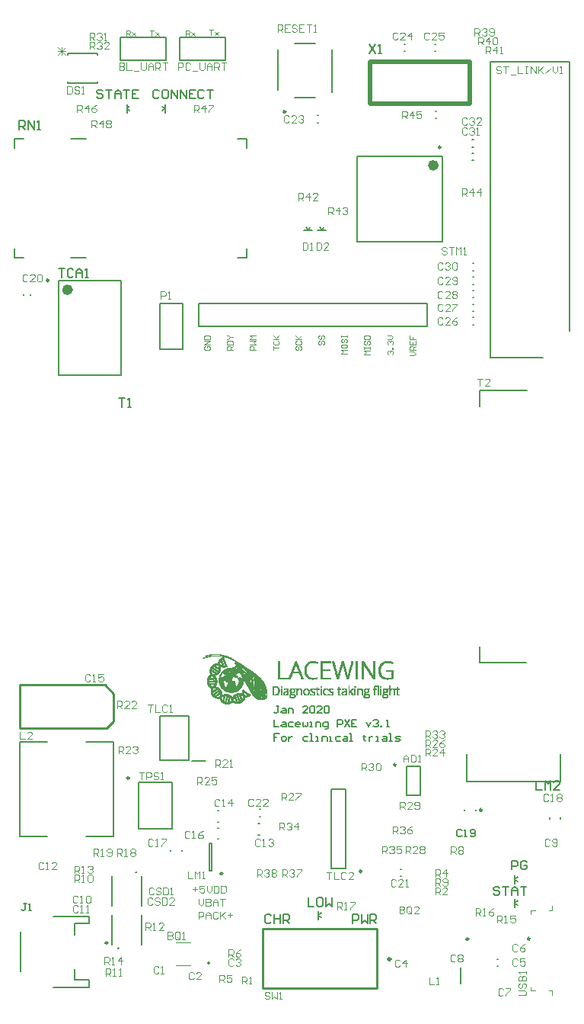
<source format=gto>
G04*
G04 #@! TF.GenerationSoftware,Altium Limited,Altium Designer,20.0.11 (256)*
G04*
G04 Layer_Color=65535*
%FSLAX25Y25*%
%MOIN*%
G70*
G01*
G75*
%ADD10C,0.00787*%
%ADD11C,0.01000*%
%ADD12C,0.00984*%
%ADD13C,0.02362*%
%ADD14C,0.00394*%
%ADD15C,0.00800*%
%ADD16C,0.00600*%
%ADD17C,0.01968*%
%ADD18C,0.00500*%
%ADD19C,0.00060*%
%ADD20C,0.00100*%
%ADD21C,0.00650*%
%ADD22C,0.00300*%
%ADD23C,0.00591*%
D10*
X85827Y16980D02*
G03*
X85827Y16193I0J-394D01*
G01*
D02*
G03*
X85827Y16980I0J394D01*
G01*
X47205Y411142D02*
Y421142D01*
X67205D01*
Y411142D02*
Y421142D01*
X47205Y411142D02*
X67205D01*
X73189D02*
Y421142D01*
X93189D01*
Y411142D02*
Y421142D01*
X73189Y411142D02*
X93189D01*
X204646Y267047D02*
X225038D01*
X204390Y148810D02*
Y154988D01*
Y259976D02*
Y267047D01*
Y147953D02*
X224994D01*
X204390D02*
Y148810D01*
X64685Y304764D02*
X74685D01*
Y284764D02*
Y304764D01*
X64685Y284764D02*
X74685D01*
X64685D02*
Y304764D01*
X32087Y113189D02*
X44094D01*
X32087Y71850D02*
X44094D01*
X3150Y113189D02*
X15157D01*
X3150Y71850D02*
X15157D01*
X44094D02*
Y113189D01*
X3150Y71850D02*
Y113189D01*
X212118Y15157D02*
X212512D01*
X212118Y18307D02*
X212512D01*
X43602Y24591D02*
Y37583D01*
X56595Y24591D02*
Y37583D01*
X239764Y96063D02*
Y107874D01*
X198819Y96063D02*
X239764D01*
X198819D02*
Y107874D01*
X43602Y41713D02*
Y54705D01*
X56595Y41713D02*
Y54705D01*
X150787Y331890D02*
Y369291D01*
X188189Y331890D02*
Y369291D01*
X150787Y331890D02*
X188189D01*
X150787Y369291D02*
X188189D01*
X196213Y7622D02*
Y14709D01*
X78543Y104803D02*
X84547D01*
X77165Y105315D02*
Y124606D01*
X64567D02*
X77165D01*
X64567Y105315D02*
Y124606D01*
Y105315D02*
X77165D01*
X197823Y83268D02*
Y83661D01*
X202745Y83268D02*
Y83661D01*
X171457Y415158D02*
X171850D01*
X171457Y418307D02*
X171850D01*
X17713Y37051D02*
X33461D01*
Y33902D02*
Y37051D01*
X27161Y33902D02*
X33461D01*
X27161Y28980D02*
Y33902D01*
Y9098D02*
Y14020D01*
Y9098D02*
X33461D01*
Y5949D02*
Y9098D01*
X17713Y5949D02*
X33461D01*
X3539Y12839D02*
Y30161D01*
X86114Y56890D02*
X87295D01*
X86114Y69095D02*
X87295D01*
Y56890D02*
Y69095D01*
X86114Y56890D02*
Y69095D01*
X88878Y304890D02*
X181378D01*
X81378D02*
X88878D01*
X81378Y294890D02*
Y304890D01*
Y294890D02*
X181378D01*
Y304890D01*
X123622Y394882D02*
X132390D01*
X139764Y397331D02*
Y416055D01*
X123516Y418504D02*
X132390D01*
X116142Y398425D02*
Y416055D01*
X20118Y273622D02*
Y314764D01*
Y273622D02*
X47520D01*
Y314764D01*
X20118D02*
X47520D01*
X145866Y57913D02*
Y92559D01*
X139567Y57913D02*
Y92559D01*
Y57913D02*
X145866D01*
X139567Y92559D02*
X145866D01*
X55315Y75394D02*
X69882D01*
X55315Y95472D02*
X69882D01*
Y75394D02*
Y95472D01*
X55315Y75394D02*
Y95472D01*
X172535Y90059D02*
Y102657D01*
X178638Y90059D02*
Y102657D01*
X172535D02*
X178638D01*
X172535Y90059D02*
X178638D01*
X89961Y83169D02*
X90354D01*
X89961Y78248D02*
X90354D01*
X185236Y388976D02*
X185630D01*
X185236Y385827D02*
X185630D01*
X201378Y304724D02*
X201772D01*
X201378Y301575D02*
X201772D01*
X201378Y310630D02*
X201772D01*
X201378Y307480D02*
X201772D01*
X4724Y308465D02*
Y308858D01*
X7874Y308465D02*
Y308858D01*
X108071Y83858D02*
X108465D01*
X108071Y80709D02*
X108465D01*
X169900Y54492D02*
X170293D01*
X169900Y57642D02*
X170293D01*
X239961Y79724D02*
Y80118D01*
X235039Y79724D02*
Y80118D01*
X107677Y72736D02*
X108071D01*
X107677Y77658D02*
X108071D01*
X89961Y70768D02*
X90354D01*
X89961Y75689D02*
X90354D01*
X74114Y65551D02*
Y65945D01*
X69193Y65551D02*
Y65945D01*
X133465Y383965D02*
X133858D01*
X133465Y387114D02*
X133858D01*
X184843Y415158D02*
X185236D01*
X184843Y418307D02*
X185236D01*
X201378Y316535D02*
X201772D01*
X201378Y313386D02*
X201772D01*
X201378Y298795D02*
X201772D01*
X201378Y295646D02*
X201772D01*
X201378Y322558D02*
X201772D01*
X201378Y319409D02*
X201772D01*
X201351Y376563D02*
X201744D01*
X201351Y373414D02*
X201744D01*
X201351Y370658D02*
X201744D01*
X201351Y367508D02*
X201744D01*
X6036Y42715D02*
X4986D01*
X5511D01*
Y40092D01*
X4986Y39567D01*
X4462D01*
X3937Y40092D01*
X7086Y39567D02*
X8135D01*
X7610D01*
Y42715D01*
X7086Y42191D01*
D11*
X165661Y18315D02*
G03*
X165661Y18315I-646J0D01*
G01*
X46324Y23035D02*
G03*
X46324Y23035I-123J0D01*
G01*
X54120Y56260D02*
G03*
X54120Y56260I-123J0D01*
G01*
X109646Y5752D02*
X159646D01*
X109646D02*
Y31736D01*
X159646D01*
Y5752D02*
Y31736D01*
X3228Y119339D02*
Y138142D01*
X40402D02*
X44193Y134350D01*
X41240Y119291D02*
X44193Y122244D01*
Y134350D01*
X3228Y119268D02*
X41228Y119240D01*
X3228Y138140D02*
X40428D01*
D12*
X199657Y27055D02*
G03*
X199657Y27055I-492J0D01*
G01*
X205551Y83465D02*
G03*
X205551Y83465I-492J0D01*
G01*
X187500Y373228D02*
G03*
X187500Y373228I-492J0D01*
G01*
X41630Y25437D02*
G03*
X41630Y25437I-492J0D01*
G01*
X91921Y55709D02*
G03*
X91921Y55709I-492J0D01*
G01*
X226543Y27224D02*
G03*
X226543Y27224I-492J0D01*
G01*
X119587Y388779D02*
G03*
X119587Y388779I-492J0D01*
G01*
X15846Y315000D02*
G03*
X15846Y315000I-492J0D01*
G01*
X152854Y56693D02*
G03*
X152854Y56693I-492J0D01*
G01*
X51083Y97441D02*
G03*
X51083Y97441I-492J0D01*
G01*
X167909Y103248D02*
G03*
X167909Y103248I-492J0D01*
G01*
D13*
X185433Y365354D02*
G03*
X185433Y365354I-1181J0D01*
G01*
X25256Y310925D02*
G03*
X25256Y310925I-1181J0D01*
G01*
D14*
X71653Y25445D02*
X77953D01*
X71653Y15602D02*
X77953D01*
X236234Y2591D02*
Y4591D01*
X234734D02*
X236234D01*
X234734Y39590D02*
X236234D01*
Y41590D01*
X226734Y4591D02*
X228734D01*
X226734D02*
Y6090D01*
Y38091D02*
Y39590D01*
X228734D01*
X86149Y424485D02*
X87723D01*
X86936D01*
Y422124D01*
X88511Y423698D02*
X90085Y422124D01*
X89298Y422911D01*
X90085Y423698D01*
X88511Y422124D01*
X75984Y422047D02*
Y424409D01*
X77165D01*
X77559Y424015D01*
Y423228D01*
X77165Y422834D01*
X75984D01*
X76771D02*
X77559Y422047D01*
X78346Y423622D02*
X79920Y422047D01*
X79133Y422834D01*
X79920Y423622D01*
X78346Y422047D01*
X78740Y48818D02*
X80839D01*
X79790Y49868D02*
Y47769D01*
X83988Y50393D02*
X81889D01*
Y48818D01*
X82938Y49343D01*
X83463D01*
X83988Y48818D01*
Y47769D01*
X83463Y47244D01*
X82414D01*
X81889Y47769D01*
X85037Y50393D02*
Y48294D01*
X86087Y47244D01*
X87136Y48294D01*
Y50393D01*
X88186D02*
Y47244D01*
X89760D01*
X90285Y47769D01*
Y49868D01*
X89760Y50393D01*
X88186D01*
X91334D02*
Y47244D01*
X92909D01*
X93434Y47769D01*
Y49868D01*
X92909Y50393D01*
X91334D01*
X81496Y44700D02*
Y42601D01*
X82546Y41551D01*
X83595Y42601D01*
Y44700D01*
X84645D02*
Y41551D01*
X86219D01*
X86744Y42076D01*
Y42601D01*
X86219Y43126D01*
X84645D01*
X86219D01*
X86744Y43650D01*
Y44175D01*
X86219Y44700D01*
X84645D01*
X87793Y41551D02*
Y43650D01*
X88843Y44700D01*
X89892Y43650D01*
Y41551D01*
Y43126D01*
X87793D01*
X90942Y44700D02*
X93041D01*
X91991D01*
Y41551D01*
X81496Y35913D02*
Y39062D01*
X83070D01*
X83595Y38537D01*
Y37488D01*
X83070Y36963D01*
X81496D01*
X84645Y35913D02*
Y38012D01*
X85694Y39062D01*
X86744Y38012D01*
Y35913D01*
Y37488D01*
X84645D01*
X89892Y38537D02*
X89368Y39062D01*
X88318D01*
X87793Y38537D01*
Y36438D01*
X88318Y35913D01*
X89368D01*
X89892Y36438D01*
X90942Y39062D02*
Y35913D01*
Y36963D01*
X93041Y39062D01*
X91467Y37488D01*
X93041Y35913D01*
X94090Y37488D02*
X96189D01*
X95140Y38537D02*
Y36438D01*
X60236Y424409D02*
X61810D01*
X61023D01*
Y422047D01*
X62598Y423622D02*
X64172Y422047D01*
X63385Y422834D01*
X64172Y423622D01*
X62598Y422047D01*
X50000D02*
Y424409D01*
X51181D01*
X51574Y424015D01*
Y423228D01*
X51181Y422834D01*
X50000D01*
X50787D02*
X51574Y422047D01*
X52361Y423622D02*
X53936Y422047D01*
X53149Y422834D01*
X53936Y423622D01*
X52361Y422047D01*
X174016Y282283D02*
X175591D01*
X176378Y283071D01*
X175591Y283858D01*
X174016D01*
X176378Y284645D02*
X174016D01*
Y285826D01*
X174410Y286219D01*
X175197D01*
X175591Y285826D01*
Y284645D01*
Y285432D02*
X176378Y286219D01*
X174016Y288581D02*
Y287006D01*
X176378D01*
Y288581D01*
X175197Y287006D02*
Y287793D01*
X174016Y290942D02*
Y289368D01*
X175197D01*
Y290155D01*
Y289368D01*
X176378D01*
X164568Y282677D02*
X164174Y283071D01*
Y283858D01*
X164568Y284251D01*
X164961D01*
X165355Y283858D01*
Y283464D01*
Y283858D01*
X165748Y284251D01*
X166142D01*
X166535Y283858D01*
Y283071D01*
X166142Y282677D01*
X166535Y285039D02*
X166142D01*
Y285432D01*
X166535D01*
Y285039D01*
X164568Y287006D02*
X164174Y287400D01*
Y288187D01*
X164568Y288581D01*
X164961D01*
X165355Y288187D01*
Y287794D01*
Y288187D01*
X165748Y288581D01*
X166142D01*
X166535Y288187D01*
Y287400D01*
X166142Y287006D01*
X164174Y289368D02*
X165748D01*
X166535Y290155D01*
X165748Y290942D01*
X164174D01*
X146378Y283071D02*
X144017D01*
X144804Y283858D01*
X144017Y284645D01*
X146378D01*
X144017Y286613D02*
Y285826D01*
X144410Y285432D01*
X145984D01*
X146378Y285826D01*
Y286613D01*
X145984Y287007D01*
X144410D01*
X144017Y286613D01*
X144410Y289368D02*
X144017Y288974D01*
Y288187D01*
X144410Y287794D01*
X144804D01*
X145197Y288187D01*
Y288974D01*
X145591Y289368D01*
X145984D01*
X146378Y288974D01*
Y288187D01*
X145984Y287794D01*
X144017Y290155D02*
Y290942D01*
Y290549D01*
X146378D01*
Y290155D01*
Y290942D01*
X156378Y282677D02*
X154016D01*
X154804Y283464D01*
X154016Y284251D01*
X156378D01*
X154016Y285039D02*
Y285826D01*
Y285432D01*
X156378D01*
Y285039D01*
Y285826D01*
X154410Y288581D02*
X154016Y288187D01*
Y287400D01*
X154410Y287006D01*
X154804D01*
X155197Y287400D01*
Y288187D01*
X155591Y288581D01*
X155984D01*
X156378Y288187D01*
Y287400D01*
X155984Y287006D01*
X154016Y290549D02*
Y289761D01*
X154410Y289368D01*
X155984D01*
X156378Y289761D01*
Y290549D01*
X155984Y290942D01*
X154410D01*
X154016Y290549D01*
X124410Y286220D02*
X124016Y285826D01*
Y285039D01*
X124410Y284646D01*
X124804D01*
X125197Y285039D01*
Y285826D01*
X125591Y286220D01*
X125984D01*
X126378Y285826D01*
Y285039D01*
X125984Y284646D01*
X124410Y288581D02*
X124016Y288188D01*
Y287401D01*
X124410Y287007D01*
X125984D01*
X126378Y287401D01*
Y288188D01*
X125984Y288581D01*
X124016Y289369D02*
X126378D01*
X125591D01*
X124016Y290943D01*
X125197Y289762D01*
X126378Y290943D01*
X134410Y288582D02*
X134017Y288189D01*
Y287401D01*
X134410Y287008D01*
X134804D01*
X135197Y287401D01*
Y288189D01*
X135591Y288582D01*
X135984D01*
X136378Y288189D01*
Y287401D01*
X135984Y287008D01*
X134410Y290944D02*
X134017Y290550D01*
Y289763D01*
X134410Y289369D01*
X134804D01*
X135197Y289763D01*
Y290550D01*
X135591Y290944D01*
X135984D01*
X136378Y290550D01*
Y289763D01*
X135984Y289369D01*
X114242Y284646D02*
Y286220D01*
Y285433D01*
X116603D01*
X114636Y288581D02*
X114242Y288188D01*
Y287401D01*
X114636Y287007D01*
X116210D01*
X116603Y287401D01*
Y288188D01*
X116210Y288581D01*
X114242Y289369D02*
X116603D01*
X115816D01*
X114242Y290943D01*
X115423Y289762D01*
X116603Y290943D01*
X106378Y284646D02*
X104016D01*
Y285826D01*
X104410Y286220D01*
X105197D01*
X105591Y285826D01*
Y284646D01*
X104016Y287007D02*
X106378D01*
X105591Y287794D01*
X106378Y288581D01*
X104016D01*
X106378Y289369D02*
X104016D01*
X104804Y290156D01*
X104016Y290943D01*
X106378D01*
X96378Y284646D02*
X94016D01*
Y285826D01*
X94410Y286220D01*
X95197D01*
X95591Y285826D01*
Y284646D01*
Y285433D02*
X96378Y286220D01*
X94016Y287007D02*
X96378D01*
Y288188D01*
X95984Y288581D01*
X94410D01*
X94016Y288188D01*
Y287007D01*
Y289369D02*
X94410D01*
X95197Y290156D01*
X94410Y290943D01*
X94016D01*
X95197Y290156D02*
X96378D01*
X84410Y286220D02*
X84017Y285826D01*
Y285039D01*
X84410Y284646D01*
X85984D01*
X86378Y285039D01*
Y285826D01*
X85984Y286220D01*
X85197D01*
Y285433D01*
X86378Y287007D02*
X84017D01*
X86378Y288581D01*
X84017D01*
Y289369D02*
X86378D01*
Y290549D01*
X85984Y290943D01*
X84410D01*
X84017Y290549D01*
Y289369D01*
X68020Y30118D02*
Y26969D01*
X69594D01*
X70119Y27494D01*
Y28019D01*
X69594Y28543D01*
X68020D01*
X69594D01*
X70119Y29068D01*
Y29593D01*
X69594Y30118D01*
X68020D01*
X73267Y27494D02*
Y29593D01*
X72742Y30118D01*
X71693D01*
X71168Y29593D01*
Y27494D01*
X71693Y26969D01*
X72742D01*
X72218Y28019D02*
X73267Y26969D01*
X72742D02*
X73267Y27494D01*
X74317Y26969D02*
X75366D01*
X74841D01*
Y30118D01*
X74317Y29593D01*
X72576Y407090D02*
Y410238D01*
X74150D01*
X74675Y409714D01*
Y408664D01*
X74150Y408139D01*
X72576D01*
X77823Y409714D02*
X77298Y410238D01*
X76249D01*
X75724Y409714D01*
Y407614D01*
X76249Y407090D01*
X77298D01*
X77823Y407614D01*
X78873Y406565D02*
X80972D01*
X82021Y410238D02*
Y407614D01*
X82546Y407090D01*
X83596D01*
X84120Y407614D01*
Y410238D01*
X85170Y407090D02*
Y409189D01*
X86220Y410238D01*
X87269Y409189D01*
Y407090D01*
Y408664D01*
X85170D01*
X88319Y407090D02*
Y410238D01*
X89893D01*
X90418Y409714D01*
Y408664D01*
X89893Y408139D01*
X88319D01*
X89368D02*
X90418Y407090D01*
X91467Y410238D02*
X93566D01*
X92517D01*
Y407090D01*
X203634Y272046D02*
X205733D01*
X204683D01*
Y268898D01*
X208881D02*
X206782D01*
X208881Y270997D01*
Y271521D01*
X208357Y272046D01*
X207307D01*
X206782Y271521D01*
X64961Y307087D02*
Y310235D01*
X66535D01*
X67060Y309710D01*
Y308661D01*
X66535Y308136D01*
X64961D01*
X68109Y307087D02*
X69159D01*
X68634D01*
Y310235D01*
X68109Y309710D01*
X46850Y410172D02*
Y407024D01*
X48425D01*
X48950Y407548D01*
Y408073D01*
X48425Y408598D01*
X46850D01*
X48425D01*
X48950Y409123D01*
Y409648D01*
X48425Y410172D01*
X46850D01*
X49999D02*
Y407024D01*
X52098D01*
X53148Y406499D02*
X55247D01*
X56296Y410172D02*
Y407548D01*
X56821Y407024D01*
X57871D01*
X58395Y407548D01*
Y410172D01*
X59445Y407024D02*
Y409123D01*
X60494Y410172D01*
X61544Y409123D01*
Y407024D01*
Y408598D01*
X59445D01*
X62593Y407024D02*
Y410172D01*
X64168D01*
X64692Y409648D01*
Y408598D01*
X64168Y408073D01*
X62593D01*
X63643D02*
X64692Y407024D01*
X65742Y410172D02*
X67841D01*
X66791D01*
Y407024D01*
X27167Y51969D02*
Y55118D01*
X28741D01*
X29266Y54593D01*
Y53543D01*
X28741Y53019D01*
X27167D01*
X28216D02*
X29266Y51969D01*
X30315D02*
X31365D01*
X30840D01*
Y55118D01*
X30315Y54593D01*
X32939D02*
X33464Y55118D01*
X34513D01*
X35038Y54593D01*
Y52494D01*
X34513Y51969D01*
X33464D01*
X32939Y52494D01*
Y54593D01*
X40865Y11024D02*
Y14173D01*
X42439D01*
X42964Y13648D01*
Y12598D01*
X42439Y12074D01*
X40865D01*
X41914D02*
X42964Y11024D01*
X44013D02*
X45063D01*
X44538D01*
Y14173D01*
X44013Y13648D01*
X46637Y11024D02*
X47687D01*
X47162D01*
Y14173D01*
X46637Y13648D01*
X142127Y40052D02*
Y43200D01*
X143702D01*
X144226Y42676D01*
Y41626D01*
X143702Y41101D01*
X142127D01*
X143177D02*
X144226Y40052D01*
X145276D02*
X146325D01*
X145801D01*
Y43200D01*
X145276Y42676D01*
X147900Y43200D02*
X149999D01*
Y42676D01*
X147900Y40576D01*
Y40052D01*
X190060Y329002D02*
X189535Y329527D01*
X188486D01*
X187961Y329002D01*
Y328478D01*
X188486Y327953D01*
X189535D01*
X190060Y327428D01*
Y326903D01*
X189535Y326378D01*
X188486D01*
X187961Y326903D01*
X191110Y329527D02*
X193209D01*
X192159D01*
Y326378D01*
X194258D02*
Y329527D01*
X195308Y328478D01*
X196357Y329527D01*
Y326378D01*
X197407D02*
X198456D01*
X197932D01*
Y329527D01*
X197407Y329002D01*
X112599Y3412D02*
X112074Y3937D01*
X111025D01*
X110500Y3412D01*
Y2887D01*
X111025Y2362D01*
X112074D01*
X112599Y1837D01*
Y1313D01*
X112074Y788D01*
X111025D01*
X110500Y1313D01*
X113648Y3937D02*
Y788D01*
X114698Y1837D01*
X115747Y788D01*
Y3937D01*
X116797Y788D02*
X117847D01*
X117322D01*
Y3937D01*
X116797Y3412D01*
X202757Y37402D02*
Y40551D01*
X204331D01*
X204856Y40026D01*
Y38976D01*
X204331Y38452D01*
X202757D01*
X203807D02*
X204856Y37402D01*
X205906D02*
X206955D01*
X206431D01*
Y40551D01*
X205906Y40026D01*
X210629Y40551D02*
X209579Y40026D01*
X208530Y38976D01*
Y37927D01*
X209054Y37402D01*
X210104D01*
X210629Y37927D01*
Y38452D01*
X210104Y38976D01*
X208530D01*
X212206Y34253D02*
Y37401D01*
X213780D01*
X214305Y36876D01*
Y35827D01*
X213780Y35302D01*
X212206D01*
X213256D02*
X214305Y34253D01*
X215355D02*
X216404D01*
X215879D01*
Y37401D01*
X215355Y36876D01*
X220077Y37401D02*
X217978D01*
Y35827D01*
X219028Y36351D01*
X219553D01*
X220077Y35827D01*
Y34777D01*
X219553Y34253D01*
X218503D01*
X217978Y34777D01*
X40340Y15989D02*
Y19137D01*
X41914D01*
X42439Y18612D01*
Y17563D01*
X41914Y17038D01*
X40340D01*
X41389D02*
X42439Y15989D01*
X43488D02*
X44538D01*
X44013D01*
Y19137D01*
X43488Y18612D01*
X47687Y15989D02*
Y19137D01*
X46112Y17563D01*
X48211D01*
X27167Y55906D02*
Y59055D01*
X28741D01*
X29266Y58530D01*
Y57480D01*
X28741Y56956D01*
X27167D01*
X28216D02*
X29266Y55906D01*
X30315D02*
X31365D01*
X30840D01*
Y59055D01*
X30315Y58530D01*
X32939D02*
X33464Y59055D01*
X34513D01*
X35038Y58530D01*
Y58005D01*
X34513Y57480D01*
X33989D01*
X34513D01*
X35038Y56956D01*
Y56431D01*
X34513Y55906D01*
X33464D01*
X32939Y56431D01*
X58269Y31048D02*
Y34196D01*
X59843D01*
X60368Y33672D01*
Y32622D01*
X59843Y32097D01*
X58269D01*
X59319D02*
X60368Y31048D01*
X61418D02*
X62467D01*
X61942D01*
Y34196D01*
X61418Y33672D01*
X66141Y31048D02*
X64041D01*
X66141Y33147D01*
Y33672D01*
X65616Y34196D01*
X64566D01*
X64041Y33672D01*
X185171Y50394D02*
Y53543D01*
X186746D01*
X187270Y53018D01*
Y51968D01*
X186746Y51444D01*
X185171D01*
X186221D02*
X187270Y50394D01*
X188320Y50919D02*
X188845Y50394D01*
X189894D01*
X190419Y50919D01*
Y53018D01*
X189894Y53543D01*
X188845D01*
X188320Y53018D01*
Y52493D01*
X188845Y51968D01*
X190419D01*
X192000Y64300D02*
Y67449D01*
X193574D01*
X194099Y66924D01*
Y65874D01*
X193574Y65350D01*
X192000D01*
X193050D02*
X194099Y64300D01*
X195149Y66924D02*
X195673Y67449D01*
X196723D01*
X197248Y66924D01*
Y66399D01*
X196723Y65874D01*
X197248Y65350D01*
Y64825D01*
X196723Y64300D01*
X195673D01*
X195149Y64825D01*
Y65350D01*
X195673Y65874D01*
X195149Y66399D01*
Y66924D01*
X195673Y65874D02*
X196723D01*
X94620Y19292D02*
Y22440D01*
X96195D01*
X96719Y21916D01*
Y20866D01*
X96195Y20341D01*
X94620D01*
X95670D02*
X96719Y19292D01*
X99868Y22440D02*
X98818Y21916D01*
X97769Y20866D01*
Y19817D01*
X98294Y19292D01*
X99343D01*
X99868Y19817D01*
Y20341D01*
X99343Y20866D01*
X97769D01*
X90683Y8268D02*
Y11417D01*
X92258D01*
X92782Y10892D01*
Y9843D01*
X92258Y9318D01*
X90683D01*
X91733D02*
X92782Y8268D01*
X95931Y11417D02*
X93832D01*
Y9843D01*
X94881Y10367D01*
X95406D01*
X95931Y9843D01*
Y8793D01*
X95406Y8268D01*
X94357D01*
X93832Y8793D01*
X185171Y54331D02*
Y57480D01*
X186746D01*
X187270Y56955D01*
Y55905D01*
X186746Y55381D01*
X185171D01*
X186221D02*
X187270Y54331D01*
X189894D02*
Y57480D01*
X188320Y55905D01*
X190419D01*
X3282Y117716D02*
Y114567D01*
X5381D01*
X8529D02*
X6430D01*
X8529Y116666D01*
Y117191D01*
X8005Y117716D01*
X6955D01*
X6430Y117191D01*
X61287Y44711D02*
X60763Y45236D01*
X59713D01*
X59188Y44711D01*
Y42612D01*
X59713Y42087D01*
X60763D01*
X61287Y42612D01*
X64436Y44711D02*
X63911Y45236D01*
X62862D01*
X62337Y44711D01*
Y44186D01*
X62862Y43661D01*
X63911D01*
X64436Y43137D01*
Y42612D01*
X63911Y42087D01*
X62862D01*
X62337Y42612D01*
X65485Y45236D02*
Y42087D01*
X67060D01*
X67585Y42612D01*
Y44711D01*
X67060Y45236D01*
X65485D01*
X70733Y42087D02*
X68634D01*
X70733Y44186D01*
Y44711D01*
X70208Y45236D01*
X69159D01*
X68634Y44711D01*
X61812Y49093D02*
X61287Y49618D01*
X60238D01*
X59713Y49093D01*
Y46994D01*
X60238Y46469D01*
X61287D01*
X61812Y46994D01*
X64961Y49093D02*
X64436Y49618D01*
X63386D01*
X62862Y49093D01*
Y48568D01*
X63386Y48043D01*
X64436D01*
X64961Y47519D01*
Y46994D01*
X64436Y46469D01*
X63386D01*
X62862Y46994D01*
X66010Y49618D02*
Y46469D01*
X67585D01*
X68109Y46994D01*
Y49093D01*
X67585Y49618D01*
X66010D01*
X69159Y46469D02*
X70208D01*
X69683D01*
Y49618D01*
X69159Y49093D01*
X28609Y41368D02*
X28085Y41893D01*
X27035D01*
X26510Y41368D01*
Y39269D01*
X27035Y38745D01*
X28085D01*
X28609Y39269D01*
X29659Y38745D02*
X30708D01*
X30184D01*
Y41893D01*
X29659Y41368D01*
X32283Y38745D02*
X33332D01*
X32807D01*
Y41893D01*
X32283Y41368D01*
X193963Y19794D02*
X193439Y20318D01*
X192389D01*
X191864Y19794D01*
Y17695D01*
X192389Y17170D01*
X193439D01*
X193963Y17695D01*
X195013Y19794D02*
X195538Y20318D01*
X196587D01*
X197112Y19794D01*
Y19269D01*
X196587Y18744D01*
X197112Y18219D01*
Y17695D01*
X196587Y17170D01*
X195538D01*
X195013Y17695D01*
Y18219D01*
X195538Y18744D01*
X195013Y19269D01*
Y19794D01*
X195538Y18744D02*
X196587D01*
X214830Y4986D02*
X214305Y5511D01*
X213255D01*
X212731Y4986D01*
Y2888D01*
X213255Y2363D01*
X214305D01*
X214830Y2888D01*
X215879Y5511D02*
X217978D01*
Y4986D01*
X215879Y2888D01*
Y2363D01*
X221129Y24278D02*
X220604Y24803D01*
X219554D01*
X219030Y24278D01*
Y22179D01*
X219554Y21654D01*
X220604D01*
X221129Y22179D01*
X224277Y24803D02*
X223228Y24278D01*
X222178Y23228D01*
Y22179D01*
X222703Y21654D01*
X223753D01*
X224277Y22179D01*
Y22704D01*
X223753Y23228D01*
X222178D01*
X221129Y17979D02*
X220604Y18503D01*
X219554D01*
X219030Y17979D01*
Y15880D01*
X219554Y15355D01*
X220604D01*
X221129Y15880D01*
X224277Y18503D02*
X222178D01*
Y16929D01*
X223228Y17454D01*
X223753D01*
X224277Y16929D01*
Y15880D01*
X223753Y15355D01*
X222703D01*
X222178Y15880D01*
X169572Y17530D02*
X169047Y18055D01*
X167997D01*
X167473Y17530D01*
Y15431D01*
X167997Y14906D01*
X169047D01*
X169572Y15431D01*
X172195Y14906D02*
Y18055D01*
X170621Y16480D01*
X172720D01*
X96719Y17979D02*
X96195Y18503D01*
X95145D01*
X94620Y17979D01*
Y15880D01*
X95145Y15355D01*
X96195D01*
X96719Y15880D01*
X97769Y17979D02*
X98294Y18503D01*
X99343D01*
X99868Y17979D01*
Y17454D01*
X99343Y16929D01*
X98818D01*
X99343D01*
X99868Y16404D01*
Y15880D01*
X99343Y15355D01*
X98294D01*
X97769Y15880D01*
X79396Y12073D02*
X78872Y12598D01*
X77822D01*
X77298Y12073D01*
Y9974D01*
X77822Y9449D01*
X78872D01*
X79396Y9974D01*
X82545Y9449D02*
X80446D01*
X82545Y11548D01*
Y12073D01*
X82020Y12598D01*
X80971D01*
X80446Y12073D01*
X63942Y14672D02*
X63417Y15196D01*
X62367D01*
X61843Y14672D01*
Y12573D01*
X62367Y12048D01*
X63417D01*
X63942Y12573D01*
X64991Y12048D02*
X66041D01*
X65516D01*
Y15196D01*
X64991Y14672D01*
X169442Y41425D02*
Y38276D01*
X171016D01*
X171541Y38801D01*
Y39326D01*
X171016Y39850D01*
X169442D01*
X171016D01*
X171541Y40375D01*
Y40900D01*
X171016Y41425D01*
X169442D01*
X174689Y38801D02*
Y40900D01*
X174164Y41425D01*
X173115D01*
X172590Y40900D01*
Y38801D01*
X173115Y38276D01*
X174164D01*
X173640Y39326D02*
X174689Y38276D01*
X174164D02*
X174689Y38801D01*
X177838Y38276D02*
X175739D01*
X177838Y40375D01*
Y40900D01*
X177313Y41425D01*
X176264D01*
X175739Y40900D01*
X116929Y74803D02*
Y77952D01*
X118503D01*
X119028Y77427D01*
Y76377D01*
X118503Y75853D01*
X116929D01*
X117979D02*
X119028Y74803D01*
X120078Y77427D02*
X120603Y77952D01*
X121652D01*
X122177Y77427D01*
Y76902D01*
X121652Y76377D01*
X121127D01*
X121652D01*
X122177Y75853D01*
Y75328D01*
X121652Y74803D01*
X120603D01*
X120078Y75328D01*
X124801Y74803D02*
Y77952D01*
X123226Y76377D01*
X125325D01*
X185039Y46457D02*
Y49605D01*
X186614D01*
X187138Y49081D01*
Y48031D01*
X186614Y47506D01*
X185039D01*
X186089D02*
X187138Y46457D01*
X190287D02*
X188188D01*
X190287Y48556D01*
Y49081D01*
X189762Y49605D01*
X188713D01*
X188188Y49081D01*
X13516Y60104D02*
X12992Y60629D01*
X11942D01*
X11417Y60104D01*
Y58005D01*
X11942Y57480D01*
X12992D01*
X13516Y58005D01*
X14566Y57480D02*
X15615D01*
X15091D01*
Y60629D01*
X14566Y60104D01*
X19289Y57480D02*
X17190D01*
X19289Y59579D01*
Y60104D01*
X18764Y60629D01*
X17715D01*
X17190Y60104D01*
X59331Y129566D02*
X61430Y129550D01*
X60381Y129558D01*
X60357Y126409D01*
X62480Y129543D02*
X62456Y126394D01*
X64555Y126379D01*
X67723Y128979D02*
X67202Y129508D01*
X66153Y129515D01*
X65624Y128995D01*
X65609Y126895D01*
X66129Y126367D01*
X67179Y126359D01*
X67708Y126880D01*
X68753Y126347D02*
X69803Y126340D01*
X69278Y126344D01*
X69301Y129492D01*
X68773Y128971D01*
X45802Y127953D02*
Y131102D01*
X47376D01*
X47901Y130577D01*
Y129528D01*
X47376Y129003D01*
X45802D01*
X46851D02*
X47901Y127953D01*
X51050D02*
X48950D01*
X51050Y130052D01*
Y130577D01*
X50525Y131102D01*
X49475D01*
X48950Y130577D01*
X54198Y127953D02*
X52099D01*
X54198Y130052D01*
Y130577D01*
X53673Y131102D01*
X52624D01*
X52099Y130577D01*
X88846Y102363D02*
Y105511D01*
X90421D01*
X90945Y104987D01*
Y103937D01*
X90421Y103412D01*
X88846D01*
X89896D02*
X90945Y102363D01*
X94094D02*
X91995D01*
X94094Y104462D01*
Y104987D01*
X93569Y105511D01*
X92520D01*
X91995Y104987D01*
X95144Y102363D02*
X96193D01*
X95668D01*
Y105511D01*
X95144Y104987D01*
X46392Y108268D02*
Y111417D01*
X47967D01*
X48491Y110892D01*
Y109843D01*
X47967Y109318D01*
X46392D01*
X47442D02*
X48491Y108268D01*
X51640D02*
X49541D01*
X51640Y110367D01*
Y110892D01*
X51115Y111417D01*
X50066D01*
X49541Y110892D01*
X52690D02*
X53214Y111417D01*
X54264D01*
X54789Y110892D01*
Y110367D01*
X54264Y109843D01*
X53739D01*
X54264D01*
X54789Y109318D01*
Y108793D01*
X54264Y108268D01*
X53214D01*
X52690Y108793D01*
X80932Y94686D02*
Y97834D01*
X82506D01*
X83031Y97309D01*
Y96260D01*
X82506Y95735D01*
X80932D01*
X81981D02*
X83031Y94686D01*
X86179D02*
X84080D01*
X86179Y96785D01*
Y97309D01*
X85655Y97834D01*
X84605D01*
X84080Y97309D01*
X89328Y97834D02*
X87229D01*
Y96260D01*
X88279Y96785D01*
X88803D01*
X89328Y96260D01*
Y95210D01*
X88803Y94686D01*
X87754D01*
X87229Y95210D01*
X180709Y107114D02*
Y110263D01*
X182283D01*
X182808Y109738D01*
Y108688D01*
X182283Y108164D01*
X180709D01*
X181758D02*
X182808Y107114D01*
X185956D02*
X183857D01*
X185956Y109213D01*
Y109738D01*
X185432Y110263D01*
X184382D01*
X183857Y109738D01*
X188580Y107114D02*
Y110263D01*
X187006Y108688D01*
X189105D01*
X213910Y408136D02*
X213385Y408660D01*
X212336D01*
X211811Y408136D01*
Y407611D01*
X212336Y407086D01*
X213385D01*
X213910Y406561D01*
Y406037D01*
X213385Y405512D01*
X212336D01*
X211811Y406037D01*
X214960Y408660D02*
X217059D01*
X216009D01*
Y405512D01*
X218108Y404987D02*
X220207D01*
X221257Y408660D02*
Y405512D01*
X223356D01*
X224405Y408660D02*
X225455D01*
X224930D01*
Y405512D01*
X224405D01*
X225455D01*
X227029D02*
Y408660D01*
X229128Y405512D01*
Y408660D01*
X230178D02*
Y405512D01*
Y406561D01*
X232277Y408660D01*
X230703Y407086D01*
X232277Y405512D01*
X233326D02*
X235425Y407611D01*
X236475Y408660D02*
Y406561D01*
X237525Y405512D01*
X238574Y406561D01*
Y408660D01*
X239624Y405512D02*
X240673D01*
X240148D01*
Y408660D01*
X239624Y408136D01*
X171256Y104451D02*
Y106550D01*
X172305Y107599D01*
X173355Y106550D01*
Y104451D01*
Y106025D01*
X171256D01*
X174404Y107599D02*
Y104451D01*
X175979D01*
X176503Y104975D01*
Y107075D01*
X175979Y107599D01*
X174404D01*
X177553Y104451D02*
X178602D01*
X178077D01*
Y107599D01*
X177553Y107075D01*
X24016Y399838D02*
Y396689D01*
X25590D01*
X26115Y397214D01*
Y399313D01*
X25590Y399838D01*
X24016D01*
X29263Y399313D02*
X28739Y399838D01*
X27689D01*
X27164Y399313D01*
Y398788D01*
X27689Y398263D01*
X28739D01*
X29263Y397739D01*
Y397214D01*
X28739Y396689D01*
X27689D01*
X27164Y397214D01*
X30313Y396689D02*
X31363D01*
X30838D01*
Y399838D01*
X30313Y399313D01*
X55512Y99999D02*
X57611D01*
X56561D01*
Y96850D01*
X58660D02*
Y99999D01*
X60235D01*
X60760Y99474D01*
Y98425D01*
X60235Y97900D01*
X58660D01*
X63908Y99474D02*
X63383Y99999D01*
X62334D01*
X61809Y99474D01*
Y98949D01*
X62334Y98425D01*
X63383D01*
X63908Y97900D01*
Y97375D01*
X63383Y96850D01*
X62334D01*
X61809Y97375D01*
X64958Y96850D02*
X66007D01*
X65482D01*
Y99999D01*
X64958Y99474D01*
X137598Y56298D02*
X139698D01*
X138648D01*
Y53150D01*
X140747Y56298D02*
Y53150D01*
X142846D01*
X145995Y55773D02*
X145470Y56298D01*
X144420D01*
X143896Y55773D01*
Y53674D01*
X144420Y53150D01*
X145470D01*
X145995Y53674D01*
X149143Y53150D02*
X147044D01*
X149143Y55249D01*
Y55773D01*
X148618Y56298D01*
X147569D01*
X147044Y55773D01*
X116142Y423622D02*
Y426771D01*
X117716D01*
X118241Y426246D01*
Y425196D01*
X117716Y424672D01*
X116142D01*
X117191D02*
X118241Y423622D01*
X121389Y426771D02*
X119290D01*
Y423622D01*
X121389D01*
X119290Y425196D02*
X120340D01*
X124538Y426246D02*
X124013Y426771D01*
X122964D01*
X122439Y426246D01*
Y425721D01*
X122964Y425196D01*
X124013D01*
X124538Y424672D01*
Y424147D01*
X124013Y423622D01*
X122964D01*
X122439Y424147D01*
X127687Y426771D02*
X125587D01*
Y423622D01*
X127687D01*
X125587Y425196D02*
X126637D01*
X128736Y426771D02*
X130835D01*
X129786D01*
Y423622D01*
X131885D02*
X132934D01*
X132409D01*
Y426771D01*
X131885Y426246D01*
X152756Y100787D02*
Y103936D01*
X154330D01*
X154855Y103411D01*
Y102362D01*
X154330Y101837D01*
X152756D01*
X153805D02*
X154855Y100787D01*
X155904Y103411D02*
X156429Y103936D01*
X157479D01*
X158004Y103411D01*
Y102886D01*
X157479Y102362D01*
X156954D01*
X157479D01*
X158004Y101837D01*
Y101312D01*
X157479Y100787D01*
X156429D01*
X155904Y101312D01*
X159053Y103411D02*
X159578Y103936D01*
X160627D01*
X161152Y103411D01*
Y101312D01*
X160627Y100787D01*
X159578D01*
X159053Y101312D01*
Y103411D01*
X180709Y111024D02*
Y114172D01*
X182283D01*
X182808Y113647D01*
Y112598D01*
X182283Y112073D01*
X180709D01*
X181758D02*
X182808Y111024D01*
X185956D02*
X183857D01*
X185956Y113123D01*
Y113647D01*
X185432Y114172D01*
X184382D01*
X183857Y113647D01*
X189105Y114172D02*
X188055Y113647D01*
X187006Y112598D01*
Y111548D01*
X187531Y111024D01*
X188580D01*
X189105Y111548D01*
Y112073D01*
X188580Y112598D01*
X187006D01*
X180709Y114961D02*
Y118109D01*
X182283D01*
X182808Y117585D01*
Y116535D01*
X182283Y116010D01*
X180709D01*
X181758D02*
X182808Y114961D01*
X183857Y117585D02*
X184382Y118109D01*
X185432D01*
X185956Y117585D01*
Y117060D01*
X185432Y116535D01*
X184907D01*
X185432D01*
X185956Y116010D01*
Y115485D01*
X185432Y114961D01*
X184382D01*
X183857Y115485D01*
X187006Y117585D02*
X187531Y118109D01*
X188580D01*
X189105Y117585D01*
Y117060D01*
X188580Y116535D01*
X188055D01*
X188580D01*
X189105Y116010D01*
Y115485D01*
X188580Y114961D01*
X187531D01*
X187006Y115485D01*
X33858Y420047D02*
Y423196D01*
X35433D01*
X35957Y422671D01*
Y421622D01*
X35433Y421097D01*
X33858D01*
X34908D02*
X35957Y420047D01*
X37007Y422671D02*
X37532Y423196D01*
X38581D01*
X39106Y422671D01*
Y422146D01*
X38581Y421622D01*
X38056D01*
X38581D01*
X39106Y421097D01*
Y420572D01*
X38581Y420047D01*
X37532D01*
X37007Y420572D01*
X40156Y420047D02*
X41205D01*
X40680D01*
Y423196D01*
X40156Y422671D01*
X33858Y416110D02*
Y419259D01*
X35433D01*
X35957Y418734D01*
Y417685D01*
X35433Y417160D01*
X33858D01*
X34908D02*
X35957Y416110D01*
X37007Y418734D02*
X37532Y419259D01*
X38581D01*
X39106Y418734D01*
Y418209D01*
X38581Y417685D01*
X38056D01*
X38581D01*
X39106Y417160D01*
Y416635D01*
X38581Y416110D01*
X37532D01*
X37007Y416635D01*
X42254Y416110D02*
X40156D01*
X42254Y418209D01*
Y418734D01*
X41730Y419259D01*
X40680D01*
X40156Y418734D01*
X202362Y422047D02*
Y425196D01*
X203937D01*
X204461Y424671D01*
Y423622D01*
X203937Y423097D01*
X202362D01*
X203412D02*
X204461Y422047D01*
X205511Y424671D02*
X206036Y425196D01*
X207085D01*
X207610Y424671D01*
Y424146D01*
X207085Y423622D01*
X206560D01*
X207085D01*
X207610Y423097D01*
Y422572D01*
X207085Y422047D01*
X206036D01*
X205511Y422572D01*
X208659D02*
X209184Y422047D01*
X210234D01*
X210758Y422572D01*
Y424671D01*
X210234Y425196D01*
X209184D01*
X208659Y424671D01*
Y424146D01*
X209184Y423622D01*
X210758D01*
X203937Y418110D02*
Y421259D01*
X205511D01*
X206036Y420734D01*
Y419685D01*
X205511Y419160D01*
X203937D01*
X204987D02*
X206036Y418110D01*
X208660D02*
Y421259D01*
X207086Y419685D01*
X209185D01*
X210234Y420734D02*
X210759Y421259D01*
X211808D01*
X212333Y420734D01*
Y418635D01*
X211808Y418110D01*
X210759D01*
X210234Y418635D01*
Y420734D01*
X207087Y414173D02*
Y417322D01*
X208661D01*
X209186Y416797D01*
Y415747D01*
X208661Y415223D01*
X207087D01*
X208136D02*
X209186Y414173D01*
X211809D02*
Y417322D01*
X210235Y415747D01*
X212334D01*
X213384Y414173D02*
X214433D01*
X213909D01*
Y417322D01*
X213384Y416797D01*
X125197Y350000D02*
Y353149D01*
X126771D01*
X127296Y352624D01*
Y351574D01*
X126771Y351049D01*
X125197D01*
X126246D02*
X127296Y350000D01*
X129920D02*
Y353149D01*
X128346Y351574D01*
X130445D01*
X133593Y350000D02*
X131494D01*
X133593Y352099D01*
Y352624D01*
X133068Y353149D01*
X132019D01*
X131494Y352624D01*
X138288Y343860D02*
Y347009D01*
X139862D01*
X140387Y346484D01*
Y345434D01*
X139862Y344910D01*
X138288D01*
X139337D02*
X140387Y343860D01*
X143010D02*
Y347009D01*
X141436Y345434D01*
X143535D01*
X144585Y346484D02*
X145109Y347009D01*
X146159D01*
X146684Y346484D01*
Y345959D01*
X146159Y345434D01*
X145634D01*
X146159D01*
X146684Y344910D01*
Y344385D01*
X146159Y343860D01*
X145109D01*
X144585Y344385D01*
X196850Y351969D02*
Y355117D01*
X198425D01*
X198950Y354592D01*
Y353543D01*
X198425Y353018D01*
X196850D01*
X197900D02*
X198950Y351969D01*
X201573D02*
Y355117D01*
X199999Y353543D01*
X202098D01*
X204722Y351969D02*
Y355117D01*
X203148Y353543D01*
X205247D01*
X170630Y385827D02*
Y388975D01*
X172204D01*
X172729Y388451D01*
Y387401D01*
X172204Y386876D01*
X170630D01*
X171679D02*
X172729Y385827D01*
X175353D02*
Y388975D01*
X173778Y387401D01*
X175878D01*
X179026Y388975D02*
X176927D01*
Y387401D01*
X177977Y387926D01*
X178501D01*
X179026Y387401D01*
Y386351D01*
X178501Y385827D01*
X177452D01*
X176927Y386351D01*
X79528Y388583D02*
Y391731D01*
X81102D01*
X81627Y391207D01*
Y390157D01*
X81102Y389632D01*
X79528D01*
X80577D02*
X81627Y388583D01*
X84250D02*
Y391731D01*
X82676Y390157D01*
X84775D01*
X85825Y391731D02*
X87924D01*
Y391207D01*
X85825Y389107D01*
Y388583D01*
X34646Y381890D02*
Y385038D01*
X36220D01*
X36745Y384514D01*
Y383464D01*
X36220Y382939D01*
X34646D01*
X35695D02*
X36745Y381890D01*
X39369D02*
Y385038D01*
X37794Y383464D01*
X39893D01*
X40943Y384514D02*
X41468Y385038D01*
X42517D01*
X43042Y384514D01*
Y383989D01*
X42517Y383464D01*
X43042Y382939D01*
Y382415D01*
X42517Y381890D01*
X41468D01*
X40943Y382415D01*
Y382939D01*
X41468Y383464D01*
X40943Y383989D01*
Y384514D01*
X41468Y383464D02*
X42517D01*
X28346Y388583D02*
Y391731D01*
X29921D01*
X30446Y391207D01*
Y390157D01*
X29921Y389632D01*
X28346D01*
X29396D02*
X30446Y388583D01*
X33069D02*
Y391731D01*
X31495Y390157D01*
X33594D01*
X36743Y391731D02*
X35693Y391207D01*
X34644Y390157D01*
Y389107D01*
X35168Y388583D01*
X36218D01*
X36743Y389107D01*
Y389632D01*
X36218Y390157D01*
X34644D01*
X107087Y54331D02*
Y57479D01*
X108661D01*
X109186Y56954D01*
Y55905D01*
X108661Y55380D01*
X107087D01*
X108136D02*
X109186Y54331D01*
X110235Y56954D02*
X110760Y57479D01*
X111810D01*
X112334Y56954D01*
Y56430D01*
X111810Y55905D01*
X111285D01*
X111810D01*
X112334Y55380D01*
Y54856D01*
X111810Y54331D01*
X110760D01*
X110235Y54856D01*
X113384Y56954D02*
X113909Y57479D01*
X114958D01*
X115483Y56954D01*
Y56430D01*
X114958Y55905D01*
X115483Y55380D01*
Y54856D01*
X114958Y54331D01*
X113909D01*
X113384Y54856D01*
Y55380D01*
X113909Y55905D01*
X113384Y56430D01*
Y56954D01*
X113909Y55905D02*
X114958D01*
X118110Y54331D02*
Y57479D01*
X119685D01*
X120209Y56954D01*
Y55905D01*
X119685Y55380D01*
X118110D01*
X119160D02*
X120209Y54331D01*
X121259Y56954D02*
X121784Y57479D01*
X122833D01*
X123358Y56954D01*
Y56430D01*
X122833Y55905D01*
X122308D01*
X122833D01*
X123358Y55380D01*
Y54856D01*
X122833Y54331D01*
X121784D01*
X121259Y54856D01*
X124407Y57479D02*
X126506D01*
Y56954D01*
X124407Y54856D01*
Y54331D01*
X169685Y83858D02*
Y87007D01*
X171259D01*
X171784Y86482D01*
Y85433D01*
X171259Y84908D01*
X169685D01*
X170735D02*
X171784Y83858D01*
X174933D02*
X172834D01*
X174933Y85957D01*
Y86482D01*
X174408Y87007D01*
X173358D01*
X172834Y86482D01*
X175982Y84383D02*
X176507Y83858D01*
X177557D01*
X178081Y84383D01*
Y86482D01*
X177557Y87007D01*
X176507D01*
X175982Y86482D01*
Y85957D01*
X176507Y85433D01*
X178081D01*
X166535Y73228D02*
Y76377D01*
X168110D01*
X168634Y75852D01*
Y74803D01*
X168110Y74278D01*
X166535D01*
X167585D02*
X168634Y73228D01*
X169684Y75852D02*
X170209Y76377D01*
X171258D01*
X171783Y75852D01*
Y75327D01*
X171258Y74803D01*
X170733D01*
X171258D01*
X171783Y74278D01*
Y73753D01*
X171258Y73228D01*
X170209D01*
X169684Y73753D01*
X174932Y76377D02*
X173882Y75852D01*
X172833Y74803D01*
Y73753D01*
X173357Y73228D01*
X174407D01*
X174932Y73753D01*
Y74278D01*
X174407Y74803D01*
X172833D01*
X172047Y64567D02*
Y67716D01*
X173621D01*
X174146Y67191D01*
Y66141D01*
X173621Y65617D01*
X172047D01*
X173097D02*
X174146Y64567D01*
X177295D02*
X175196D01*
X177295Y66666D01*
Y67191D01*
X176770Y67716D01*
X175721D01*
X175196Y67191D01*
X178344D02*
X178869Y67716D01*
X179919D01*
X180444Y67191D01*
Y66666D01*
X179919Y66141D01*
X180444Y65617D01*
Y65092D01*
X179919Y64567D01*
X178869D01*
X178344Y65092D01*
Y65617D01*
X178869Y66141D01*
X178344Y66666D01*
Y67191D01*
X178869Y66141D02*
X179919D01*
X161811Y64567D02*
Y67716D01*
X163385D01*
X163910Y67191D01*
Y66141D01*
X163385Y65617D01*
X161811D01*
X162861D02*
X163910Y64567D01*
X164960Y67191D02*
X165484Y67716D01*
X166534D01*
X167059Y67191D01*
Y66666D01*
X166534Y66141D01*
X166009D01*
X166534D01*
X167059Y65617D01*
Y65092D01*
X166534Y64567D01*
X165484D01*
X164960Y65092D01*
X170207Y67716D02*
X168108D01*
Y66141D01*
X169158Y66666D01*
X169683D01*
X170207Y66141D01*
Y65092D01*
X169683Y64567D01*
X168633D01*
X168108Y65092D01*
X117717Y87795D02*
X117727Y90944D01*
X119301Y90939D01*
X119824Y90412D01*
X119821Y89363D01*
X119294Y88840D01*
X117720Y88845D01*
X118770Y88841D02*
X119816Y87788D01*
X122964Y87778D02*
X120865Y87785D01*
X122971Y89877D01*
X122973Y90401D01*
X122450Y90928D01*
X121400Y90931D01*
X120874Y90408D01*
X124024Y90923D02*
X126123Y90916D01*
X126122Y90391D01*
X124015Y88299D01*
X124014Y87774D01*
X45866Y63386D02*
Y66534D01*
X47440D01*
X47965Y66010D01*
Y64960D01*
X47440Y64435D01*
X45866D01*
X46916D02*
X47965Y63386D01*
X49015D02*
X50064D01*
X49540D01*
Y66534D01*
X49015Y66010D01*
X51639D02*
X52163Y66534D01*
X53213D01*
X53738Y66010D01*
Y65485D01*
X53213Y64960D01*
X53738Y64435D01*
Y63911D01*
X53213Y63386D01*
X52163D01*
X51639Y63911D01*
Y64435D01*
X52163Y64960D01*
X51639Y65485D01*
Y66010D01*
X52163Y64960D02*
X53213D01*
X35531Y63386D02*
Y66534D01*
X37106D01*
X37631Y66010D01*
Y64960D01*
X37106Y64435D01*
X35531D01*
X36581D02*
X37631Y63386D01*
X38680D02*
X39730D01*
X39205D01*
Y66534D01*
X38680Y66010D01*
X41304Y63911D02*
X41829Y63386D01*
X42878D01*
X43403Y63911D01*
Y66010D01*
X42878Y66534D01*
X41829D01*
X41304Y66010D01*
Y65485D01*
X41829Y64960D01*
X43403D01*
X100394Y7465D02*
Y10613D01*
X101968D01*
X102493Y10088D01*
Y9039D01*
X101968Y8514D01*
X100394D01*
X101443D02*
X102493Y7465D01*
X103542D02*
X104592D01*
X104067D01*
Y10613D01*
X103542Y10088D01*
X221568Y2468D02*
X224192D01*
X224716Y2993D01*
Y4043D01*
X224192Y4568D01*
X221568D01*
X222093Y7716D02*
X221568Y7191D01*
Y6142D01*
X222093Y5617D01*
X222618D01*
X223142Y6142D01*
Y7191D01*
X223667Y7716D01*
X224192D01*
X224716Y7191D01*
Y6142D01*
X224192Y5617D01*
X221568Y8766D02*
X224716D01*
Y10340D01*
X224192Y10865D01*
X223667D01*
X223142Y10340D01*
Y8766D01*
Y10340D01*
X222618Y10865D01*
X222093D01*
X221568Y10340D01*
Y8766D01*
X224716Y11914D02*
Y12964D01*
Y12439D01*
X221568D01*
X222093Y11914D01*
X76772Y56692D02*
Y53543D01*
X78871D01*
X79920D02*
Y56692D01*
X80970Y55642D01*
X82019Y56692D01*
Y53543D01*
X83069D02*
X84118D01*
X83594D01*
Y56692D01*
X83069Y56167D01*
X182386Y10377D02*
Y7228D01*
X184485D01*
X185534D02*
X186584D01*
X186059D01*
Y10377D01*
X185534Y9852D01*
X127086Y331552D02*
Y328403D01*
X128661D01*
X129185Y328928D01*
Y331027D01*
X128661Y331552D01*
X127086D01*
X130235Y328403D02*
X131284D01*
X130760D01*
Y331552D01*
X130235Y331027D01*
X133092Y331552D02*
Y328403D01*
X134667D01*
X135191Y328928D01*
Y331027D01*
X134667Y331552D01*
X133092D01*
X138340Y328403D02*
X136241D01*
X138340Y330502D01*
Y331027D01*
X137815Y331552D01*
X136766D01*
X136241Y331027D01*
X168634Y422899D02*
X168110Y423424D01*
X167060D01*
X166535Y422899D01*
Y420800D01*
X167060Y420276D01*
X168110D01*
X168634Y420800D01*
X171783Y420276D02*
X169684D01*
X171783Y422375D01*
Y422899D01*
X171258Y423424D01*
X170209D01*
X169684Y422899D01*
X174407Y420276D02*
Y423424D01*
X172833Y421850D01*
X174932D01*
X182414Y422899D02*
X181889Y423424D01*
X180840D01*
X180315Y422899D01*
Y420800D01*
X180840Y420276D01*
X181889D01*
X182414Y420800D01*
X185563Y420276D02*
X183464D01*
X185563Y422375D01*
Y422899D01*
X185038Y423424D01*
X183988D01*
X183464Y422899D01*
X188711Y423424D02*
X186612D01*
Y421850D01*
X187662Y422375D01*
X188186D01*
X188711Y421850D01*
Y420800D01*
X188186Y420276D01*
X187137D01*
X186612Y420800D01*
X6633Y317191D02*
X6108Y317716D01*
X5059D01*
X4534Y317191D01*
Y315092D01*
X5059Y314567D01*
X6108D01*
X6633Y315092D01*
X9782Y314567D02*
X7683D01*
X9782Y316666D01*
Y317191D01*
X9257Y317716D01*
X8207D01*
X7683Y317191D01*
X10831D02*
X11356Y317716D01*
X12406D01*
X12930Y317191D01*
Y315092D01*
X12406Y314567D01*
X11356D01*
X10831Y315092D01*
Y317191D01*
X105443Y87860D02*
X104919Y88385D01*
X103869D01*
X103344Y87860D01*
Y85761D01*
X103869Y85236D01*
X104919D01*
X105443Y85761D01*
X108592Y85236D02*
X106493D01*
X108592Y87335D01*
Y87860D01*
X108067Y88385D01*
X107018D01*
X106493Y87860D01*
X111741Y85236D02*
X109642D01*
X111741Y87335D01*
Y87860D01*
X111216Y88385D01*
X110166D01*
X109642Y87860D01*
X167847Y52624D02*
X167322Y53149D01*
X166273D01*
X165748Y52624D01*
Y50525D01*
X166273Y50000D01*
X167322D01*
X167847Y50525D01*
X170996Y50000D02*
X168897D01*
X170996Y52099D01*
Y52624D01*
X170471Y53149D01*
X169421D01*
X168897Y52624D01*
X172045Y50000D02*
X173095D01*
X172570D01*
Y53149D01*
X172045Y52624D01*
X234599Y90045D02*
X234074Y90570D01*
X233025D01*
X232500Y90045D01*
Y87946D01*
X233025Y87421D01*
X234074D01*
X234599Y87946D01*
X235649Y87421D02*
X236698D01*
X236173D01*
Y90570D01*
X235649Y90045D01*
X238272D02*
X238797Y90570D01*
X239847D01*
X240371Y90045D01*
Y89520D01*
X239847Y88996D01*
X240371Y88471D01*
Y87946D01*
X239847Y87421D01*
X238797D01*
X238272Y87946D01*
Y88471D01*
X238797Y88996D01*
X238272Y89520D01*
Y90045D01*
X238797Y88996D02*
X239847D01*
X61509Y70340D02*
X60984Y70865D01*
X59934D01*
X59409Y70340D01*
Y68241D01*
X59934Y67716D01*
X60984D01*
X61509Y68241D01*
X62558Y67716D02*
X63608D01*
X63083D01*
Y70865D01*
X62558Y70340D01*
X65182Y70865D02*
X67281D01*
Y70340D01*
X65182Y68241D01*
Y67716D01*
X108398Y70340D02*
X107873Y70865D01*
X106824D01*
X106299Y70340D01*
Y68241D01*
X106824Y67716D01*
X107873D01*
X108398Y68241D01*
X109448Y67716D02*
X110497D01*
X109973D01*
Y70865D01*
X109448Y70340D01*
X112072D02*
X112596Y70865D01*
X113646D01*
X114171Y70340D01*
Y69816D01*
X113646Y69291D01*
X113121D01*
X113646D01*
X114171Y68766D01*
Y68241D01*
X113646Y67716D01*
X112596D01*
X112072Y68241D01*
X77642Y73809D02*
X77118Y74334D01*
X76068D01*
X75543Y73809D01*
Y71710D01*
X76068Y71185D01*
X77118D01*
X77642Y71710D01*
X78692Y71185D02*
X79741D01*
X79217D01*
Y74334D01*
X78692Y73809D01*
X83415Y74334D02*
X82365Y73809D01*
X81316Y72759D01*
Y71710D01*
X81840Y71185D01*
X82890D01*
X83415Y71710D01*
Y72235D01*
X82890Y72759D01*
X81316D01*
X34001Y142377D02*
X33479Y142905D01*
X32430Y142910D01*
X31902Y142388D01*
X31892Y140288D01*
X32414Y139761D01*
X33464Y139756D01*
X33991Y140278D01*
X35038Y139749D02*
X36088Y139743D01*
X35563Y139746D01*
X35578Y142895D01*
X35051Y142372D01*
X39776Y142874D02*
X37677Y142885D01*
X37670Y141310D01*
X38722Y141830D01*
X39246Y141827D01*
X39769Y141300D01*
X39764Y140251D01*
X39236Y139728D01*
X38187Y139733D01*
X37665Y140261D01*
X90682Y87762D02*
X90157Y88286D01*
X89107D01*
X88583Y87762D01*
Y85663D01*
X89107Y85138D01*
X90157D01*
X90682Y85663D01*
X91731Y85138D02*
X92781D01*
X92256D01*
Y88286D01*
X91731Y87762D01*
X95929Y85138D02*
Y88286D01*
X94355Y86712D01*
X96454D01*
X28477Y45537D02*
X27952Y46062D01*
X26903D01*
X26378Y45537D01*
Y43438D01*
X26903Y42913D01*
X27952D01*
X28477Y43438D01*
X29526Y42913D02*
X30576D01*
X30051D01*
Y46062D01*
X29526Y45537D01*
X32150D02*
X32675Y46062D01*
X33725D01*
X34249Y45537D01*
Y43438D01*
X33725Y42913D01*
X32675D01*
X32150Y43438D01*
Y45537D01*
X235170Y70340D02*
X234645Y70865D01*
X233596D01*
X233071Y70340D01*
Y68241D01*
X233596Y67716D01*
X234645D01*
X235170Y68241D01*
X236220D02*
X236744Y67716D01*
X237794D01*
X238318Y68241D01*
Y70340D01*
X237794Y70865D01*
X236744D01*
X236220Y70340D01*
Y69816D01*
X236744Y69291D01*
X238318D01*
X120997Y386595D02*
X120472Y387120D01*
X119422D01*
X118898Y386595D01*
Y384496D01*
X119422Y383971D01*
X120472D01*
X120997Y384496D01*
X124145Y383971D02*
X122046D01*
X124145Y386070D01*
Y386595D01*
X123620Y387120D01*
X122571D01*
X122046Y386595D01*
X125195D02*
X125720Y387120D01*
X126769D01*
X127294Y386595D01*
Y386070D01*
X126769Y385545D01*
X126244D01*
X126769D01*
X127294Y385021D01*
Y384496D01*
X126769Y383971D01*
X125720D01*
X125195Y384496D01*
X198950Y385695D02*
X198425Y386220D01*
X197375D01*
X196850Y385695D01*
Y383596D01*
X197375Y383071D01*
X198425D01*
X198950Y383596D01*
X199999Y385695D02*
X200524Y386220D01*
X201573D01*
X202098Y385695D01*
Y385170D01*
X201573Y384645D01*
X201048D01*
X201573D01*
X202098Y384120D01*
Y383596D01*
X201573Y383071D01*
X200524D01*
X199999Y383596D01*
X205247Y383071D02*
X203148D01*
X205247Y385170D01*
Y385695D01*
X204722Y386220D01*
X203672D01*
X203148Y385695D01*
X198950Y381364D02*
X198425Y381889D01*
X197375D01*
X196850Y381364D01*
Y379265D01*
X197375Y378740D01*
X198425D01*
X198950Y379265D01*
X199999Y381364D02*
X200524Y381889D01*
X201573D01*
X202098Y381364D01*
Y380839D01*
X201573Y380314D01*
X201048D01*
X201573D01*
X202098Y379790D01*
Y379265D01*
X201573Y378740D01*
X200524D01*
X199999Y379265D01*
X203148Y378740D02*
X204197D01*
X203672D01*
Y381889D01*
X203148Y381364D01*
X188320Y322309D02*
X187795Y322834D01*
X186745D01*
X186221Y322309D01*
Y320210D01*
X186745Y319685D01*
X187795D01*
X188320Y320210D01*
X189369Y322309D02*
X189894Y322834D01*
X190943D01*
X191468Y322309D01*
Y321784D01*
X190943Y321259D01*
X190419D01*
X190943D01*
X191468Y320735D01*
Y320210D01*
X190943Y319685D01*
X189894D01*
X189369Y320210D01*
X192518Y322309D02*
X193042Y322834D01*
X194092D01*
X194617Y322309D01*
Y320210D01*
X194092Y319685D01*
X193042D01*
X192518Y320210D01*
Y322309D01*
X188320Y316010D02*
X187795Y316534D01*
X186745D01*
X186221Y316010D01*
Y313911D01*
X186745Y313386D01*
X187795D01*
X188320Y313911D01*
X191468Y313386D02*
X189369D01*
X191468Y315485D01*
Y316010D01*
X190943Y316534D01*
X189894D01*
X189369Y316010D01*
X192518Y313911D02*
X193042Y313386D01*
X194092D01*
X194617Y313911D01*
Y316010D01*
X194092Y316534D01*
X193042D01*
X192518Y316010D01*
Y315485D01*
X193042Y314960D01*
X194617D01*
X188320Y309844D02*
X187795Y310369D01*
X186745D01*
X186221Y309844D01*
Y307745D01*
X186745Y307221D01*
X187795D01*
X188320Y307745D01*
X191468Y307221D02*
X189369D01*
X191468Y309319D01*
Y309844D01*
X190943Y310369D01*
X189894D01*
X189369Y309844D01*
X192518D02*
X193042Y310369D01*
X194092D01*
X194617Y309844D01*
Y309319D01*
X194092Y308795D01*
X194617Y308270D01*
Y307745D01*
X194092Y307221D01*
X193042D01*
X192518Y307745D01*
Y308270D01*
X193042Y308795D01*
X192518Y309319D01*
Y309844D01*
X193042Y308795D02*
X194092D01*
X188320Y304199D02*
X187795Y304723D01*
X186745D01*
X186221Y304199D01*
Y302100D01*
X186745Y301575D01*
X187795D01*
X188320Y302100D01*
X191468Y301575D02*
X189369D01*
X191468Y303674D01*
Y304199D01*
X190943Y304723D01*
X189894D01*
X189369Y304199D01*
X192518Y304723D02*
X194617D01*
Y304199D01*
X192518Y302100D01*
Y301575D01*
X188320Y298293D02*
X187795Y298818D01*
X186745D01*
X186221Y298293D01*
Y296194D01*
X186745Y295669D01*
X187795D01*
X188320Y296194D01*
X191468Y295669D02*
X189369D01*
X191468Y297768D01*
Y298293D01*
X190943Y298818D01*
X189894D01*
X189369Y298293D01*
X194617Y298818D02*
X193567Y298293D01*
X192518Y297244D01*
Y296194D01*
X193042Y295669D01*
X194092D01*
X194617Y296194D01*
Y296719D01*
X194092Y297244D01*
X192518D01*
D15*
X66842Y388258D02*
Y390158D01*
Y391968D01*
X65591Y389158D02*
X66842Y390158D01*
X65591Y391017D02*
X66842Y390258D01*
X50087Y390158D02*
Y392057D01*
Y388347D02*
Y390158D01*
X51339Y391158D01*
X50087Y390057D02*
X51339Y389298D01*
X133946Y37471D02*
Y39371D01*
Y35660D02*
Y37471D01*
X135197Y38471D01*
X133946Y37371D02*
X135197Y36611D01*
X25429Y376992D02*
X32122D01*
X25429Y325008D02*
X32122D01*
X102687Y373092D02*
Y376992D01*
X98687D02*
X102687D01*
Y325008D02*
Y328945D01*
X98687Y325008D02*
X102687D01*
X1020D02*
Y328945D01*
Y325008D02*
X4957D01*
X1020Y373092D02*
Y376992D01*
X4957D01*
X129481Y337050D02*
X130240Y338301D01*
X128381D02*
X129381Y337050D01*
X131192D01*
X127481D02*
X129381D01*
X220009Y42803D02*
Y44703D01*
Y40992D02*
Y42803D01*
X221260Y43803D01*
X220009Y42703D02*
X221260Y41943D01*
X220009Y53150D02*
Y55050D01*
Y51339D02*
Y53150D01*
X221260Y54150D01*
X220009Y53050D02*
X221260Y52290D01*
X133604Y337050D02*
X135504D01*
X137315D01*
X134504Y338301D02*
X135504Y337050D01*
X135604D02*
X136364Y338301D01*
D16*
X37309Y413661D02*
Y414313D01*
X24109Y401113D02*
X37309D01*
Y401764D01*
X24109Y414313D02*
X37309D01*
X24109Y413661D02*
Y414313D01*
Y401113D02*
Y401764D01*
D17*
X200098Y392421D02*
Y410728D01*
X156595Y392421D02*
X200098D01*
X156595D02*
Y410728D01*
X200098D01*
D18*
X243800Y292783D02*
Y410750D01*
X209200D02*
X243800D01*
X209200Y281250D02*
Y410750D01*
Y281250D02*
X232267D01*
D19*
X93278Y129951D02*
X94418D01*
X93038Y130011D02*
X94598D01*
X92858Y130071D02*
X94778D01*
X92618Y130131D02*
X95018D01*
X97718Y130191D02*
X98978D01*
X92498D02*
X95198D01*
X97538Y130251D02*
X99158D01*
X92378D02*
X95318D01*
X97358Y130311D02*
X99338D01*
X92258D02*
X95438D01*
X97118Y130371D02*
X99578D01*
X92138D02*
X95558D01*
X96998Y130431D02*
X99698D01*
X92018D02*
X95618D01*
X96878Y130491D02*
X99818D01*
X91958D02*
X95678D01*
X96758Y130551D02*
X99998D01*
X91898D02*
X95798D01*
X96638Y130611D02*
X100058D01*
X94298D02*
X95918D01*
X91778D02*
X93278D01*
X96518Y130671D02*
X100118D01*
X94538D02*
X95918D01*
X91718D02*
X93038D01*
X96458Y130731D02*
X100238D01*
X94778D02*
X96038D01*
X94118D02*
X94538D01*
X93278D02*
X93398D01*
X91658D02*
X92918D01*
X96338Y130791D02*
X100298D01*
X94898D02*
X96098D01*
X94118D02*
X94598D01*
X93098D02*
X93398D01*
X91598D02*
X92738D01*
X98798Y130851D02*
X100418D01*
X96278D02*
X97898D01*
X95018D02*
X96158D01*
X94118D02*
X94658D01*
X92978D02*
X93458D01*
X91538D02*
X92678D01*
X99098Y130911D02*
X100478D01*
X98018D02*
X98318D01*
X96278D02*
X97598D01*
X95138D02*
X96218D01*
X94118D02*
X94658D01*
X92978D02*
X93458D01*
X91478D02*
X92498D01*
X99278Y130971D02*
X100538D01*
X97838D02*
X98378D01*
X96278D02*
X97358D01*
X95258D02*
X96218D01*
X94118D02*
X94658D01*
X92978D02*
X93458D01*
X91418D02*
X92438D01*
X99398Y131031D02*
X100598D01*
X99038D02*
X99158D01*
X97838D02*
X98378D01*
X95318D02*
X97238D01*
X94118D02*
X94658D01*
X93038D02*
X93518D01*
X91358D02*
X92318D01*
X99518Y131091D02*
X100658D01*
X98978D02*
X99278D01*
X97778D02*
X98378D01*
X96338D02*
X97178D01*
X95438D02*
X96278D01*
X94118D02*
X94658D01*
X93038D02*
X93518D01*
X91298D02*
X92258D01*
X99698Y131151D02*
X100718D01*
X98978D02*
X99458D01*
X97778D02*
X98318D01*
X95498D02*
X97058D01*
X94178D02*
X94718D01*
X93038D02*
X93518D01*
X91238D02*
X92138D01*
X99758Y131211D02*
X100778D01*
X98978D02*
X99458D01*
X97778D02*
X98258D01*
X96458D02*
X96938D01*
X95618D02*
X96338D01*
X94178D02*
X94718D01*
X93038D02*
X93518D01*
X92198D02*
X92378D01*
X91178D02*
X92078D01*
X99818Y131271D02*
X100838D01*
X98918D02*
X99458D01*
X97718D02*
X98258D01*
X96458D02*
X96818D01*
X95618D02*
X96398D01*
X94178D02*
X94718D01*
X93098D02*
X93518D01*
X92138D02*
X92378D01*
X91178D02*
X92018D01*
X99938Y131331D02*
X100898D01*
X98858D02*
X99458D01*
X97718D02*
X98258D01*
X96458D02*
X96758D01*
X95678D02*
X96398D01*
X94178D02*
X94718D01*
X93098D02*
X93578D01*
X92078D02*
X92438D01*
X91118D02*
X91958D01*
X99998Y131391D02*
X100958D01*
X98858D02*
X99398D01*
X97718D02*
X98198D01*
X96518D02*
X96698D01*
X95798D02*
X96458D01*
X94238D02*
X94778D01*
X93098D02*
X93578D01*
X92018D02*
X92438D01*
X91058D02*
X91898D01*
X100058Y131451D02*
X100958D01*
X98858D02*
X99398D01*
X97658D02*
X98198D01*
X96518D02*
X96638D01*
X95798D02*
X96458D01*
X94238D02*
X94778D01*
X93098D02*
X93578D01*
X92018D02*
X92498D01*
X90998D02*
X91838D01*
X100118Y131511D02*
X101018D01*
X98858D02*
X99338D01*
X97658D02*
X98198D01*
X95798D02*
X96458D01*
X94238D02*
X94778D01*
X93158D02*
X93638D01*
X92018D02*
X92498D01*
X90998D02*
X91778D01*
X100238Y131571D02*
X101078D01*
X98798D02*
X99338D01*
X97598D02*
X98198D01*
X95798D02*
X96518D01*
X94298D02*
X94778D01*
X93158D02*
X93638D01*
X92018D02*
X92498D01*
X90938D02*
X91778D01*
X100238Y131631D02*
X101138D01*
X99998D02*
X100178D01*
X98798D02*
X99278D01*
X97598D02*
X98138D01*
X95858D02*
X96518D01*
X94298D02*
X94838D01*
X93158D02*
X93638D01*
X92018D02*
X92498D01*
X90938D02*
X91718D01*
X100298Y131691D02*
X101138D01*
X99938D02*
X100238D01*
X98798D02*
X99278D01*
X97598D02*
X98138D01*
X95858D02*
X96518D01*
X94298D02*
X94838D01*
X93158D02*
X93638D01*
X92018D02*
X92498D01*
X90878D02*
X91658D01*
X100358Y131751D02*
X101198D01*
X99938D02*
X100298D01*
X98738D02*
X99278D01*
X97538D02*
X98078D01*
X95858D02*
X96578D01*
X94358D02*
X94838D01*
X93158D02*
X93698D01*
X92078D02*
X92498D01*
X90878D02*
X91598D01*
X108458Y131811D02*
X109718D01*
X100418D02*
X101258D01*
X99938D02*
X100298D01*
X98738D02*
X99218D01*
X97538D02*
X98078D01*
X95918D02*
X96578D01*
X94358D02*
X94838D01*
X93218D02*
X93698D01*
X92078D02*
X92558D01*
X90818D02*
X91598D01*
X107678Y131871D02*
X109898D01*
X100478D02*
X101258D01*
X99878D02*
X100358D01*
X98678D02*
X99218D01*
X97478D02*
X98018D01*
X95918D02*
X96578D01*
X95738D02*
X95858D01*
X94358D02*
X94898D01*
X93278D02*
X93698D01*
X92078D02*
X92558D01*
X90818D02*
X91538D01*
X107498Y131931D02*
X110018D01*
X100538D02*
X101318D01*
X99878D02*
X100358D01*
X98678D02*
X99218D01*
X97478D02*
X98018D01*
X95678D02*
X96638D01*
X94358D02*
X94898D01*
X93278D02*
X93758D01*
X92078D02*
X92558D01*
X90758D02*
X91538D01*
X109538Y131991D02*
X110138D01*
X107258D02*
X109178D01*
X100538D02*
X101318D01*
X99818D02*
X100418D01*
X98618D02*
X99158D01*
X97478D02*
X97958D01*
X95978D02*
X96638D01*
X95678D02*
X95918D01*
X94418D02*
X94898D01*
X93278D02*
X93758D01*
X92138D02*
X92618D01*
X90758D02*
X91478D01*
X109838Y132051D02*
X110198D01*
X108758D02*
X109238D01*
X108458D02*
X108638D01*
X107978D02*
X108158D01*
X107078D02*
X107798D01*
X100598D02*
X101378D01*
X99818D02*
X100358D01*
X98618D02*
X99158D01*
X97478D02*
X97958D01*
X95978D02*
X96638D01*
X95678D02*
X95918D01*
X94418D02*
X94958D01*
X93278D02*
X93758D01*
X92138D02*
X92618D01*
X90758D02*
X91418D01*
X109958Y132111D02*
X110258D01*
X109478D02*
X109598D01*
X108878D02*
X109358D01*
X108458D02*
X108638D01*
X107978D02*
X108158D01*
X106958D02*
X107618D01*
X100658D02*
X101378D01*
X99818D02*
X100298D01*
X98618D02*
X99158D01*
X97418D02*
X97958D01*
X96038D02*
X96698D01*
X95618D02*
X95978D01*
X94418D02*
X94958D01*
X93278D02*
X93758D01*
X92138D02*
X92618D01*
X90698D02*
X91418D01*
X110018Y132171D02*
X110318D01*
X109478D02*
X109598D01*
X108998D02*
X109418D01*
X108458D02*
X108638D01*
X107978D02*
X108158D01*
X107438D02*
X107618D01*
X106838D02*
X107378D01*
X100658D02*
X101378D01*
X99758D02*
X100298D01*
X98558D02*
X99098D01*
X97358D02*
X97898D01*
X96038D02*
X96698D01*
X95618D02*
X95978D01*
X94478D02*
X94958D01*
X93338D02*
X93758D01*
X92198D02*
X92618D01*
X90698D02*
X91418D01*
X110078Y132231D02*
X110438D01*
X108938D02*
X109538D01*
X108398D02*
X108638D01*
X107978D02*
X108158D01*
X107438D02*
X107618D01*
X106718D02*
X107198D01*
X100718D02*
X101438D01*
X99758D02*
X100298D01*
X98558D02*
X99098D01*
X97358D02*
X97898D01*
X96038D02*
X96698D01*
X95558D02*
X95978D01*
X94478D02*
X94958D01*
X93338D02*
X93818D01*
X92198D02*
X92678D01*
X90698D02*
X91358D01*
X110138Y132291D02*
X110618D01*
X108878D02*
X109598D01*
X108398D02*
X108578D01*
X107978D02*
X108158D01*
X107378D02*
X107618D01*
X106658D02*
X107138D01*
X100718D02*
X101438D01*
X99698D02*
X100238D01*
X98558D02*
X99038D01*
X97358D02*
X97898D01*
X95558D02*
X96698D01*
X94478D02*
X95018D01*
X93338D02*
X93818D01*
X92198D02*
X92678D01*
X90638D02*
X91358D01*
X110198Y132351D02*
X110678D01*
X108878D02*
X109658D01*
X108338D02*
X108578D01*
X107978D02*
X108158D01*
X107318D02*
X107558D01*
X106598D02*
X107078D01*
X100778D02*
X101498D01*
X99698D02*
X100238D01*
X98558D02*
X99038D01*
X97358D02*
X97838D01*
X96098D02*
X96758D01*
X95498D02*
X96038D01*
X94538D02*
X95018D01*
X93338D02*
X93818D01*
X92198D02*
X92678D01*
X90638D02*
X91298D01*
X110198Y132411D02*
X110738D01*
X109178D02*
X109778D01*
X108758D02*
X109058D01*
X108278D02*
X108518D01*
X107918D02*
X108158D01*
X107258D02*
X107558D01*
X106478D02*
X107078D01*
X100778D02*
X101498D01*
X99698D02*
X100238D01*
X98498D02*
X99038D01*
X97298D02*
X97838D01*
X96098D02*
X96758D01*
X95438D02*
X96038D01*
X94538D02*
X95018D01*
X93338D02*
X93878D01*
X92258D02*
X92678D01*
X90698D02*
X91298D01*
X89618D02*
X90518D01*
X110498Y132471D02*
X110798D01*
X110198D02*
X110438D01*
X109538D02*
X109838D01*
X109178D02*
X109418D01*
X108698D02*
X108998D01*
X108278D02*
X108458D01*
X107858D02*
X108098D01*
X107198D02*
X107498D01*
X106898D02*
X107078D01*
X106418D02*
X106778D01*
X100838D02*
X101498D01*
X99638D02*
X100178D01*
X98498D02*
X98978D01*
X97298D02*
X97778D01*
X95438D02*
X96818D01*
X94538D02*
X95018D01*
X93398D02*
X93878D01*
X92258D02*
X92738D01*
X90818D02*
X91298D01*
X89258D02*
X90758D01*
X110258Y132531D02*
X110858D01*
X109598D02*
X109838D01*
X109238D02*
X109418D01*
X108638D02*
X108938D01*
X108218D02*
X108458D01*
X107798D02*
X108038D01*
X107198D02*
X107438D01*
X106898D02*
X107078D01*
X106358D02*
X106778D01*
X100838D02*
X101558D01*
X99638D02*
X100178D01*
X98438D02*
X98978D01*
X97238D02*
X97778D01*
X95378D02*
X96818D01*
X94538D02*
X95018D01*
X93398D02*
X93878D01*
X92258D02*
X92738D01*
X90998D02*
X91238D01*
X89018D02*
X90878D01*
X110258Y132591D02*
X110918D01*
X109658D02*
X109898D01*
X109238D02*
X109418D01*
X108638D02*
X108878D01*
X108218D02*
X108398D01*
X107738D02*
X107978D01*
X107198D02*
X107378D01*
X106898D02*
X107078D01*
X106238D02*
X106778D01*
X100838D02*
X101558D01*
X99578D02*
X100118D01*
X98438D02*
X98978D01*
X97238D02*
X97778D01*
X96158D02*
X96878D01*
X95378D02*
X96098D01*
X94598D02*
X95078D01*
X93458D02*
X93878D01*
X92258D02*
X92738D01*
X91058D02*
X91238D01*
X88898D02*
X90998D01*
X110678Y132651D02*
X110918D01*
X110258D02*
X110618D01*
X109718D02*
X109958D01*
X109238D02*
X109478D01*
X108518D02*
X108818D01*
X108218D02*
X108398D01*
X107678D02*
X107918D01*
X107198D02*
X107378D01*
X106898D02*
X107078D01*
X106598D02*
X106778D01*
X106178D02*
X106478D01*
X100898D02*
X101558D01*
X99578D02*
X100118D01*
X98378D02*
X98918D01*
X97178D02*
X97718D01*
X96158D02*
X96938D01*
X95258D02*
X96098D01*
X94598D02*
X95078D01*
X93458D02*
X93938D01*
X92258D02*
X92738D01*
X88718D02*
X91118D01*
X110738Y132711D02*
X110978D01*
X110258D02*
X110558D01*
X109778D02*
X110018D01*
X109238D02*
X109478D01*
X108458D02*
X108758D01*
X108218D02*
X108398D01*
X107678D02*
X107858D01*
X107198D02*
X107378D01*
X106898D02*
X107078D01*
X106598D02*
X106778D01*
X106118D02*
X106418D01*
X100898D02*
X101558D01*
X99518D02*
X100058D01*
X98378D02*
X98918D01*
X97178D02*
X97718D01*
X96218D02*
X96938D01*
X95198D02*
X96038D01*
X94598D02*
X95078D01*
X93458D02*
X93938D01*
X92318D02*
X92798D01*
X88538D02*
X91178D01*
X110798Y132771D02*
X110978D01*
X110198D02*
X110498D01*
X109778D02*
X110018D01*
X109238D02*
X109538D01*
X108218D02*
X108698D01*
X107678D02*
X107858D01*
X107198D02*
X107378D01*
X106898D02*
X107078D01*
X106598D02*
X106778D01*
X106058D02*
X106358D01*
X100958D02*
X101558D01*
X99518D02*
X100058D01*
X98378D02*
X98858D01*
X97178D02*
X97718D01*
X96218D02*
X96998D01*
X95198D02*
X96038D01*
X94598D02*
X95078D01*
X93458D02*
X93938D01*
X92318D02*
X92798D01*
X88478D02*
X91238D01*
X110798Y132831D02*
X111038D01*
X109838D02*
X110438D01*
X109238D02*
X109538D01*
X108218D02*
X108638D01*
X107678D02*
X107858D01*
X107198D02*
X107318D01*
X106898D02*
X107078D01*
X106598D02*
X106778D01*
X105998D02*
X106298D01*
X100958D02*
X101618D01*
X99518D02*
X100058D01*
X98378D02*
X98858D01*
X97178D02*
X97658D01*
X96278D02*
X97058D01*
X95138D02*
X95978D01*
X94598D02*
X95018D01*
X93518D02*
X93998D01*
X92318D02*
X92798D01*
X88358D02*
X91358D01*
X110858Y132891D02*
X111038D01*
X109838D02*
X110438D01*
X109238D02*
X109538D01*
X108218D02*
X108578D01*
X107678D02*
X107858D01*
X107198D02*
X107318D01*
X106838D02*
X107078D01*
X106598D02*
X106778D01*
X105938D02*
X106238D01*
X100958D02*
X101618D01*
X99458D02*
X100058D01*
X98318D02*
X98858D01*
X97178D02*
X97658D01*
X96278D02*
X97058D01*
X95078D02*
X95918D01*
X94598D02*
X94958D01*
X93518D02*
X93998D01*
X92378D02*
X92858D01*
X88238D02*
X91418D01*
X110858Y132951D02*
X111038D01*
X109898D02*
X110438D01*
X109238D02*
X109598D01*
X108218D02*
X108518D01*
X107678D02*
X107858D01*
X107198D02*
X107318D01*
X106598D02*
X107018D01*
X105878D02*
X106178D01*
X100958D02*
X101618D01*
X99458D02*
X99998D01*
X98318D02*
X98798D01*
X97238D02*
X97598D01*
X96338D02*
X97118D01*
X95018D02*
X95918D01*
X94658D02*
X94838D01*
X93518D02*
X93998D01*
X92378D02*
X92858D01*
X88178D02*
X91478D01*
X110858Y133011D02*
X111098D01*
X109898D02*
X110498D01*
X109238D02*
X109598D01*
X108218D02*
X108518D01*
X107678D02*
X107858D01*
X107198D02*
X107318D01*
X106598D02*
X106958D01*
X105818D02*
X106118D01*
X101858D02*
X102098D01*
X101738D02*
X101798D01*
X100958D02*
X101618D01*
X99458D02*
X99998D01*
X98258D02*
X98798D01*
X97298D02*
X97598D01*
X96338D02*
X97178D01*
X94898D02*
X95858D01*
X93518D02*
X93998D01*
X92378D02*
X92858D01*
X88118D02*
X91538D01*
X110918Y133071D02*
X111098D01*
X109958D02*
X110498D01*
X109238D02*
X109598D01*
X108218D02*
X108518D01*
X107678D02*
X107858D01*
X107198D02*
X107318D01*
X106538D02*
X106898D01*
X105758D02*
X106058D01*
X101678D02*
X102578D01*
X100958D02*
X101618D01*
X99458D02*
X99998D01*
X98198D02*
X98738D01*
X97358D02*
X97538D01*
X96398D02*
X97238D01*
X94838D02*
X95798D01*
X93578D02*
X94058D01*
X92438D02*
X92858D01*
X90458D02*
X91598D01*
X87998D02*
X89558D01*
X110918Y133131D02*
X111098D01*
X109958D02*
X110498D01*
X109238D02*
X109598D01*
X108218D02*
X108518D01*
X107678D02*
X107858D01*
X107138D02*
X107318D01*
X106478D02*
X106838D01*
X105698D02*
X105998D01*
X101678D02*
X102818D01*
X100958D02*
X101618D01*
X99398D02*
X99938D01*
X98198D02*
X98738D01*
X97418D02*
X97538D01*
X96458D02*
X97298D01*
X94778D02*
X95738D01*
X93578D02*
X94058D01*
X92438D02*
X92918D01*
X90578D02*
X91718D01*
X87938D02*
X89318D01*
X110918Y133191D02*
X111098D01*
X110318D02*
X110498D01*
X110018D02*
X110258D01*
X109238D02*
X109598D01*
X108218D02*
X108518D01*
X107678D02*
X107858D01*
X107198D02*
X107318D01*
X106418D02*
X106778D01*
X105638D02*
X105938D01*
X101678D02*
X102998D01*
X100958D02*
X101618D01*
X99398D02*
X99878D01*
X98198D02*
X98678D01*
X96518D02*
X97358D01*
X94658D02*
X95678D01*
X93578D02*
X94058D01*
X92438D02*
X92918D01*
X90698D02*
X91778D01*
X87878D02*
X89138D01*
X110918Y133251D02*
X111158D01*
X110318D02*
X110498D01*
X109898D02*
X110258D01*
X109238D02*
X109598D01*
X108578D02*
X108698D01*
X108218D02*
X108518D01*
X107678D02*
X108038D01*
X107198D02*
X107318D01*
X106358D02*
X106778D01*
X105578D02*
X105878D01*
X100958D02*
X103118D01*
X99338D02*
X99878D01*
X98138D02*
X98678D01*
X96518D02*
X97418D01*
X94538D02*
X95618D01*
X93578D02*
X94058D01*
X92438D02*
X92918D01*
X90758D02*
X91838D01*
X87818D02*
X89018D01*
X110918Y133311D02*
X111158D01*
X109838D02*
X110498D01*
X109238D02*
X109718D01*
X108938D02*
X109178D01*
X107198D02*
X108818D01*
X106838D02*
X107138D01*
X106598D02*
X106778D01*
X106298D02*
X106538D01*
X105578D02*
X105818D01*
X100898D02*
X103298D01*
X99338D02*
X99878D01*
X98138D02*
X98678D01*
X96578D02*
X97538D01*
X94478D02*
X95558D01*
X93578D02*
X94058D01*
X92438D02*
X92918D01*
X90878D02*
X91958D01*
X89078D02*
X89258D01*
X87758D02*
X88898D01*
X110918Y133371D02*
X111158D01*
X109838D02*
X110498D01*
X108878D02*
X109778D01*
X106598D02*
X108818D01*
X106238D02*
X106478D01*
X105518D02*
X105758D01*
X101618D02*
X103418D01*
X100898D02*
X101558D01*
X99278D02*
X99818D01*
X98138D02*
X98618D01*
X96638D02*
X97538D01*
X94358D02*
X95498D01*
X93638D02*
X94058D01*
X92498D02*
X92978D01*
X90938D02*
X92138D01*
X88898D02*
X89318D01*
X87698D02*
X88778D01*
X110978Y133431D02*
X111158D01*
X106598D02*
X110498D01*
X106178D02*
X106418D01*
X105458D02*
X105698D01*
X101618D02*
X103478D01*
X100898D02*
X101558D01*
X99278D02*
X99818D01*
X98138D02*
X98618D01*
X96698D02*
X97598D01*
X94178D02*
X95438D01*
X93638D02*
X93878D01*
X92498D02*
X92978D01*
X90998D02*
X92258D01*
X90818D02*
X90938D01*
X88838D02*
X89438D01*
X87638D02*
X88658D01*
X110978Y133491D02*
X111218D01*
X106598D02*
X110498D01*
X106118D02*
X106358D01*
X105398D02*
X105698D01*
X101618D02*
X103598D01*
X100898D02*
X101558D01*
X99278D02*
X99818D01*
X98078D02*
X98618D01*
X96698D02*
X97718D01*
X94058D02*
X95378D01*
X92738D02*
X92918D01*
X91058D02*
X92378D01*
X90818D02*
X90998D01*
X88778D02*
X89498D01*
X87578D02*
X88538D01*
X110978Y133551D02*
X111218D01*
X106598D02*
X110498D01*
X106058D02*
X106298D01*
X105338D02*
X105578D01*
X101618D02*
X103718D01*
X100838D02*
X101558D01*
X100538D02*
X100778D01*
X99218D02*
X99758D01*
X98078D02*
X98558D01*
X96758D02*
X97778D01*
X93818D02*
X95318D01*
X90818D02*
X92618D01*
X88778D02*
X89558D01*
X87518D02*
X88478D01*
X110978Y133611D02*
X111218D01*
X106598D02*
X110498D01*
X105998D02*
X106238D01*
X105278D02*
X105578D01*
X101618D02*
X103778D01*
X100838D02*
X101558D01*
X100478D02*
X100778D01*
X99218D02*
X99758D01*
X98138D02*
X98558D01*
X96818D02*
X97898D01*
X93458D02*
X95258D01*
X93338D02*
X93398D01*
X90818D02*
X92978D01*
X88838D02*
X89618D01*
X87458D02*
X88418D01*
X111038Y133671D02*
X111218D01*
X109838D02*
X110498D01*
X108878D02*
X109778D01*
X106598D02*
X108758D01*
X105938D02*
X106178D01*
X105218D02*
X105518D01*
X102158D02*
X103838D01*
X100358D02*
X101498D01*
X99218D02*
X99698D01*
X98318D02*
X98558D01*
X96878D02*
X98018D01*
X91298D02*
X95138D01*
X90818D02*
X91238D01*
X88898D02*
X89738D01*
X87398D02*
X88358D01*
X111038Y133731D02*
X111218D01*
X109838D02*
X110498D01*
X109478D02*
X109718D01*
X109238D02*
X109418D01*
X108938D02*
X109178D01*
X107678D02*
X108518D01*
X107438D02*
X107618D01*
X107138D02*
X107318D01*
X106898D02*
X107078D01*
X106598D02*
X106778D01*
X105818D02*
X106118D01*
X105218D02*
X105458D01*
X102458D02*
X103958D01*
X100778D02*
X101498D01*
X100238D02*
X100718D01*
X99218D02*
X99698D01*
X96998D02*
X98198D01*
X91418D02*
X95018D01*
X90818D02*
X91358D01*
X89018D02*
X89798D01*
X87338D02*
X88238D01*
X111038Y133791D02*
X111218D01*
X110018D02*
X110498D01*
X109238D02*
X109718D01*
X107738D02*
X108578D01*
X107498D02*
X107678D01*
X107138D02*
X107318D01*
X106898D02*
X107078D01*
X106598D02*
X106838D01*
X105758D02*
X106058D01*
X105158D02*
X105398D01*
X102698D02*
X104018D01*
X100778D02*
X101498D01*
X100058D02*
X100718D01*
X99218D02*
X99638D01*
X96998D02*
X98378D01*
X91478D02*
X94958D01*
X90818D02*
X91418D01*
X89078D02*
X89858D01*
X87338D02*
X88178D01*
X111038Y133851D02*
X111218D01*
X109958D02*
X110498D01*
X109178D02*
X109718D01*
X107498D02*
X108638D01*
X107138D02*
X107378D01*
X106598D02*
X107078D01*
X105758D02*
X105998D01*
X105098D02*
X105338D01*
X102818D02*
X104078D01*
X99878D02*
X101438D01*
X97058D02*
X98498D01*
X91598D02*
X94898D01*
X90878D02*
X91478D01*
X89138D02*
X89918D01*
X87278D02*
X88118D01*
X111038Y133911D02*
X111218D01*
X110198D02*
X110498D01*
X109898D02*
X110138D01*
X109178D02*
X109718D01*
X107558D02*
X108698D01*
X106658D02*
X107438D01*
X105698D02*
X105938D01*
X105038D02*
X105338D01*
X102998D02*
X104138D01*
X100718D02*
X101378D01*
X99638D02*
X100658D01*
X99518D02*
X99578D01*
X97178D02*
X98858D01*
X91718D02*
X94778D01*
X90878D02*
X91538D01*
X89198D02*
X89978D01*
X87218D02*
X88058D01*
X111038Y133971D02*
X111218D01*
X110198D02*
X110498D01*
X109838D02*
X110078D01*
X109178D02*
X109718D01*
X107918D02*
X108758D01*
X107618D02*
X107858D01*
X106718D02*
X107498D01*
X106418D02*
X106478D01*
X105578D02*
X105878D01*
X104978D02*
X105218D01*
X103118D02*
X104138D01*
X97238D02*
X101378D01*
X91838D02*
X94598D01*
X90878D02*
X91538D01*
X89258D02*
X90098D01*
X88178D02*
X88298D01*
X87218D02*
X87998D01*
X111038Y134031D02*
X111218D01*
X110198D02*
X110498D01*
X109778D02*
X110018D01*
X109538D02*
X109718D01*
X109178D02*
X109478D01*
X107978D02*
X108818D01*
X107678D02*
X107918D01*
X106658D02*
X107558D01*
X105938D02*
X106598D01*
X105518D02*
X105818D01*
X104978D02*
X105218D01*
X103178D02*
X104138D01*
X102938D02*
X103058D01*
X97358D02*
X101378D01*
X91958D02*
X94478D01*
X90878D02*
X91538D01*
X89378D02*
X90158D01*
X88118D02*
X88358D01*
X87158D02*
X87998D01*
X111038Y134091D02*
X111218D01*
X110198D02*
X110498D01*
X109778D02*
X109958D01*
X109538D02*
X109718D01*
X109178D02*
X109478D01*
X107978D02*
X108878D01*
X107678D02*
X107918D01*
X105878D02*
X107618D01*
X105518D02*
X105758D01*
X104918D02*
X105278D01*
X103298D02*
X104018D01*
X102818D02*
X103118D01*
X100658D02*
X101378D01*
X97418D02*
X100598D01*
X92138D02*
X94358D01*
X90878D02*
X91538D01*
X89438D02*
X90218D01*
X88058D02*
X88478D01*
X87158D02*
X87938D01*
X111038Y134151D02*
X111218D01*
X110198D02*
X110498D01*
X109778D02*
X109958D01*
X109538D02*
X109718D01*
X109178D02*
X109478D01*
X108458D02*
X108938D01*
X108038D02*
X108398D01*
X107738D02*
X107918D01*
X107438D02*
X107678D01*
X105818D02*
X107378D01*
X105398D02*
X105698D01*
X104858D02*
X105338D01*
X103358D02*
X103958D01*
X102698D02*
X103238D01*
X100658D02*
X101318D01*
X97538D02*
X100598D01*
X92378D02*
X94058D01*
X90878D02*
X91538D01*
X89498D02*
X90278D01*
X87998D02*
X88538D01*
X87098D02*
X87878D01*
X111038Y134211D02*
X111218D01*
X110198D02*
X110498D01*
X109778D02*
X109958D01*
X109538D02*
X109718D01*
X109178D02*
X109478D01*
X108518D02*
X108938D01*
X108098D02*
X108398D01*
X107438D02*
X107918D01*
X106298D02*
X107378D01*
X105758D02*
X105998D01*
X104798D02*
X105638D01*
X103478D02*
X103838D01*
X102578D02*
X103298D01*
X100658D02*
X101318D01*
X97658D02*
X100538D01*
X92558D02*
X93878D01*
X90878D02*
X91538D01*
X89558D02*
X90398D01*
X87938D02*
X88598D01*
X87098D02*
X87878D01*
X111038Y134271D02*
X111218D01*
X110198D02*
X110498D01*
X109778D02*
X109958D01*
X109538D02*
X109718D01*
X109178D02*
X109478D01*
X108578D02*
X108938D01*
X108158D02*
X108398D01*
X107498D02*
X107918D01*
X107018D02*
X107378D01*
X105998D02*
X106898D01*
X105698D02*
X105938D01*
X104798D02*
X105578D01*
X103538D02*
X103778D01*
X102518D02*
X103358D01*
X100598D02*
X101318D01*
X97778D02*
X100538D01*
X92978D02*
X93458D01*
X92858D02*
X92918D01*
X90878D02*
X91538D01*
X89678D02*
X90458D01*
X87938D02*
X88658D01*
X87038D02*
X87818D01*
X111038Y134331D02*
X111218D01*
X110198D02*
X110498D01*
X109778D02*
X109958D01*
X109538D02*
X109718D01*
X109178D02*
X109478D01*
X108638D02*
X108938D01*
X108158D02*
X108398D01*
X107558D02*
X107918D01*
X107078D02*
X107378D01*
X105638D02*
X106718D01*
X104738D02*
X105518D01*
X102458D02*
X103298D01*
X100598D02*
X101258D01*
X97898D02*
X100478D01*
X90878D02*
X91538D01*
X89738D02*
X90518D01*
X87938D02*
X88718D01*
X87038D02*
X87758D01*
X111038Y134391D02*
X111218D01*
X110198D02*
X110498D01*
X109778D02*
X109958D01*
X109538D02*
X109718D01*
X109178D02*
X109478D01*
X108698D02*
X108938D01*
X108158D02*
X108398D01*
X107618D02*
X107918D01*
X107138D02*
X107378D01*
X105638D02*
X106658D01*
X105218D02*
X105458D01*
X104738D02*
X104918D01*
X102338D02*
X103238D01*
X100598D02*
X101258D01*
X98078D02*
X100298D01*
X90878D02*
X91538D01*
X89798D02*
X90578D01*
X88058D02*
X88838D01*
X86978D02*
X87758D01*
X111038Y134451D02*
X111218D01*
X110198D02*
X110498D01*
X109778D02*
X109958D01*
X109538D02*
X109718D01*
X109178D02*
X109478D01*
X108698D02*
X108938D01*
X108158D02*
X108398D01*
X107618D02*
X107918D01*
X107138D02*
X107378D01*
X105878D02*
X106058D01*
X105578D02*
X105818D01*
X105158D02*
X105398D01*
X104678D02*
X104918D01*
X102278D02*
X103178D01*
X100538D02*
X101258D01*
X98198D02*
X100178D01*
X90878D02*
X91538D01*
X89858D02*
X90638D01*
X88118D02*
X88898D01*
X86978D02*
X87698D01*
X111038Y134511D02*
X111218D01*
X110198D02*
X110438D01*
X109778D02*
X109958D01*
X109538D02*
X109718D01*
X109178D02*
X109478D01*
X108698D02*
X108938D01*
X108158D02*
X108398D01*
X107618D02*
X107918D01*
X107138D02*
X107378D01*
X105878D02*
X106058D01*
X105518D02*
X105758D01*
X105158D02*
X105338D01*
X104678D02*
X104858D01*
X102158D02*
X103058D01*
X100538D02*
X101198D01*
X98498D02*
X99938D01*
X90878D02*
X91538D01*
X89918D02*
X90758D01*
X88178D02*
X88958D01*
X86978D02*
X87638D01*
X110918Y134571D02*
X111218D01*
X110498D02*
X110738D01*
X110018D02*
X110438D01*
X109778D02*
X109958D01*
X108698D02*
X109718D01*
X108458D02*
X108638D01*
X108158D02*
X108398D01*
X107978D02*
X108098D01*
X107138D02*
X107918D01*
X106898D02*
X107078D01*
X106358D02*
X106598D01*
X105818D02*
X106058D01*
X105158D02*
X105698D01*
X104618D02*
X105038D01*
X102038D02*
X102998D01*
X100538D02*
X101198D01*
X98918D02*
X99458D01*
X90878D02*
X91538D01*
X90038D02*
X90758D01*
X88238D02*
X89018D01*
X86918D02*
X87638D01*
X110858Y134631D02*
X111218D01*
X106838D02*
X110798D01*
X106298D02*
X106658D01*
X105758D02*
X106118D01*
X105158D02*
X105638D01*
X104558D02*
X105098D01*
X101978D02*
X102878D01*
X100538D02*
X101198D01*
X90818D02*
X91538D01*
X90098D02*
X90758D01*
X88358D02*
X89138D01*
X86918D02*
X87638D01*
X106778Y134691D02*
X111218D01*
X106238D02*
X106658D01*
X104558D02*
X106178D01*
X101918D02*
X102818D01*
X100538D02*
X101198D01*
X90818D02*
X91538D01*
X90218D02*
X90758D01*
X88418D02*
X89198D01*
X86918D02*
X87578D01*
X106778Y134751D02*
X111218D01*
X106238D02*
X106718D01*
X104498D02*
X106178D01*
X101738D02*
X102698D01*
X100538D02*
X101198D01*
X90818D02*
X91478D01*
X90278D02*
X90758D01*
X88478D02*
X89258D01*
X86858D02*
X87578D01*
X106778Y134811D02*
X111218D01*
X106238D02*
X106718D01*
X104438D02*
X106178D01*
X101738D02*
X102578D01*
X100538D02*
X101198D01*
X90818D02*
X91478D01*
X90338D02*
X90698D01*
X88598D02*
X89318D01*
X86858D02*
X87518D01*
X106778Y134871D02*
X111218D01*
X106238D02*
X106658D01*
X104438D02*
X106178D01*
X101618D02*
X102518D01*
X100478D02*
X101198D01*
X90818D02*
X91478D01*
X90398D02*
X90698D01*
X88658D02*
X89438D01*
X86858D02*
X87518D01*
X110858Y134931D02*
X111218D01*
X106778D02*
X110798D01*
X106238D02*
X106658D01*
X105758D02*
X106178D01*
X104378D02*
X105638D01*
X101498D02*
X102458D01*
X100478D02*
X101198D01*
X90818D02*
X91478D01*
X90458D02*
X90698D01*
X88718D02*
X89498D01*
X87578D02*
X87758D01*
X86798D02*
X87518D01*
X110858Y134991D02*
X111218D01*
X106838D02*
X110738D01*
X106298D02*
X106598D01*
X105818D02*
X106118D01*
X105158D02*
X105578D01*
X104798D02*
X105038D01*
X104378D02*
X104738D01*
X101438D02*
X102278D01*
X100538D02*
X101198D01*
X95258D02*
X96098D01*
X90758D02*
X91418D01*
X88778D02*
X89558D01*
X87578D02*
X87878D01*
X86798D02*
X87458D01*
X110918Y135051D02*
X111218D01*
X110498D02*
X110678D01*
X110018D02*
X110438D01*
X107978D02*
X109898D01*
X107438D02*
X107858D01*
X107138D02*
X107378D01*
X106358D02*
X106598D01*
X106178D02*
X106238D01*
X105158D02*
X105458D01*
X104858D02*
X105038D01*
X104318D02*
X104738D01*
X101318D02*
X102218D01*
X100478D02*
X101198D01*
X94718D02*
X96578D01*
X90758D02*
X91418D01*
X88838D02*
X89618D01*
X87518D02*
X87878D01*
X86798D02*
X87458D01*
X111038Y135111D02*
X111218D01*
X110498D02*
X110678D01*
X110258D02*
X110438D01*
X110018D02*
X110198D01*
X109178D02*
X109898D01*
X107918D02*
X109118D01*
X107078D02*
X107798D01*
X106058D02*
X106598D01*
X105218D02*
X105518D01*
X104858D02*
X105038D01*
X104318D02*
X104678D01*
X101258D02*
X102158D01*
X100478D02*
X101198D01*
X94538D02*
X96818D01*
X90698D02*
X91418D01*
X88958D02*
X89678D01*
X87518D02*
X87998D01*
X86798D02*
X87458D01*
X111038Y135171D02*
X111218D01*
X110498D02*
X110678D01*
X110018D02*
X110438D01*
X109178D02*
X109838D01*
X107858D02*
X109118D01*
X107078D02*
X107738D01*
X106058D02*
X106598D01*
X105278D02*
X105878D01*
X104858D02*
X105038D01*
X104258D02*
X104618D01*
X101258D02*
X102038D01*
X100538D02*
X101138D01*
X94238D02*
X97118D01*
X90698D02*
X91418D01*
X89018D02*
X89798D01*
X87518D02*
X88058D01*
X86798D02*
X87458D01*
X110978Y135231D02*
X111218D01*
X110498D02*
X110678D01*
X110018D02*
X110438D01*
X109178D02*
X109778D01*
X107798D02*
X108998D01*
X107018D02*
X107678D01*
X105998D02*
X106598D01*
X105338D02*
X105938D01*
X104858D02*
X105038D01*
X104258D02*
X104678D01*
X101318D02*
X101978D01*
X100538D02*
X101198D01*
X93998D02*
X97298D01*
X90698D02*
X91358D01*
X89078D02*
X89858D01*
X87518D02*
X88118D01*
X86738D02*
X87398D01*
X110978Y135291D02*
X111218D01*
X110498D02*
X110678D01*
X110018D02*
X110438D01*
X109178D02*
X109778D01*
X107738D02*
X108818D01*
X106958D02*
X107618D01*
X105998D02*
X106538D01*
X105398D02*
X105938D01*
X104858D02*
X105038D01*
X104198D02*
X104738D01*
X101318D02*
X101858D01*
X100538D02*
X101198D01*
X93878D02*
X97478D01*
X90638D02*
X91358D01*
X89138D02*
X89918D01*
X87518D02*
X88238D01*
X86738D02*
X87398D01*
X110978Y135351D02*
X111158D01*
X110498D02*
X110678D01*
X110018D02*
X110378D01*
X109178D02*
X109958D01*
X107678D02*
X108878D01*
X106898D02*
X107558D01*
X106058D02*
X106598D01*
X105458D02*
X105938D01*
X104858D02*
X105038D01*
X104138D02*
X104798D01*
X101318D02*
X101798D01*
X100538D02*
X101198D01*
X93698D02*
X97598D01*
X90638D02*
X91358D01*
X89258D02*
X89978D01*
X87518D02*
X88298D01*
X86738D02*
X87398D01*
X110978Y135411D02*
X111158D01*
X110498D02*
X110678D01*
X109178D02*
X110378D01*
X107618D02*
X108938D01*
X107258D02*
X107558D01*
X106838D02*
X107198D01*
X106358D02*
X106598D01*
X106118D02*
X106298D01*
X105518D02*
X105878D01*
X104858D02*
X105038D01*
X104138D02*
X104798D01*
X101318D02*
X101678D01*
X100538D02*
X101198D01*
X93518D02*
X97778D01*
X90578D02*
X91298D01*
X89318D02*
X90098D01*
X87518D02*
X88358D01*
X86738D02*
X87398D01*
X110978Y135471D02*
X111158D01*
X110498D02*
X110678D01*
X109178D02*
X110378D01*
X107258D02*
X108938D01*
X106778D02*
X107138D01*
X106358D02*
X106538D01*
X105578D02*
X105818D01*
X104858D02*
X105038D01*
X104078D02*
X104738D01*
X101318D02*
X101558D01*
X100538D02*
X101198D01*
X93398D02*
X97898D01*
X90578D02*
X91298D01*
X89438D02*
X90158D01*
X87578D02*
X88418D01*
X86738D02*
X87398D01*
X110978Y135531D02*
X111158D01*
X110498D02*
X110678D01*
X109178D02*
X110378D01*
X107258D02*
X108938D01*
X106718D02*
X107078D01*
X106358D02*
X106538D01*
X105638D02*
X105878D01*
X104858D02*
X105038D01*
X104078D02*
X104738D01*
X101318D02*
X101498D01*
X100538D02*
X101198D01*
X93278D02*
X98018D01*
X90518D02*
X91298D01*
X89438D02*
X90218D01*
X87638D02*
X88478D01*
X86738D02*
X87398D01*
X110918Y135591D02*
X111158D01*
X110498D02*
X110678D01*
X109178D02*
X110378D01*
X107258D02*
X108938D01*
X106658D02*
X107018D01*
X106358D02*
X106538D01*
X105698D02*
X105938D01*
X104858D02*
X105038D01*
X104018D02*
X104618D01*
X100538D02*
X101198D01*
X93158D02*
X98138D01*
X90518D02*
X91238D01*
X89558D02*
X90338D01*
X87698D02*
X88538D01*
X86738D02*
X87398D01*
X110918Y135651D02*
X111098D01*
X110498D02*
X110678D01*
X109178D02*
X110378D01*
X107258D02*
X108878D01*
X106598D02*
X106958D01*
X106358D02*
X106478D01*
X105758D02*
X105998D01*
X104798D02*
X105038D01*
X104018D02*
X104558D01*
X100598D02*
X101258D01*
X93038D02*
X98258D01*
X90458D02*
X91238D01*
X89618D02*
X90338D01*
X87818D02*
X88658D01*
X86738D02*
X87398D01*
X110918Y135711D02*
X111098D01*
X110498D02*
X110678D01*
X110018D02*
X110378D01*
X109178D02*
X109778D01*
X107258D02*
X108878D01*
X106358D02*
X106898D01*
X105758D02*
X106058D01*
X104858D02*
X105038D01*
X103958D02*
X104558D01*
X100538D02*
X101258D01*
X92978D02*
X98378D01*
X90398D02*
X91178D01*
X89678D02*
X90338D01*
X87878D02*
X88718D01*
X86738D02*
X87398D01*
X110918Y135771D02*
X111098D01*
X110498D02*
X110678D01*
X110018D02*
X110378D01*
X109178D02*
X109778D01*
X107258D02*
X108938D01*
X106358D02*
X106838D01*
X105818D02*
X106058D01*
X103898D02*
X105038D01*
X100598D02*
X101258D01*
X92858D02*
X98438D01*
X90398D02*
X91178D01*
X89738D02*
X90278D01*
X87998D02*
X88838D01*
X86738D02*
X87398D01*
X110918Y135831D02*
X111098D01*
X110498D02*
X110678D01*
X110018D02*
X110318D01*
X109178D02*
X109778D01*
X108278D02*
X108938D01*
X107258D02*
X108158D01*
X106358D02*
X106778D01*
X105878D02*
X106058D01*
X103898D02*
X105038D01*
X100598D02*
X101258D01*
X92738D02*
X98558D01*
X90338D02*
X91118D01*
X89858D02*
X90218D01*
X88058D02*
X88898D01*
X86738D02*
X87398D01*
X110918Y135891D02*
X111098D01*
X110498D02*
X110678D01*
X109178D02*
X110318D01*
X108218D02*
X108938D01*
X107258D02*
X108098D01*
X106358D02*
X106718D01*
X105938D02*
X106058D01*
X103898D02*
X105098D01*
X100658D02*
X101258D01*
X92678D02*
X98678D01*
X90278D02*
X91058D01*
X89918D02*
X90158D01*
X88118D02*
X88958D01*
X86738D02*
X87398D01*
X110858Y135951D02*
X111098D01*
X110498D02*
X110678D01*
X109178D02*
X110318D01*
X108578D02*
X108938D01*
X108158D02*
X108518D01*
X107198D02*
X108098D01*
X106358D02*
X106658D01*
X105938D02*
X106118D01*
X103838D02*
X105158D01*
X100658D02*
X101198D01*
X92618D02*
X98738D01*
X90218D02*
X91058D01*
X89978D02*
X90158D01*
X88238D02*
X89018D01*
X86738D02*
X87398D01*
X110858Y136011D02*
X111038D01*
X110498D02*
X110678D01*
X109178D02*
X110318D01*
X108638D02*
X108878D01*
X108098D02*
X108338D01*
X107138D02*
X108038D01*
X106298D02*
X106658D01*
X105938D02*
X106238D01*
X104918D02*
X105218D01*
X103838D02*
X104858D01*
X100658D02*
X101138D01*
X92498D02*
X98858D01*
X90158D02*
X90998D01*
X88238D02*
X89078D01*
X86738D02*
X87398D01*
X110858Y136071D02*
X111038D01*
X110498D02*
X110678D01*
X109178D02*
X110318D01*
X108098D02*
X108278D01*
X107078D02*
X108038D01*
X105938D02*
X106658D01*
X104978D02*
X105278D01*
X104318D02*
X104798D01*
X103778D02*
X104078D01*
X100658D02*
X101018D01*
X92378D02*
X98918D01*
X90098D02*
X90998D01*
X88298D02*
X89138D01*
X86738D02*
X87398D01*
X110858Y136131D02*
X111038D01*
X110498D02*
X110678D01*
X109178D02*
X110318D01*
X107018D02*
X108278D01*
X105938D02*
X106658D01*
X105038D02*
X105398D01*
X104318D02*
X104858D01*
X103718D02*
X104138D01*
X100718D02*
X100958D01*
X92318D02*
X98978D01*
X90038D02*
X90938D01*
X88358D02*
X89258D01*
X86738D02*
X87398D01*
X110858Y136191D02*
X111038D01*
X110498D02*
X110678D01*
X109118D02*
X110258D01*
X106958D02*
X108278D01*
X105938D02*
X106658D01*
X105098D02*
X105458D01*
X104318D02*
X104918D01*
X103718D02*
X104198D01*
X100778D02*
X100838D01*
X92258D02*
X99038D01*
X89978D02*
X90878D01*
X88478D02*
X89318D01*
X86738D02*
X87398D01*
X110798Y136251D02*
X111038D01*
X110498D02*
X110678D01*
X109958D02*
X110258D01*
X109058D02*
X109778D01*
X106898D02*
X108278D01*
X105938D02*
X106658D01*
X105158D02*
X105518D01*
X104558D02*
X104978D01*
X104318D02*
X104498D01*
X104018D02*
X104198D01*
X103658D02*
X103898D01*
X92198D02*
X99158D01*
X89918D02*
X90878D01*
X88538D02*
X89438D01*
X86738D02*
X87398D01*
X110798Y136311D02*
X110978D01*
X110498D02*
X110678D01*
X109958D02*
X110258D01*
X108998D02*
X109778D01*
X106838D02*
X108278D01*
X105938D02*
X106658D01*
X105158D02*
X105518D01*
X104798D02*
X105038D01*
X104258D02*
X104498D01*
X104018D02*
X104198D01*
X103658D02*
X103898D01*
X92138D02*
X99218D01*
X89858D02*
X90818D01*
X88598D02*
X89498D01*
X86798D02*
X87458D01*
X110798Y136371D02*
X110978D01*
X110498D02*
X110678D01*
X109958D02*
X110258D01*
X108938D02*
X109778D01*
X106778D02*
X108278D01*
X106298D02*
X106658D01*
X106178D02*
X106238D01*
X105938D02*
X106118D01*
X105158D02*
X105458D01*
X104858D02*
X105098D01*
X104258D02*
X104498D01*
X104018D02*
X104198D01*
X103598D02*
X103838D01*
X92078D02*
X99278D01*
X89798D02*
X90758D01*
X88658D02*
X89498D01*
X86798D02*
X87458D01*
X110738Y136431D02*
X110978D01*
X110498D02*
X110678D01*
X109958D02*
X110258D01*
X109598D02*
X109778D01*
X108878D02*
X109538D01*
X106718D02*
X108218D01*
X106298D02*
X106658D01*
X105938D02*
X106178D01*
X104918D02*
X105398D01*
X104258D02*
X104498D01*
X104018D02*
X104198D01*
X103598D02*
X103838D01*
X93218D02*
X99338D01*
X91958D02*
X93098D01*
X89678D02*
X90698D01*
X88778D02*
X89498D01*
X86798D02*
X87458D01*
X110738Y136491D02*
X110978D01*
X110438D02*
X110678D01*
X109958D02*
X110258D01*
X109598D02*
X109778D01*
X108818D02*
X109538D01*
X106298D02*
X108278D01*
X105998D02*
X106238D01*
X104978D02*
X105218D01*
X104258D02*
X104498D01*
X104018D02*
X104198D01*
X103538D02*
X103778D01*
X93218D02*
X99398D01*
X91898D02*
X93038D01*
X89618D02*
X90638D01*
X88838D02*
X89438D01*
X86858D02*
X87518D01*
X110738Y136551D02*
X110918D01*
X110378D02*
X110618D01*
X109958D02*
X110258D01*
X108758D02*
X109778D01*
X108038D02*
X108278D01*
X106058D02*
X107978D01*
X105038D02*
X105278D01*
X104258D02*
X104498D01*
X104018D02*
X104198D01*
X103538D02*
X103718D01*
X93218D02*
X99458D01*
X91838D02*
X92978D01*
X89498D02*
X90578D01*
X88898D02*
X89318D01*
X86858D02*
X87518D01*
X110738Y136611D02*
X110918D01*
X110318D02*
X110618D01*
X109958D02*
X110258D01*
X108698D02*
X109718D01*
X108458D02*
X108638D01*
X108038D02*
X108218D01*
X106118D02*
X107918D01*
X105038D02*
X105338D01*
X104258D02*
X104498D01*
X104018D02*
X104198D01*
X103478D02*
X103718D01*
X93218D02*
X99518D01*
X91778D02*
X92918D01*
X89378D02*
X90518D01*
X89018D02*
X89198D01*
X86858D02*
X87578D01*
X110678Y136671D02*
X110918D01*
X110258D02*
X110558D01*
X109958D02*
X110198D01*
X108338D02*
X109658D01*
X108038D02*
X108218D01*
X106178D02*
X107858D01*
X105098D02*
X105398D01*
X104258D02*
X104438D01*
X104018D02*
X104198D01*
X103418D02*
X103718D01*
X93218D02*
X99578D01*
X91718D02*
X92918D01*
X89258D02*
X90458D01*
X86858D02*
X87578D01*
X110678Y136731D02*
X110918D01*
X109958D02*
X110498D01*
X109298D02*
X109598D01*
X108278D02*
X109238D01*
X108038D02*
X108218D01*
X106238D02*
X107978D01*
X105158D02*
X105458D01*
X104258D02*
X104438D01*
X104018D02*
X104198D01*
X103418D02*
X103718D01*
X93218D02*
X99638D01*
X91658D02*
X92858D01*
X89138D02*
X90398D01*
X86918D02*
X87578D01*
X110678Y136791D02*
X110858D01*
X109958D02*
X110438D01*
X109298D02*
X109538D01*
X106238D02*
X109178D01*
X105218D02*
X105518D01*
X104258D02*
X104438D01*
X104018D02*
X104198D01*
X103418D02*
X103718D01*
X93158D02*
X99698D01*
X91658D02*
X92858D01*
X88898D02*
X90338D01*
X86918D02*
X87578D01*
X110618Y136851D02*
X110858D01*
X109898D02*
X110378D01*
X109238D02*
X109478D01*
X106238D02*
X109118D01*
X105278D02*
X105578D01*
X104258D02*
X104438D01*
X104018D02*
X104198D01*
X103358D02*
X103718D01*
X93158D02*
X99758D01*
X91598D02*
X92858D01*
X88538D02*
X90218D01*
X87518D02*
X87758D01*
X86918D02*
X87218D01*
X110618Y136911D02*
X110858D01*
X109838D02*
X110318D01*
X109178D02*
X109478D01*
X108758D02*
X109058D01*
X107678D02*
X108638D01*
X106238D02*
X107618D01*
X105338D02*
X105638D01*
X104258D02*
X104438D01*
X104018D02*
X104198D01*
X103298D02*
X103718D01*
X93218D02*
X99818D01*
X91538D02*
X92858D01*
X87158D02*
X90158D01*
X110618Y136971D02*
X110798D01*
X109838D02*
X110258D01*
X109118D02*
X109418D01*
X108698D02*
X108998D01*
X107618D02*
X108578D01*
X106238D02*
X107558D01*
X105398D02*
X105698D01*
X104258D02*
X104438D01*
X104018D02*
X104198D01*
X103298D02*
X103898D01*
X93218D02*
X99878D01*
X91478D02*
X92858D01*
X86918D02*
X90098D01*
X110618Y137031D02*
X110798D01*
X109778D02*
X110198D01*
X109058D02*
X109418D01*
X108638D02*
X108938D01*
X107558D02*
X108578D01*
X106238D02*
X107498D01*
X106058D02*
X106178D01*
X105458D02*
X105758D01*
X104738D02*
X104918D01*
X104018D02*
X104498D01*
X103238D02*
X103958D01*
X93218D02*
X99878D01*
X91418D02*
X92858D01*
X86798D02*
X89978D01*
X110558Y137091D02*
X110798D01*
X109718D02*
X110138D01*
X108998D02*
X109418D01*
X108218D02*
X108878D01*
X105938D02*
X108158D01*
X105518D02*
X105878D01*
X105218D02*
X105458D01*
X104678D02*
X104978D01*
X103238D02*
X104558D01*
X93218D02*
X99938D01*
X91358D02*
X92798D01*
X86678D02*
X89858D01*
X110558Y137151D02*
X110798D01*
X109598D02*
X110078D01*
X108938D02*
X109418D01*
X108278D02*
X108818D01*
X107798D02*
X108098D01*
X105578D02*
X107738D01*
X105158D02*
X105518D01*
X104678D02*
X104978D01*
X104078D02*
X104618D01*
X103178D02*
X104018D01*
X93278D02*
X99998D01*
X91358D02*
X92738D01*
X86558D02*
X89738D01*
X110558Y137211D02*
X110738D01*
X109598D02*
X110078D01*
X108878D02*
X109418D01*
X108338D02*
X108758D01*
X107798D02*
X108098D01*
X105578D02*
X107678D01*
X105158D02*
X105518D01*
X104138D02*
X104978D01*
X103178D02*
X103958D01*
X93338D02*
X100058D01*
X91298D02*
X92738D01*
X86498D02*
X89678D01*
X110498Y137271D02*
X110738D01*
X109538D02*
X110078D01*
X109178D02*
X109358D01*
X108818D02*
X109118D01*
X108398D02*
X108698D01*
X107798D02*
X108098D01*
X105578D02*
X107618D01*
X105158D02*
X105518D01*
X104198D02*
X104978D01*
X103118D02*
X103898D01*
X93398D02*
X100058D01*
X91238D02*
X92738D01*
X86438D02*
X89558D01*
X110498Y137331D02*
X110738D01*
X109478D02*
X110078D01*
X109178D02*
X109358D01*
X108758D02*
X109058D01*
X108338D02*
X108638D01*
X107798D02*
X108098D01*
X104258D02*
X107558D01*
X103358D02*
X104198D01*
X103118D02*
X103298D01*
X93458D02*
X100118D01*
X91238D02*
X92738D01*
X86318D02*
X89318D01*
X110498Y137391D02*
X110678D01*
X109178D02*
X110018D01*
X108698D02*
X108998D01*
X108278D02*
X108518D01*
X107798D02*
X108098D01*
X105878D02*
X107558D01*
X104618D02*
X105818D01*
X103358D02*
X104558D01*
X103058D02*
X103298D01*
X93398D02*
X100178D01*
X91178D02*
X92738D01*
X86258D02*
X89198D01*
X110498Y137451D02*
X110678D01*
X109118D02*
X110018D01*
X108218D02*
X108938D01*
X107798D02*
X108098D01*
X107618D02*
X107738D01*
X105818D02*
X107558D01*
X104738D02*
X105758D01*
X104378D02*
X104618D01*
X103658D02*
X104318D01*
X103298D02*
X103538D01*
X102998D02*
X103238D01*
X93398D02*
X100178D01*
X91118D02*
X92738D01*
X86198D02*
X89018D01*
X110438Y137511D02*
X110678D01*
X109118D02*
X110018D01*
X108158D02*
X108878D01*
X106118D02*
X108098D01*
X105818D02*
X105998D01*
X105338D02*
X105758D01*
X104918D02*
X105218D01*
X104438D02*
X104678D01*
X103958D02*
X104378D01*
X102998D02*
X103598D01*
X98018D02*
X100238D01*
X93578D02*
X97718D01*
X91118D02*
X92738D01*
X86138D02*
X87278D01*
X110438Y137571D02*
X110678D01*
X109658D02*
X109958D01*
X109118D02*
X109598D01*
X108398D02*
X108818D01*
X106058D02*
X108338D01*
X105818D02*
X105998D01*
X105398D02*
X105758D01*
X104498D02*
X105278D01*
X103838D02*
X104378D01*
X102938D02*
X103718D01*
X98198D02*
X100298D01*
X93698D02*
X97658D01*
X91058D02*
X92678D01*
X87698D02*
X88538D01*
X86078D02*
X87158D01*
X110438Y137631D02*
X110618D01*
X110018D02*
X110198D01*
X109658D02*
X109958D01*
X109118D02*
X109598D01*
X108398D02*
X108758D01*
X106058D02*
X108278D01*
X105818D02*
X105998D01*
X105398D02*
X105698D01*
X104558D02*
X105278D01*
X103838D02*
X104378D01*
X102938D02*
X103718D01*
X98198D02*
X100298D01*
X93698D02*
X97658D01*
X90998D02*
X92678D01*
X87638D02*
X88598D01*
X86018D02*
X87038D01*
X110378Y137691D02*
X110618D01*
X109658D02*
X110258D01*
X109058D02*
X109538D01*
X108398D02*
X108938D01*
X106118D02*
X108278D01*
X105818D02*
X105998D01*
X105518D02*
X105638D01*
X104618D02*
X105278D01*
X103178D02*
X104378D01*
X102878D02*
X103118D01*
X98198D02*
X100358D01*
X93758D02*
X97658D01*
X90998D02*
X92678D01*
X87698D02*
X88658D01*
X85958D02*
X86978D01*
X110378Y137751D02*
X110558D01*
X109598D02*
X110258D01*
X109058D02*
X109478D01*
X108458D02*
X108998D01*
X106178D02*
X108158D01*
X105818D02*
X105998D01*
X104978D02*
X105218D01*
X103178D02*
X104378D01*
X102878D02*
X103058D01*
X98258D02*
X100358D01*
X93758D02*
X97658D01*
X90938D02*
X92678D01*
X87818D02*
X88718D01*
X85898D02*
X86918D01*
X110318Y137811D02*
X110558D01*
X109598D02*
X110258D01*
X108638D02*
X109358D01*
X107198D02*
X108158D01*
X106298D02*
X107018D01*
X105818D02*
X106238D01*
X103178D02*
X104378D01*
X102818D02*
X103058D01*
X98258D02*
X100418D01*
X93818D02*
X97598D01*
X90938D02*
X92678D01*
X87818D02*
X88718D01*
X85838D02*
X86798D01*
X110318Y137871D02*
X110498D01*
X109958D02*
X110258D01*
X109598D02*
X109898D01*
X108638D02*
X109358D01*
X107198D02*
X108158D01*
X105818D02*
X107018D01*
X103838D02*
X104378D01*
X103178D02*
X103718D01*
X102818D02*
X102998D01*
X98318D02*
X100418D01*
X93818D02*
X97598D01*
X90878D02*
X92678D01*
X87938D02*
X88778D01*
X85838D02*
X86738D01*
X110318Y137931D02*
X110498D01*
X109958D02*
X110198D01*
X109538D02*
X109838D01*
X108638D02*
X109298D01*
X107198D02*
X108158D01*
X105818D02*
X107018D01*
X103898D02*
X105038D01*
X103178D02*
X103718D01*
X102758D02*
X102998D01*
X98378D02*
X100478D01*
X93818D02*
X97538D01*
X90878D02*
X92678D01*
X87998D02*
X88838D01*
X85778D02*
X86678D01*
X110258Y137991D02*
X110498D01*
X109538D02*
X109838D01*
X108698D02*
X109238D01*
X107198D02*
X108098D01*
X105818D02*
X107018D01*
X104078D02*
X105098D01*
X103178D02*
X103418D01*
X102698D02*
X102938D01*
X98378D02*
X100478D01*
X93818D02*
X97478D01*
X90818D02*
X92678D01*
X88058D02*
X88898D01*
X85718D02*
X86558D01*
X110258Y138051D02*
X110438D01*
X109478D02*
X109838D01*
X108398D02*
X109178D01*
X107138D02*
X108038D01*
X105818D02*
X107018D01*
X104018D02*
X105158D01*
X103238D02*
X103478D01*
X102698D02*
X102938D01*
X98438D02*
X100538D01*
X93878D02*
X97478D01*
X90818D02*
X92678D01*
X88118D02*
X88898D01*
X85658D02*
X86558D01*
X110198Y138111D02*
X110438D01*
X109478D02*
X109778D01*
X108278D02*
X109178D01*
X107078D02*
X107978D01*
X106058D02*
X107018D01*
X105818D02*
X105998D01*
X103898D02*
X105218D01*
X103238D02*
X103538D01*
X102638D02*
X102878D01*
X99218D02*
X100538D01*
X98438D02*
X99158D01*
X93938D02*
X97478D01*
X90758D02*
X92678D01*
X88178D02*
X88958D01*
X85658D02*
X86498D01*
X110198Y138171D02*
X110378D01*
X109418D02*
X109778D01*
X108278D02*
X109118D01*
X107498D02*
X107918D01*
X106058D02*
X107438D01*
X105758D02*
X105998D01*
X103838D02*
X105278D01*
X103358D02*
X103598D01*
X102638D02*
X102878D01*
X99278D02*
X100598D01*
X98498D02*
X99038D01*
X93998D02*
X97478D01*
X90758D02*
X92678D01*
X88178D02*
X88958D01*
X85598D02*
X86438D01*
X110138Y138231D02*
X110378D01*
X109418D02*
X109718D01*
X108158D02*
X109118D01*
X105698D02*
X107858D01*
X104318D02*
X105338D01*
X103778D02*
X104258D01*
X103418D02*
X103658D01*
X102578D02*
X102878D01*
X99278D02*
X100598D01*
X98498D02*
X99098D01*
X94058D02*
X97478D01*
X90698D02*
X92678D01*
X88238D02*
X89018D01*
X85538D02*
X86378D01*
X110138Y138291D02*
X110378D01*
X109358D02*
X109718D01*
X108098D02*
X109118D01*
X105698D02*
X107798D01*
X104798D02*
X105338D01*
X103478D02*
X104498D01*
X102578D02*
X102938D01*
X99338D02*
X100658D01*
X98558D02*
X99098D01*
X94238D02*
X97478D01*
X90698D02*
X92678D01*
X88238D02*
X89018D01*
X85538D02*
X86318D01*
X110078Y138351D02*
X110318D01*
X109358D02*
X109778D01*
X108878D02*
X109058D01*
X108038D02*
X108818D01*
X106718D02*
X107738D01*
X105698D02*
X106598D01*
X104738D02*
X105338D01*
X104018D02*
X104498D01*
X103538D02*
X103958D01*
X102518D02*
X102938D01*
X99338D02*
X100658D01*
X98558D02*
X99158D01*
X94238D02*
X97418D01*
X90698D02*
X92678D01*
X88298D02*
X89078D01*
X85478D02*
X86318D01*
X110078Y138411D02*
X110258D01*
X109298D02*
X109778D01*
X108818D02*
X109058D01*
X107978D02*
X108398D01*
X106658D02*
X107678D01*
X105758D02*
X106598D01*
X104738D02*
X105338D01*
X104018D02*
X104498D01*
X103598D02*
X103898D01*
X102518D02*
X102938D01*
X99398D02*
X100658D01*
X98558D02*
X99158D01*
X94298D02*
X97358D01*
X90638D02*
X92678D01*
X88358D02*
X89078D01*
X85478D02*
X86258D01*
X110018Y138471D02*
X110258D01*
X109298D02*
X109718D01*
X108818D02*
X108998D01*
X108638D02*
X108758D01*
X107918D02*
X108338D01*
X106058D02*
X107738D01*
X105818D02*
X105998D01*
X104738D02*
X105338D01*
X104018D02*
X104678D01*
X103598D02*
X103898D01*
X102458D02*
X102998D01*
X99398D02*
X100718D01*
X98558D02*
X99158D01*
X94298D02*
X97358D01*
X90638D02*
X92618D01*
X88418D02*
X89078D01*
X86378D02*
X86498D01*
X85418D02*
X86198D01*
X110018Y138531D02*
X110258D01*
X109238D02*
X109718D01*
X108518D02*
X108998D01*
X107918D02*
X108278D01*
X106058D02*
X107798D01*
X104018D02*
X105338D01*
X103658D02*
X103898D01*
X102398D02*
X103118D01*
X99398D02*
X100718D01*
X98618D02*
X99158D01*
X94298D02*
X97358D01*
X90578D02*
X92618D01*
X88418D02*
X89138D01*
X86258D02*
X87458D01*
X85418D02*
X86138D01*
X109958Y138591D02*
X110198D01*
X109238D02*
X109658D01*
X108518D02*
X108998D01*
X107858D02*
X108218D01*
X106058D02*
X107798D01*
X105038D02*
X105338D01*
X104018D02*
X104978D01*
X103598D02*
X103898D01*
X103238D02*
X103538D01*
X102818D02*
X103178D01*
X102398D02*
X102638D01*
X99398D02*
X100718D01*
X98678D02*
X99218D01*
X94298D02*
X97298D01*
X90578D02*
X92438D01*
X88478D02*
X89198D01*
X86198D02*
X88298D01*
X85358D02*
X86138D01*
X109958Y138651D02*
X110198D01*
X109178D02*
X109718D01*
X108518D02*
X108938D01*
X107858D02*
X108158D01*
X106058D02*
X107798D01*
X105038D02*
X105338D01*
X104438D02*
X104978D01*
X104018D02*
X104198D01*
X103598D02*
X103898D01*
X103238D02*
X103538D01*
X102818D02*
X103178D01*
X102338D02*
X102578D01*
X99458D02*
X100778D01*
X98738D02*
X99278D01*
X94358D02*
X97358D01*
X90578D02*
X92378D01*
X88478D02*
X89198D01*
X86198D02*
X88358D01*
X85358D02*
X86078D01*
X109898Y138711D02*
X110138D01*
X109178D02*
X109778D01*
X108518D02*
X108938D01*
X107858D02*
X108158D01*
X107438D02*
X107738D01*
X106058D02*
X107378D01*
X105038D02*
X105338D01*
X104798D02*
X104978D01*
X104438D02*
X104738D01*
X104018D02*
X104198D01*
X103238D02*
X103898D01*
X102818D02*
X103178D01*
X102338D02*
X102578D01*
X99398D02*
X100778D01*
X98858D02*
X99338D01*
X94358D02*
X97358D01*
X90518D02*
X92378D01*
X88538D02*
X89198D01*
X86198D02*
X88418D01*
X85298D02*
X86078D01*
X109898Y138771D02*
X110138D01*
X109118D02*
X109778D01*
X108578D02*
X108938D01*
X107858D02*
X108158D01*
X107498D02*
X107678D01*
X106058D02*
X107318D01*
X105038D02*
X105338D01*
X104798D02*
X104978D01*
X104498D02*
X104738D01*
X104018D02*
X104198D01*
X103238D02*
X103898D01*
X102818D02*
X103118D01*
X102278D02*
X102638D01*
X98918D02*
X100838D01*
X94358D02*
X97358D01*
X90518D02*
X92378D01*
X88538D02*
X89198D01*
X86138D02*
X88418D01*
X85298D02*
X86018D01*
X109838Y138831D02*
X110078D01*
X109118D02*
X109718D01*
X108638D02*
X108878D01*
X107858D02*
X108158D01*
X106058D02*
X107258D01*
X105038D02*
X105338D01*
X104798D02*
X104978D01*
X104498D02*
X104738D01*
X104018D02*
X104318D01*
X103598D02*
X103898D01*
X103238D02*
X103538D01*
X102878D02*
X103058D01*
X102278D02*
X102638D01*
X98918D02*
X100838D01*
X94358D02*
X97418D01*
X90518D02*
X92318D01*
X88538D02*
X89258D01*
X86138D02*
X88478D01*
X85298D02*
X86018D01*
X109838Y138891D02*
X110078D01*
X109058D02*
X109718D01*
X108638D02*
X108878D01*
X107858D02*
X108158D01*
X105998D02*
X107198D01*
X105038D02*
X105338D01*
X104798D02*
X104978D01*
X104498D02*
X104738D01*
X104018D02*
X104378D01*
X103598D02*
X103898D01*
X103358D02*
X103478D01*
X102218D02*
X102638D01*
X98918D02*
X100838D01*
X94358D02*
X97418D01*
X90518D02*
X92258D01*
X88598D02*
X89258D01*
X86138D02*
X88478D01*
X85298D02*
X85958D01*
X109778Y138951D02*
X110018D01*
X108998D02*
X109418D01*
X108578D02*
X108818D01*
X107858D02*
X108158D01*
X107498D02*
X107738D01*
X106058D02*
X107198D01*
X105038D02*
X105338D01*
X104798D02*
X104978D01*
X104498D02*
X104678D01*
X104078D02*
X104438D01*
X103598D02*
X103898D01*
X102758D02*
X102998D01*
X102218D02*
X102638D01*
X98918D02*
X100838D01*
X94418D02*
X97418D01*
X90458D02*
X92198D01*
X88598D02*
X89258D01*
X86258D02*
X88478D01*
X85298D02*
X85958D01*
X109778Y139011D02*
X110018D01*
X108998D02*
X109418D01*
X108578D02*
X108818D01*
X107858D02*
X108158D01*
X107438D02*
X107738D01*
X106058D02*
X107198D01*
X105038D02*
X105338D01*
X104798D02*
X104978D01*
X104498D02*
X104678D01*
X104078D02*
X104438D01*
X103598D02*
X103898D01*
X103178D02*
X103478D01*
X102698D02*
X103058D01*
X102158D02*
X102578D01*
X98858D02*
X100898D01*
X94478D02*
X97418D01*
X90458D02*
X92138D01*
X88658D02*
X89318D01*
X87698D02*
X88478D01*
X87458D02*
X87518D01*
X85238D02*
X85958D01*
X109718Y139071D02*
X109958D01*
X108938D02*
X109358D01*
X108518D02*
X108758D01*
X107858D02*
X108158D01*
X107438D02*
X107798D01*
X105998D02*
X107198D01*
X105038D02*
X105338D01*
X104798D02*
X104978D01*
X104498D02*
X104678D01*
X104078D02*
X104438D01*
X103598D02*
X103898D01*
X103178D02*
X103478D01*
X102698D02*
X103058D01*
X102158D02*
X102398D01*
X98798D02*
X100898D01*
X94538D02*
X97358D01*
X90458D02*
X92078D01*
X88658D02*
X89318D01*
X85238D02*
X85898D01*
X109658Y139131D02*
X109898D01*
X108938D02*
X109358D01*
X108518D02*
X108758D01*
X107858D02*
X108158D01*
X105998D02*
X107798D01*
X105038D02*
X105338D01*
X104798D02*
X104978D01*
X104498D02*
X104678D01*
X104138D02*
X104378D01*
X103598D02*
X103898D01*
X103118D02*
X103478D01*
X102098D02*
X103058D01*
X98798D02*
X100898D01*
X94538D02*
X97358D01*
X90398D02*
X92078D01*
X88658D02*
X89318D01*
X85238D02*
X85898D01*
X109658Y139191D02*
X109898D01*
X108878D02*
X109298D01*
X108458D02*
X108698D01*
X107798D02*
X108158D01*
X105998D02*
X107738D01*
X105038D02*
X105338D01*
X104798D02*
X104978D01*
X104498D02*
X104678D01*
X104198D02*
X104318D01*
X103598D02*
X103898D01*
X103118D02*
X103478D01*
X102038D02*
X103058D01*
X98798D02*
X100898D01*
X94538D02*
X97358D01*
X90398D02*
X92018D01*
X88658D02*
X89318D01*
X85238D02*
X85898D01*
X109418Y139251D02*
X109838D01*
X108818D02*
X109238D01*
X108458D02*
X108698D01*
X105998D02*
X108158D01*
X105038D02*
X105338D01*
X104798D02*
X104978D01*
X104498D02*
X104678D01*
X103598D02*
X103898D01*
X102038D02*
X103478D01*
X98798D02*
X100958D01*
X94538D02*
X97358D01*
X90398D02*
X92018D01*
X88718D02*
X89318D01*
X85178D02*
X85838D01*
X109418Y139311D02*
X109838D01*
X108818D02*
X109238D01*
X108398D02*
X108638D01*
X105998D02*
X108158D01*
X105038D02*
X105338D01*
X104798D02*
X104978D01*
X104498D02*
X104678D01*
X103598D02*
X103898D01*
X101978D02*
X103418D01*
X98858D02*
X100958D01*
X94478D02*
X97298D01*
X90398D02*
X92018D01*
X88718D02*
X89378D01*
X85178D02*
X85838D01*
X109358Y139371D02*
X109778D01*
X108758D02*
X109238D01*
X108398D02*
X108578D01*
X105998D02*
X108098D01*
X105038D02*
X105338D01*
X104798D02*
X104978D01*
X104498D02*
X104678D01*
X103598D02*
X103898D01*
X102398D02*
X103178D01*
X101978D02*
X102338D01*
X98858D02*
X100958D01*
X94358D02*
X97298D01*
X90338D02*
X92018D01*
X88718D02*
X89378D01*
X85178D02*
X85838D01*
X109418Y139431D02*
X109718D01*
X108758D02*
X109178D01*
X108338D02*
X108578D01*
X107918D02*
X108158D01*
X105998D02*
X107678D01*
X105038D02*
X105338D01*
X104798D02*
X104978D01*
X104498D02*
X104678D01*
X103598D02*
X103898D01*
X101918D02*
X102218D01*
X98918D02*
X100958D01*
X93998D02*
X97238D01*
X90338D02*
X92018D01*
X88718D02*
X89378D01*
X85118D02*
X85838D01*
X109418Y139491D02*
X109718D01*
X108698D02*
X109118D01*
X108338D02*
X108518D01*
X107918D02*
X108158D01*
X107258D02*
X107738D01*
X106838D02*
X107198D01*
X106658D02*
X106778D01*
X105998D02*
X106598D01*
X105038D02*
X105338D01*
X104798D02*
X104978D01*
X104498D02*
X104678D01*
X103598D02*
X103898D01*
X101918D02*
X103238D01*
X98978D02*
X100958D01*
X93938D02*
X97238D01*
X93758D02*
X93818D01*
X90338D02*
X92018D01*
X88718D02*
X89378D01*
X85118D02*
X85838D01*
X109418Y139551D02*
X109658D01*
X108638D02*
X109118D01*
X108278D02*
X108518D01*
X107918D02*
X108098D01*
X107258D02*
X107738D01*
X106778D02*
X107198D01*
X105998D02*
X106598D01*
X105038D02*
X105338D01*
X104798D02*
X104978D01*
X104498D02*
X104678D01*
X103598D02*
X103898D01*
X101918D02*
X103298D01*
X98978D02*
X100958D01*
X93758D02*
X97178D01*
X90338D02*
X92018D01*
X88718D02*
X89378D01*
X85118D02*
X85838D01*
X109358Y139611D02*
X109598D01*
X108578D02*
X109058D01*
X108218D02*
X108458D01*
X107918D02*
X108098D01*
X106778D02*
X107798D01*
X105998D02*
X106598D01*
X105038D02*
X105338D01*
X104798D02*
X104978D01*
X104498D02*
X104678D01*
X103598D02*
X103898D01*
X101858D02*
X103298D01*
X99038D02*
X100958D01*
X93578D02*
X97178D01*
X90338D02*
X92018D01*
X88718D02*
X89378D01*
X85898D02*
X87038D01*
X85118D02*
X85778D01*
X109298Y139671D02*
X109598D01*
X108578D02*
X108998D01*
X108218D02*
X108458D01*
X107858D02*
X108098D01*
X106778D02*
X107738D01*
X105998D02*
X106598D01*
X105038D02*
X105338D01*
X104798D02*
X104978D01*
X104498D02*
X104678D01*
X103598D02*
X103898D01*
X102938D02*
X103298D01*
X101798D02*
X102818D01*
X99038D02*
X101018D01*
X93638D02*
X97178D01*
X90338D02*
X92078D01*
X88718D02*
X89378D01*
X85898D02*
X88238D01*
X85118D02*
X85778D01*
X109298Y139731D02*
X109538D01*
X108518D02*
X108998D01*
X108158D02*
X108398D01*
X107798D02*
X108098D01*
X106778D02*
X107738D01*
X105998D02*
X106598D01*
X105038D02*
X105338D01*
X104798D02*
X104978D01*
X104498D02*
X104678D01*
X103598D02*
X103898D01*
X102998D02*
X103298D01*
X101798D02*
X102878D01*
X99098D02*
X101018D01*
X93638D02*
X97238D01*
X90338D02*
X92138D01*
X88718D02*
X89378D01*
X85898D02*
X88658D01*
X85118D02*
X85778D01*
X109238Y139791D02*
X109478D01*
X108518D02*
X108938D01*
X108098D02*
X108338D01*
X107738D02*
X107978D01*
X107558D02*
X107678D01*
X106778D02*
X107438D01*
X105998D02*
X106598D01*
X105038D02*
X105338D01*
X104798D02*
X104978D01*
X104498D02*
X104678D01*
X103598D02*
X103898D01*
X102998D02*
X103238D01*
X102218D02*
X102878D01*
X101738D02*
X101978D01*
X99158D02*
X101018D01*
X93638D02*
X97238D01*
X90338D02*
X92138D01*
X88718D02*
X89378D01*
X85838D02*
X88658D01*
X85118D02*
X85778D01*
X109178Y139851D02*
X109418D01*
X108458D02*
X108938D01*
X108098D02*
X108338D01*
X107678D02*
X107918D01*
X106958D02*
X107438D01*
X105998D02*
X106898D01*
X105038D02*
X105338D01*
X104798D02*
X104978D01*
X104498D02*
X104678D01*
X103598D02*
X103898D01*
X102218D02*
X102878D01*
X101738D02*
X101978D01*
X99218D02*
X101018D01*
X93578D02*
X97238D01*
X90338D02*
X92198D01*
X88718D02*
X89378D01*
X85838D02*
X88658D01*
X85118D02*
X85778D01*
X109178Y139911D02*
X109418D01*
X108398D02*
X108878D01*
X108038D02*
X108278D01*
X107618D02*
X107918D01*
X107258D02*
X107438D01*
X105998D02*
X106898D01*
X105038D02*
X105278D01*
X104798D02*
X104978D01*
X104498D02*
X104678D01*
X103598D02*
X103898D01*
X103058D02*
X103298D01*
X102218D02*
X102818D01*
X101678D02*
X101918D01*
X99338D02*
X101018D01*
X93518D02*
X97178D01*
X90278D02*
X92198D01*
X88718D02*
X89438D01*
X85838D02*
X88658D01*
X85118D02*
X85778D01*
X109118Y139971D02*
X109358D01*
X108338D02*
X108818D01*
X108038D02*
X108278D01*
X107558D02*
X107858D01*
X107258D02*
X107438D01*
X105998D02*
X106898D01*
X105038D02*
X105338D01*
X104798D02*
X104978D01*
X104498D02*
X104678D01*
X103598D02*
X103898D01*
X102998D02*
X103358D01*
X102218D02*
X102578D01*
X101678D02*
X101918D01*
X99398D02*
X101018D01*
X96278D02*
X96998D01*
X93398D02*
X96098D01*
X90278D02*
X92198D01*
X88718D02*
X89378D01*
X85898D02*
X88658D01*
X85118D02*
X85778D01*
X109058Y140031D02*
X109298D01*
X108338D02*
X108758D01*
X107978D02*
X108218D01*
X107498D02*
X107738D01*
X107258D02*
X107438D01*
X105998D02*
X106898D01*
X105038D02*
X105278D01*
X104798D02*
X104978D01*
X104498D02*
X104678D01*
X103598D02*
X103898D01*
X102998D02*
X103358D01*
X102698D02*
X102818D01*
X102278D02*
X102578D01*
X101618D02*
X101858D01*
X99398D02*
X101018D01*
X96578D02*
X96938D01*
X93278D02*
X96038D01*
X90278D02*
X92198D01*
X88718D02*
X89378D01*
X86078D02*
X88658D01*
X85118D02*
X85778D01*
X108998Y140091D02*
X109238D01*
X108278D02*
X108758D01*
X107918D02*
X108158D01*
X107258D02*
X107738D01*
X105998D02*
X106898D01*
X105038D02*
X105278D01*
X104798D02*
X104978D01*
X104498D02*
X104678D01*
X103598D02*
X103898D01*
X102998D02*
X103358D01*
X102578D02*
X102878D01*
X101618D02*
X101858D01*
X99398D02*
X101078D01*
X93098D02*
X95978D01*
X90278D02*
X92198D01*
X88718D02*
X89378D01*
X87398D02*
X88658D01*
X85118D02*
X85778D01*
X108998Y140151D02*
X109238D01*
X108218D02*
X108698D01*
X107918D02*
X108158D01*
X107198D02*
X107678D01*
X106538D02*
X106898D01*
X105998D02*
X106478D01*
X104738D02*
X105278D01*
X104498D02*
X104678D01*
X103598D02*
X103898D01*
X102998D02*
X103358D01*
X101558D02*
X102938D01*
X99398D02*
X101078D01*
X93038D02*
X95918D01*
X90278D02*
X92018D01*
X88718D02*
X89378D01*
X87998D02*
X88598D01*
X87878D02*
X87938D01*
X85118D02*
X85778D01*
X108938Y140211D02*
X109178D01*
X108158D02*
X108698D01*
X107858D02*
X108098D01*
X107138D02*
X107618D01*
X106598D02*
X106898D01*
X105998D02*
X106478D01*
X104738D02*
X105278D01*
X104498D02*
X104678D01*
X103598D02*
X103898D01*
X103058D02*
X103298D01*
X101558D02*
X102938D01*
X99398D02*
X101078D01*
X92978D02*
X95918D01*
X92438D02*
X92558D01*
X92198D02*
X92258D01*
X90278D02*
X91838D01*
X88718D02*
X89378D01*
X85118D02*
X85778D01*
X108878Y140271D02*
X109118D01*
X108098D02*
X108638D01*
X107798D02*
X108038D01*
X107018D02*
X107738D01*
X106538D02*
X106898D01*
X105998D02*
X106478D01*
X104438D02*
X105278D01*
X103598D02*
X103898D01*
X101498D02*
X102878D01*
X99038D02*
X101078D01*
X92678D02*
X95858D01*
X92378D02*
X92558D01*
X91838D02*
X92318D01*
X90278D02*
X91778D01*
X88718D02*
X89378D01*
X85118D02*
X85778D01*
X108818Y140331D02*
X109058D01*
X108098D02*
X108578D01*
X106898D02*
X108038D01*
X105998D02*
X106838D01*
X104378D02*
X105218D01*
X103598D02*
X103898D01*
X102998D02*
X103118D01*
X102578D02*
X102878D01*
X101498D02*
X101738D01*
X98978D02*
X101078D01*
X91838D02*
X95798D01*
X90278D02*
X91718D01*
X88718D02*
X89318D01*
X85118D02*
X85838D01*
X108758Y140391D02*
X108998D01*
X108038D02*
X108518D01*
X105998D02*
X107978D01*
X105638D02*
X105938D01*
X104378D02*
X105158D01*
X103598D02*
X103898D01*
X102938D02*
X103178D01*
X102698D02*
X102818D01*
X102278D02*
X102578D01*
X101498D02*
X101678D01*
X98978D02*
X101078D01*
X91778D02*
X95738D01*
X90278D02*
X91658D01*
X88658D02*
X89318D01*
X85118D02*
X85778D01*
X108698Y140451D02*
X108998D01*
X107978D02*
X108518D01*
X105578D02*
X107918D01*
X104318D02*
X105098D01*
X103598D02*
X103898D01*
X102878D02*
X103238D01*
X101438D02*
X102578D01*
X98978D02*
X101078D01*
X91778D02*
X95678D01*
X90278D02*
X91658D01*
X88658D02*
X89318D01*
X85118D02*
X85838D01*
X108698Y140511D02*
X108938D01*
X107918D02*
X108458D01*
X106838D02*
X107858D01*
X105578D02*
X106778D01*
X104318D02*
X105038D01*
X103598D02*
X103898D01*
X102878D02*
X103238D01*
X101378D02*
X102578D01*
X98918D02*
X101078D01*
X91778D02*
X95678D01*
X90278D02*
X91418D01*
X88658D02*
X89318D01*
X85178D02*
X85838D01*
X108638Y140571D02*
X108878D01*
X107498D02*
X108398D01*
X106898D02*
X107438D01*
X105578D02*
X106658D01*
X104318D02*
X104978D01*
X103598D02*
X103898D01*
X102698D02*
X103238D01*
X101378D02*
X102578D01*
X99398D02*
X101078D01*
X98918D02*
X99158D01*
X91718D02*
X95678D01*
X90278D02*
X91358D01*
X88658D02*
X89318D01*
X85178D02*
X85838D01*
X108578Y140631D02*
X108818D01*
X107858D02*
X108338D01*
X106958D02*
X107798D01*
X106418D02*
X106658D01*
X105578D02*
X106358D01*
X104318D02*
X104918D01*
X103598D02*
X103898D01*
X102638D02*
X103178D01*
X102278D02*
X102578D01*
X101318D02*
X101678D01*
X99458D02*
X101078D01*
X98858D02*
X99158D01*
X91598D02*
X95678D01*
X90278D02*
X91298D01*
X88598D02*
X89258D01*
X85178D02*
X85838D01*
X108518Y140691D02*
X108758D01*
X107138D02*
X108338D01*
X106478D02*
X106778D01*
X105578D02*
X106358D01*
X104318D02*
X104858D01*
X103598D02*
X103898D01*
X102998D02*
X103118D01*
X102578D02*
X102938D01*
X102338D02*
X102458D01*
X101318D02*
X101738D01*
X99578D02*
X101018D01*
X98858D02*
X99158D01*
X91538D02*
X95738D01*
X90278D02*
X90998D01*
X88598D02*
X89258D01*
X86438D02*
X86498D01*
X86078D02*
X86378D01*
X85238D02*
X85898D01*
X108458Y140751D02*
X108698D01*
X107738D02*
X108278D01*
X107138D02*
X107678D01*
X106538D02*
X106838D01*
X105638D02*
X106418D01*
X104318D02*
X104858D01*
X103598D02*
X103898D01*
X103418D02*
X103478D01*
X102578D02*
X102938D01*
X101318D02*
X101798D01*
X99638D02*
X101018D01*
X98798D02*
X99158D01*
X91538D02*
X95738D01*
X91178D02*
X91478D01*
X90278D02*
X90878D01*
X88598D02*
X89258D01*
X87698D02*
X87758D01*
X86018D02*
X87578D01*
X85238D02*
X85898D01*
X108398Y140811D02*
X108698D01*
X107198D02*
X108218D01*
X106598D02*
X106898D01*
X105938D02*
X106538D01*
X105698D02*
X105878D01*
X104318D02*
X104858D01*
X103298D02*
X103898D01*
X102638D02*
X102938D01*
X102338D02*
X102458D01*
X101258D02*
X101858D01*
X99698D02*
X101018D01*
X98798D02*
X99098D01*
X91178D02*
X95738D01*
X90278D02*
X90818D01*
X88538D02*
X89258D01*
X86018D02*
X88298D01*
X85238D02*
X85898D01*
X108338Y140871D02*
X108638D01*
X107318D02*
X108158D01*
X106658D02*
X106898D01*
X105938D02*
X106598D01*
X104318D02*
X104858D01*
X103238D02*
X103898D01*
X102638D02*
X102878D01*
X101198D02*
X102578D01*
X99818D02*
X101018D01*
X98738D02*
X99038D01*
X91118D02*
X95678D01*
X90338D02*
X90758D01*
X88538D02*
X89198D01*
X86018D02*
X88418D01*
X85238D02*
X85958D01*
X108278Y140931D02*
X108578D01*
X107258D02*
X108098D01*
X106718D02*
X106898D01*
X106238D02*
X106658D01*
X106058D02*
X106178D01*
X104318D02*
X104858D01*
X103238D02*
X103898D01*
X101198D02*
X102578D01*
X99878D02*
X101018D01*
X98678D02*
X98978D01*
X91118D02*
X95678D01*
X90338D02*
X90698D01*
X88478D02*
X89198D01*
X86078D02*
X88418D01*
X85298D02*
X85958D01*
X108278Y140991D02*
X108518D01*
X107258D02*
X108038D01*
X106238D02*
X106958D01*
X104318D02*
X104858D01*
X103298D02*
X103898D01*
X102818D02*
X102938D01*
X101498D02*
X102578D01*
X101138D02*
X101378D01*
X99938D02*
X101018D01*
X98678D02*
X98978D01*
X91058D02*
X95738D01*
X90338D02*
X90698D01*
X88478D02*
X89198D01*
X86078D02*
X88358D01*
X85298D02*
X86018D01*
X108158Y141051D02*
X108458D01*
X107198D02*
X107978D01*
X106658D02*
X107018D01*
X106298D02*
X106598D01*
X104318D02*
X104858D01*
X103298D02*
X103898D01*
X102698D02*
X102998D01*
X102218D02*
X102578D01*
X101558D02*
X102158D01*
X101138D02*
X101378D01*
X99878D02*
X101018D01*
X98618D02*
X98978D01*
X91058D02*
X95738D01*
X90338D02*
X90698D01*
X88418D02*
X89138D01*
X86078D02*
X88358D01*
X85298D02*
X86018D01*
X108098Y141111D02*
X108398D01*
X107138D02*
X107918D01*
X106658D02*
X107018D01*
X106358D02*
X106538D01*
X104318D02*
X104858D01*
X103598D02*
X103898D01*
X103418D02*
X103478D01*
X101618D02*
X103058D01*
X101078D02*
X101378D01*
X100658D02*
X100958D01*
X99818D02*
X100538D01*
X99458D02*
X99578D01*
X98558D02*
X98918D01*
X91058D02*
X95798D01*
X90338D02*
X90698D01*
X88418D02*
X89138D01*
X86138D02*
X88298D01*
X85358D02*
X86078D01*
X108038Y141171D02*
X108338D01*
X107078D02*
X107918D01*
X106658D02*
X107018D01*
X104318D02*
X104858D01*
X103598D02*
X103898D01*
X101678D02*
X103058D01*
X101078D02*
X101378D01*
X100658D02*
X100958D01*
X99398D02*
X100478D01*
X98558D02*
X98858D01*
X91058D02*
X95798D01*
X90338D02*
X90698D01*
X88358D02*
X89078D01*
X86678D02*
X88238D01*
X85358D02*
X86078D01*
X107978Y141231D02*
X108278D01*
X107018D02*
X107858D01*
X106658D02*
X106958D01*
X105758D02*
X106058D01*
X104318D02*
X104858D01*
X103598D02*
X103898D01*
X101918D02*
X103058D01*
X101078D02*
X101318D01*
X100598D02*
X100958D01*
X99338D02*
X100418D01*
X98558D02*
X98798D01*
X91058D02*
X95858D01*
X90338D02*
X90698D01*
X88358D02*
X89078D01*
X87278D02*
X88238D01*
X87158D02*
X87218D01*
X85358D02*
X86078D01*
X107918Y141291D02*
X108218D01*
X106958D02*
X107798D01*
X106658D02*
X106898D01*
X105698D02*
X106058D01*
X104318D02*
X104858D01*
X103598D02*
X103898D01*
X102698D02*
X102998D01*
X102398D02*
X102458D01*
X101018D02*
X101318D01*
X100598D02*
X100958D01*
X99278D02*
X99998D01*
X98498D02*
X98738D01*
X91118D02*
X95978D01*
X90338D02*
X90758D01*
X88298D02*
X89018D01*
X85418D02*
X86138D01*
X107858Y141351D02*
X108158D01*
X106538D02*
X107738D01*
X105698D02*
X106058D01*
X104318D02*
X104858D01*
X103598D02*
X103898D01*
X102818D02*
X102878D01*
X102278D02*
X102518D01*
X100598D02*
X101378D01*
X99218D02*
X99698D01*
X98498D02*
X98678D01*
X92078D02*
X95978D01*
X91178D02*
X92018D01*
X90338D02*
X90758D01*
X88238D02*
X89018D01*
X85418D02*
X86198D01*
X107798Y141411D02*
X108098D01*
X106478D02*
X107738D01*
X105698D02*
X106058D01*
X104318D02*
X104858D01*
X103298D02*
X103898D01*
X102218D02*
X102578D01*
X100538D02*
X101438D01*
X99218D02*
X99638D01*
X98438D02*
X98618D01*
X92078D02*
X96038D01*
X91238D02*
X92018D01*
X90398D02*
X90758D01*
X88238D02*
X89018D01*
X85478D02*
X86258D01*
X107738Y141471D02*
X108038D01*
X106478D02*
X107618D01*
X105758D02*
X106058D01*
X104318D02*
X104858D01*
X103238D02*
X103898D01*
X102758D02*
X102998D01*
X102218D02*
X102578D01*
X100538D02*
X101498D01*
X99218D02*
X99518D01*
X98438D02*
X98618D01*
X92078D02*
X96038D01*
X91238D02*
X92018D01*
X90398D02*
X90758D01*
X88178D02*
X88958D01*
X85478D02*
X86258D01*
X107678Y141531D02*
X107978D01*
X106478D02*
X107558D01*
X105818D02*
X105938D01*
X104318D02*
X104858D01*
X103118D02*
X103898D01*
X102698D02*
X102998D01*
X102218D02*
X102578D01*
X100538D02*
X101558D01*
X99218D02*
X99338D01*
X98438D02*
X98618D01*
X92078D02*
X96098D01*
X91658D02*
X91898D01*
X91418D02*
X91538D01*
X90398D02*
X90758D01*
X88118D02*
X88898D01*
X85538D02*
X86318D01*
X107618Y141591D02*
X107918D01*
X106478D02*
X107498D01*
X104918D02*
X105098D01*
X104318D02*
X104858D01*
X102218D02*
X103898D01*
X101198D02*
X101618D01*
X100538D02*
X101138D01*
X97898D02*
X98558D01*
X97358D02*
X97778D01*
X92078D02*
X96098D01*
X90398D02*
X90818D01*
X88058D02*
X88898D01*
X85538D02*
X86378D01*
X107558Y141651D02*
X107858D01*
X106478D02*
X107438D01*
X104318D02*
X105158D01*
X102158D02*
X104078D01*
X101198D02*
X101678D01*
X100538D02*
X101078D01*
X97838D02*
X98618D01*
X97298D02*
X97778D01*
X92138D02*
X96158D01*
X90398D02*
X90818D01*
X87998D02*
X88838D01*
X85598D02*
X86378D01*
X107438Y141711D02*
X107798D01*
X106538D02*
X107378D01*
X104318D02*
X105158D01*
X103358D02*
X104138D01*
X102038D02*
X103238D01*
X101318D02*
X101798D01*
X100478D02*
X101078D01*
X97238D02*
X98618D01*
X92198D02*
X96218D01*
X90458D02*
X90878D01*
X87938D02*
X88778D01*
X85658D02*
X86438D01*
X107378Y141771D02*
X107678D01*
X106538D02*
X107318D01*
X104318D02*
X105158D01*
X103358D02*
X104138D01*
X102758D02*
X103178D01*
X102578D02*
X102638D01*
X101378D02*
X102458D01*
X100478D02*
X101078D01*
X97178D02*
X98618D01*
X92318D02*
X96278D01*
X90458D02*
X90878D01*
X87878D02*
X88778D01*
X85658D02*
X86498D01*
X106958Y141831D02*
X107618D01*
X106478D02*
X106898D01*
X104318D02*
X105158D01*
X104198D02*
X104258D01*
X103298D02*
X104138D01*
X102818D02*
X103118D01*
X102518D02*
X102698D01*
X101438D02*
X102458D01*
X100478D02*
X101078D01*
X97118D02*
X98618D01*
X92378D02*
X96758D01*
X90518D02*
X90878D01*
X87818D02*
X88718D01*
X85718D02*
X86558D01*
X106418Y141891D02*
X107558D01*
X105458D02*
X105638D01*
X103298D02*
X105158D01*
X101498D02*
X103238D01*
X100478D02*
X101078D01*
X97118D02*
X98618D01*
X92438D02*
X97058D01*
X90518D02*
X90878D01*
X87758D02*
X88658D01*
X85778D02*
X86618D01*
X106838Y141951D02*
X107498D01*
X106358D02*
X106778D01*
X105398D02*
X105698D01*
X105098D02*
X105218D01*
X103298D02*
X104918D01*
X102158D02*
X103238D01*
X101558D02*
X101798D01*
X100418D02*
X101078D01*
X92498D02*
X98258D01*
X90518D02*
X90938D01*
X87698D02*
X88598D01*
X85778D02*
X86738D01*
X106778Y142011D02*
X107378D01*
X106178D02*
X106718D01*
X105398D02*
X105758D01*
X105038D02*
X105338D01*
X103298D02*
X104918D01*
X101618D02*
X103238D01*
X100358D02*
X101138D01*
X96518D02*
X98138D01*
X92498D02*
X96218D01*
X90518D02*
X90938D01*
X87578D02*
X88538D01*
X85838D02*
X86798D01*
X107018Y142071D02*
X107378D01*
X106058D02*
X106958D01*
X104978D02*
X105758D01*
X103658D02*
X104918D01*
X103418D02*
X103538D01*
X102458D02*
X103238D01*
X101678D02*
X102338D01*
X100358D02*
X101198D01*
X96578D02*
X98138D01*
X92498D02*
X96218D01*
X90578D02*
X90938D01*
X87518D02*
X88478D01*
X85898D02*
X86858D01*
X106058Y142131D02*
X107258D01*
X105398D02*
X105698D01*
X104978D02*
X105338D01*
X103658D02*
X104918D01*
X103358D02*
X103538D01*
X102518D02*
X103178D01*
X101738D02*
X102338D01*
X100358D02*
X101258D01*
X97838D02*
X98198D01*
X97538D02*
X97778D01*
X96638D02*
X97358D01*
X92618D02*
X96218D01*
X90578D02*
X90998D01*
X87398D02*
X88418D01*
X85958D02*
X86918D01*
X106058Y142191D02*
X107198D01*
X105398D02*
X105698D01*
X104978D02*
X105338D01*
X104138D02*
X104918D01*
X103658D02*
X104078D01*
X103298D02*
X103598D01*
X102758D02*
X102938D01*
X102098D02*
X102458D01*
X100298D02*
X101318D01*
X97898D02*
X98198D01*
X97478D02*
X97778D01*
X96638D02*
X97358D01*
X92738D02*
X96218D01*
X90578D02*
X90998D01*
X87278D02*
X88418D01*
X86018D02*
X87038D01*
X105998Y142251D02*
X107138D01*
X105338D02*
X105578D01*
X105038D02*
X105278D01*
X103658D02*
X104918D01*
X103238D02*
X103598D01*
X102698D02*
X102938D01*
X102158D02*
X102518D01*
X100298D02*
X102038D01*
X98018D02*
X98198D01*
X97418D02*
X97718D01*
X96698D02*
X97298D01*
X92738D02*
X96218D01*
X90638D02*
X90998D01*
X87158D02*
X88358D01*
X86078D02*
X87038D01*
X105938Y142311D02*
X107078D01*
X105278D02*
X105578D01*
X103658D02*
X105098D01*
X103238D02*
X103598D01*
X102638D02*
X102938D01*
X102218D02*
X102578D01*
X100298D02*
X102158D01*
X97358D02*
X97658D01*
X96758D02*
X97178D01*
X92798D02*
X96278D01*
X90638D02*
X91058D01*
X87158D02*
X88298D01*
X86138D02*
X87038D01*
X105878Y142371D02*
X106958D01*
X105278D02*
X105638D01*
X103658D02*
X105158D01*
X103238D02*
X103598D01*
X100238D02*
X102878D01*
X97298D02*
X97598D01*
X96938D02*
X97178D01*
X92918D02*
X96638D01*
X90638D02*
X91118D01*
X88238D02*
X88478D01*
X87038D02*
X88178D01*
X86138D02*
X86978D01*
X105878Y142431D02*
X106898D01*
X105278D02*
X105638D01*
X103658D02*
X105158D01*
X103178D02*
X103538D01*
X101978D02*
X102818D01*
X100238D02*
X101318D01*
X97238D02*
X97478D01*
X93338D02*
X96638D01*
X93038D02*
X93278D01*
X90698D02*
X91118D01*
X88178D02*
X88658D01*
X86258D02*
X88118D01*
X105818Y142491D02*
X106838D01*
X105278D02*
X105638D01*
X103658D02*
X105158D01*
X103118D02*
X103358D01*
X101978D02*
X102758D01*
X100178D02*
X101378D01*
X97238D02*
X97418D01*
X93398D02*
X96638D01*
X93098D02*
X93278D01*
X90698D02*
X91118D01*
X88118D02*
X88838D01*
X86918D02*
X88058D01*
X86318D02*
X86858D01*
X105758Y142551D02*
X106778D01*
X105338D02*
X105578D01*
X104138D02*
X105158D01*
X103658D02*
X104078D01*
X102998D02*
X103298D01*
X101678D02*
X102698D01*
X100178D02*
X101378D01*
X93338D02*
X96638D01*
X90758D02*
X91178D01*
X87998D02*
X88958D01*
X86858D02*
X87938D01*
X86378D02*
X86798D01*
X105698Y142611D02*
X106718D01*
X104318D02*
X105098D01*
X103658D02*
X104078D01*
X102938D02*
X103238D01*
X101498D02*
X102578D01*
X100718D02*
X101378D01*
X100118D02*
X100658D01*
X93098D02*
X96518D01*
X90758D02*
X91178D01*
X87938D02*
X89138D01*
X86798D02*
X87878D01*
X86438D02*
X86738D01*
X105638Y142671D02*
X106658D01*
X104318D02*
X104918D01*
X103658D02*
X104078D01*
X102878D02*
X103178D01*
X100718D02*
X102218D01*
X100118D02*
X100658D01*
X93878D02*
X96698D01*
X93098D02*
X93758D01*
X90818D02*
X91238D01*
X87878D02*
X89258D01*
X86558D02*
X87758D01*
X105578Y142731D02*
X106538D01*
X104258D02*
X104918D01*
X103658D02*
X104078D01*
X102818D02*
X103118D01*
X101858D02*
X102218D01*
X100778D02*
X101798D01*
X100058D02*
X100598D01*
X93878D02*
X96818D01*
X93158D02*
X93818D01*
X90818D02*
X91238D01*
X87758D02*
X89318D01*
X86678D02*
X87638D01*
X105518Y142791D02*
X106478D01*
X104198D02*
X104918D01*
X103658D02*
X104078D01*
X100838D02*
X103058D01*
X100058D02*
X100598D01*
X93338D02*
X96818D01*
X90818D02*
X91298D01*
X87698D02*
X89438D01*
X86678D02*
X87578D01*
X105398Y142851D02*
X106418D01*
X104138D02*
X104918D01*
X103658D02*
X104078D01*
X100658D02*
X102998D01*
X99998D02*
X100538D01*
X96638D02*
X96878D01*
X96338D02*
X96578D01*
X93578D02*
X96278D01*
X92678D02*
X92858D01*
X90878D02*
X91358D01*
X87638D02*
X89498D01*
X86618D02*
X87458D01*
X105338Y142911D02*
X106358D01*
X103598D02*
X104918D01*
X100598D02*
X102938D01*
X99938D02*
X100538D01*
X96698D02*
X96998D01*
X96338D02*
X96518D01*
X93818D02*
X96218D01*
X92678D02*
X92858D01*
X90938D02*
X91358D01*
X87698D02*
X89618D01*
X86558D02*
X87398D01*
X105278Y142971D02*
X106238D01*
X103598D02*
X104918D01*
X100598D02*
X102818D01*
X99938D02*
X100538D01*
X97178D02*
X97478D01*
X96638D02*
X97118D01*
X96398D02*
X96518D01*
X93878D02*
X96218D01*
X92678D02*
X92858D01*
X90938D02*
X91418D01*
X88178D02*
X89678D01*
X86558D02*
X87338D01*
X105218Y143031D02*
X106178D01*
X103538D02*
X104918D01*
X102578D02*
X102878D01*
X101918D02*
X102218D01*
X100598D02*
X101138D01*
X99878D02*
X100538D01*
X96578D02*
X97658D01*
X96458D02*
X96518D01*
X93758D02*
X96278D01*
X92558D02*
X92918D01*
X90998D02*
X91418D01*
X88418D02*
X89738D01*
X86498D02*
X87278D01*
X105158Y143091D02*
X106118D01*
X103478D02*
X104918D01*
X102638D02*
X102938D01*
X101918D02*
X102218D01*
X100658D02*
X100958D01*
X99818D02*
X100538D01*
X96578D02*
X97718D01*
X93758D02*
X96398D01*
X92438D02*
X92978D01*
X90998D02*
X91478D01*
X88598D02*
X89798D01*
X86498D02*
X87218D01*
X105098Y143151D02*
X106058D01*
X103418D02*
X104858D01*
X102698D02*
X103058D01*
X101858D02*
X102218D01*
X100718D02*
X100898D01*
X99818D02*
X100598D01*
X96518D02*
X97778D01*
X93758D02*
X96458D01*
X92318D02*
X93038D01*
X91058D02*
X91538D01*
X88658D02*
X89918D01*
X86498D02*
X87218D01*
X104978Y143211D02*
X105938D01*
X103358D02*
X104798D01*
X102758D02*
X103118D01*
X101858D02*
X102218D01*
X99758D02*
X100658D01*
X97898D02*
X98018D01*
X97358D02*
X97778D01*
X93758D02*
X97298D01*
X92258D02*
X93098D01*
X91058D02*
X91598D01*
X88838D02*
X89918D01*
X86498D02*
X87158D01*
X104918Y143271D02*
X105818D01*
X103298D02*
X104738D01*
X102818D02*
X103178D01*
X101918D02*
X102218D01*
X100478D02*
X100718D01*
X99698D02*
X100418D01*
X97418D02*
X98078D01*
X93758D02*
X97298D01*
X93458D02*
X93698D01*
X92258D02*
X93098D01*
X91118D02*
X91598D01*
X88958D02*
X90038D01*
X86438D02*
X87158D01*
X104858Y143331D02*
X105818D01*
X103238D02*
X104738D01*
X102818D02*
X103178D01*
X102698D02*
X102758D01*
X101978D02*
X102158D01*
X100538D02*
X100778D01*
X99698D02*
X100478D01*
X97478D02*
X98078D01*
X93458D02*
X96998D01*
X92258D02*
X93158D01*
X91178D02*
X91658D01*
X89018D02*
X90098D01*
X88598D02*
X88898D01*
X86438D02*
X87098D01*
X104798Y143391D02*
X105698D01*
X104498D02*
X104678D01*
X102578D02*
X104438D01*
X101858D02*
X101978D01*
X100598D02*
X100778D01*
X99638D02*
X100478D01*
X97478D02*
X98078D01*
X93458D02*
X96938D01*
X92318D02*
X93218D01*
X91178D02*
X91658D01*
X89138D02*
X90158D01*
X88478D02*
X88958D01*
X86438D02*
X87098D01*
X105038Y143451D02*
X105638D01*
X104498D02*
X104978D01*
X101618D02*
X104378D01*
X100958D02*
X101078D01*
X100598D02*
X100778D01*
X99578D02*
X100478D01*
X97478D02*
X97778D01*
X94718D02*
X97118D01*
X92438D02*
X94538D01*
X91238D02*
X91778D01*
X89198D02*
X90158D01*
X88418D02*
X89078D01*
X86378D02*
X87098D01*
X104498Y143511D02*
X105518D01*
X103058D02*
X104318D01*
X101558D02*
X102938D01*
X100898D02*
X101198D01*
X100598D02*
X100778D01*
X99518D02*
X100478D01*
X97538D02*
X97778D01*
X94778D02*
X97178D01*
X92498D02*
X94478D01*
X91298D02*
X91778D01*
X89318D02*
X90218D01*
X88298D02*
X89078D01*
X86378D02*
X87038D01*
X104498Y143571D02*
X105458D01*
X102998D02*
X104258D01*
X100838D02*
X102878D01*
X100598D02*
X100778D01*
X100058D02*
X100418D01*
X99518D02*
X99998D01*
X98258D02*
X98438D01*
X97538D02*
X97778D01*
X95978D02*
X97238D01*
X94778D02*
X95798D01*
X93698D02*
X94478D01*
X92618D02*
X93518D01*
X91358D02*
X91838D01*
X89378D02*
X90278D01*
X88238D02*
X89078D01*
X86378D02*
X87038D01*
X104498Y143631D02*
X105398D01*
X102938D02*
X104198D01*
X102578D02*
X102878D01*
X100838D02*
X101798D01*
X100598D02*
X100778D01*
X99998D02*
X100238D01*
X99458D02*
X99938D01*
X98198D02*
X98498D01*
X97598D02*
X97838D01*
X96038D02*
X97298D01*
X94838D02*
X95858D01*
X93758D02*
X94478D01*
X92798D02*
X93578D01*
X91358D02*
X92078D01*
X89438D02*
X90338D01*
X88118D02*
X89078D01*
X86318D02*
X87038D01*
X104378Y143691D02*
X105278D01*
X102878D02*
X104138D01*
X102698D02*
X102758D01*
X100838D02*
X101858D01*
X100598D02*
X100778D01*
X99938D02*
X100418D01*
X99398D02*
X99878D01*
X98138D02*
X98618D01*
X97658D02*
X97838D01*
X95078D02*
X97358D01*
X93878D02*
X94538D01*
X92858D02*
X93758D01*
X91418D02*
X92558D01*
X89498D02*
X90338D01*
X88058D02*
X88898D01*
X86318D02*
X86978D01*
X104318Y143751D02*
X105218D01*
X102818D02*
X104078D01*
X101498D02*
X101918D01*
X100898D02*
X101198D01*
X100598D02*
X100778D01*
X99938D02*
X100478D01*
X99338D02*
X99878D01*
X98198D02*
X99098D01*
X95138D02*
X97418D01*
X93878D02*
X94538D01*
X93158D02*
X93758D01*
X91478D02*
X92678D01*
X89558D02*
X90398D01*
X87998D02*
X88838D01*
X86318D02*
X86978D01*
X104258Y143811D02*
X105158D01*
X102758D02*
X104018D01*
X101558D02*
X101918D01*
X101018D02*
X101078D01*
X100598D02*
X100778D01*
X99878D02*
X100478D01*
X99278D02*
X99818D01*
X98318D02*
X99218D01*
X95258D02*
X97538D01*
X93878D02*
X94598D01*
X93218D02*
X93698D01*
X92978D02*
X93098D01*
X91538D02*
X92738D01*
X89618D02*
X90458D01*
X87878D02*
X88778D01*
X86318D02*
X86978D01*
X104138Y143871D02*
X105038D01*
X102698D02*
X103958D01*
X101558D02*
X101858D01*
X100598D02*
X100778D01*
X99818D02*
X100478D01*
X97958D02*
X99758D01*
X95558D02*
X97718D01*
X93878D02*
X94658D01*
X92918D02*
X93638D01*
X91538D02*
X92798D01*
X89678D02*
X90458D01*
X87758D02*
X88658D01*
X86318D02*
X86978D01*
X104078Y143931D02*
X104978D01*
X102638D02*
X103898D01*
X101498D02*
X101798D01*
X100598D02*
X100778D01*
X99818D02*
X100478D01*
X95618D02*
X99698D01*
X93758D02*
X94658D01*
X92918D02*
X93518D01*
X91598D02*
X92798D01*
X89738D02*
X90518D01*
X87698D02*
X88538D01*
X86318D02*
X86978D01*
X104018Y143991D02*
X104918D01*
X102578D02*
X103838D01*
X101378D02*
X101618D01*
X100598D02*
X100778D01*
X99758D02*
X100418D01*
X95618D02*
X99638D01*
X93638D02*
X94658D01*
X92918D02*
X93098D01*
X91658D02*
X92798D01*
X89738D02*
X90518D01*
X87578D02*
X88478D01*
X86318D02*
X86978D01*
X103958Y144051D02*
X104798D01*
X102518D02*
X103778D01*
X101318D02*
X101678D01*
X100598D02*
X100778D01*
X99698D02*
X100118D01*
X95678D02*
X99578D01*
X93518D02*
X94598D01*
X92978D02*
X93338D01*
X91718D02*
X92798D01*
X89798D02*
X90578D01*
X89558D02*
X89678D01*
X87518D02*
X88418D01*
X86318D02*
X86918D01*
X103838Y144111D02*
X104738D01*
X102398D02*
X103718D01*
X101318D02*
X101678D01*
X100598D02*
X100778D01*
X100178D02*
X100298D01*
X99698D02*
X100118D01*
X95798D02*
X99518D01*
X93458D02*
X94598D01*
X91778D02*
X93338D01*
X89858D02*
X90638D01*
X89438D02*
X89738D01*
X87398D02*
X88298D01*
X86318D02*
X86918D01*
X103778Y144171D02*
X104618D01*
X102338D02*
X103658D01*
X101318D02*
X101678D01*
X100598D02*
X100778D01*
X99638D02*
X100418D01*
X95858D02*
X99458D01*
X93398D02*
X94538D01*
X91838D02*
X93338D01*
X89918D02*
X90638D01*
X89378D02*
X89738D01*
X87338D02*
X88238D01*
X86318D02*
X86978D01*
X102338Y144231D02*
X104558D01*
X101378D02*
X101678D01*
X100598D02*
X100778D01*
X99578D02*
X100418D01*
X95978D02*
X99398D01*
X91898D02*
X94418D01*
X89918D02*
X90638D01*
X89258D02*
X89798D01*
X87218D02*
X88118D01*
X86258D02*
X86918D01*
X102218Y144291D02*
X104438D01*
X101438D02*
X101558D01*
X100598D02*
X100778D01*
X99578D02*
X100418D01*
X96038D02*
X99338D01*
X93878D02*
X94418D01*
X91958D02*
X93638D01*
X89978D02*
X90698D01*
X89198D02*
X89858D01*
X87098D02*
X87998D01*
X86258D02*
X86918D01*
X102158Y144351D02*
X104378D01*
X100598D02*
X100778D01*
X99518D02*
X100418D01*
X96038D02*
X99278D01*
X93938D02*
X94658D01*
X92018D02*
X93758D01*
X89978D02*
X90698D01*
X89078D02*
X89858D01*
X87038D02*
X87938D01*
X86318D02*
X86918D01*
X103478Y144411D02*
X104318D01*
X102098D02*
X103418D01*
X100538D02*
X100718D01*
X99458D02*
X100418D01*
X96038D02*
X99218D01*
X95138D02*
X95438D01*
X94178D02*
X94778D01*
X92078D02*
X93818D01*
X89978D02*
X90758D01*
X89018D02*
X89858D01*
X87038D02*
X87878D01*
X86318D02*
X86918D01*
X102038Y144471D02*
X104198D01*
X100478D02*
X100718D01*
X99398D02*
X100298D01*
X96038D02*
X99158D01*
X94358D02*
X95678D01*
X92138D02*
X93938D01*
X90038D02*
X90758D01*
X88898D02*
X89798D01*
X87038D02*
X87758D01*
X86318D02*
X86918D01*
X101978Y144531D02*
X104078D01*
X100418D02*
X100658D01*
X99398D02*
X100178D01*
X92258D02*
X99098D01*
X90098D02*
X90758D01*
X88778D02*
X89678D01*
X87038D02*
X87638D01*
X86318D02*
X86918D01*
X101978Y144591D02*
X104018D01*
X100358D02*
X100598D01*
X99338D02*
X100178D01*
X92318D02*
X99038D01*
X90098D02*
X90818D01*
X88718D02*
X89618D01*
X87038D02*
X87578D01*
X86318D02*
X86978D01*
X101858Y144651D02*
X103958D01*
X100298D02*
X100538D01*
X99338D02*
X100178D01*
X92378D02*
X98918D01*
X90098D02*
X90818D01*
X88658D02*
X89498D01*
X87098D02*
X87458D01*
X86318D02*
X86978D01*
X102578Y144711D02*
X103838D01*
X101798D02*
X102518D01*
X100598D02*
X100898D01*
X100238D02*
X100478D01*
X99278D02*
X100178D01*
X92498D02*
X98858D01*
X90158D02*
X90818D01*
X88538D02*
X89438D01*
X87098D02*
X87398D01*
X86318D02*
X86978D01*
X102578Y144771D02*
X103718D01*
X101738D02*
X102458D01*
X100538D02*
X100898D01*
X99218D02*
X100418D01*
X92558D02*
X98798D01*
X90158D02*
X90818D01*
X88418D02*
X89258D01*
X87098D02*
X87278D01*
X86318D02*
X86978D01*
X101738Y144831D02*
X103658D01*
X100538D02*
X100898D01*
X99218D02*
X100358D01*
X92618D02*
X98678D01*
X90158D02*
X90878D01*
X88358D02*
X89198D01*
X86318D02*
X86978D01*
X101618Y144891D02*
X103538D01*
X100538D02*
X100898D01*
X99158D02*
X100358D01*
X92738D02*
X98618D01*
X90218D02*
X90878D01*
X88238D02*
X89138D01*
X86318D02*
X86978D01*
X101558Y144951D02*
X103478D01*
X100598D02*
X100898D01*
X99158D02*
X100358D01*
X92798D02*
X98498D01*
X90218D02*
X90878D01*
X88178D02*
X89078D01*
X86318D02*
X87038D01*
X102278Y145011D02*
X103358D01*
X101498D02*
X102218D01*
X100658D02*
X100778D01*
X100178D02*
X100358D01*
X99098D02*
X100118D01*
X92918D02*
X98438D01*
X90218D02*
X90878D01*
X88058D02*
X88958D01*
X86378D02*
X87038D01*
X102338Y145071D02*
X103298D01*
X101498D02*
X102158D01*
X100178D02*
X100358D01*
X99038D02*
X100118D01*
X93038D02*
X98318D01*
X90278D02*
X90878D01*
X87998D02*
X88838D01*
X86378D02*
X87038D01*
X102398Y145131D02*
X103178D01*
X101378D02*
X102098D01*
X100178D02*
X100358D01*
X98498D02*
X100118D01*
X93158D02*
X98198D01*
X90218D02*
X90938D01*
X89918D02*
X90158D01*
X87878D02*
X88778D01*
X86378D02*
X87098D01*
X102338Y145191D02*
X103058D01*
X101318D02*
X102038D01*
X100178D02*
X100358D01*
X98438D02*
X100058D01*
X93278D02*
X98078D01*
X90278D02*
X90938D01*
X89798D02*
X90158D01*
X87758D02*
X88658D01*
X86378D02*
X87098D01*
X102278Y145251D02*
X102998D01*
X101258D02*
X101978D01*
X100178D02*
X100358D01*
X98378D02*
X100058D01*
X93338D02*
X97958D01*
X90278D02*
X90938D01*
X89738D02*
X90158D01*
X87698D02*
X88598D01*
X86438D02*
X87098D01*
X102218Y145311D02*
X102878D01*
X101198D02*
X101918D01*
X100178D02*
X100358D01*
X98378D02*
X100058D01*
X93518D02*
X97838D01*
X90278D02*
X90938D01*
X89618D02*
X90158D01*
X87638D02*
X88478D01*
X86438D02*
X87158D01*
X102098Y145371D02*
X102818D01*
X101138D02*
X101858D01*
X100178D02*
X100358D01*
X98318D02*
X100118D01*
X93638D02*
X97658D01*
X90278D02*
X90938D01*
X89558D02*
X90158D01*
X87518D02*
X88418D01*
X86438D02*
X87158D01*
X102038Y145431D02*
X102698D01*
X101078D02*
X101858D01*
X98258D02*
X100358D01*
X93818D02*
X97538D01*
X90278D02*
X90998D01*
X89438D02*
X90158D01*
X87398D02*
X88298D01*
X86498D02*
X87158D01*
X101978Y145491D02*
X102638D01*
X101558D02*
X101858D01*
X101078D02*
X101438D01*
X98258D02*
X100358D01*
X93998D02*
X97358D01*
X90278D02*
X90938D01*
X89378D02*
X90158D01*
X87398D02*
X88238D01*
X86498D02*
X87218D01*
X101498Y145551D02*
X102518D01*
X101018D02*
X101378D01*
X98198D02*
X100358D01*
X94178D02*
X97118D01*
X90278D02*
X90938D01*
X89258D02*
X90158D01*
X87398D02*
X88118D01*
X86558D02*
X87218D01*
X101498Y145611D02*
X102398D01*
X101018D02*
X101318D01*
X98198D02*
X100358D01*
X94418D02*
X96938D01*
X90278D02*
X90938D01*
X89198D02*
X90038D01*
X87398D02*
X87998D01*
X86558D02*
X87278D01*
X101498Y145671D02*
X102338D01*
X101018D02*
X101318D01*
X98138D02*
X100358D01*
X94658D02*
X96638D01*
X90278D02*
X90938D01*
X89138D02*
X89978D01*
X87398D02*
X87938D01*
X86558D02*
X87338D01*
X101498Y145731D02*
X102218D01*
X101018D02*
X101318D01*
X100598D02*
X100838D01*
X100178D02*
X100358D01*
X98138D02*
X100118D01*
X95198D02*
X96818D01*
X90278D02*
X90938D01*
X89018D02*
X89918D01*
X87458D02*
X87878D01*
X86618D02*
X87398D01*
X101498Y145791D02*
X102158D01*
X101018D02*
X101318D01*
X100478D02*
X100898D01*
X98078D02*
X100358D01*
X96038D02*
X96938D01*
X90278D02*
X90938D01*
X88898D02*
X89798D01*
X87518D02*
X87758D01*
X86618D02*
X87398D01*
X101438Y145851D02*
X102038D01*
X101018D02*
X101318D01*
X100478D02*
X100958D01*
X98078D02*
X100358D01*
X96338D02*
X97058D01*
X90278D02*
X90938D01*
X88838D02*
X89738D01*
X87578D02*
X87698D01*
X86678D02*
X87398D01*
X101378Y145911D02*
X101978D01*
X101018D02*
X101318D01*
X100478D02*
X100958D01*
X98018D02*
X100358D01*
X96578D02*
X97118D01*
X90278D02*
X90938D01*
X88718D02*
X89618D01*
X86678D02*
X87458D01*
X101018Y145971D02*
X101858D01*
X100478D02*
X100958D01*
X97778D02*
X100358D01*
X96758D02*
X97298D01*
X90278D02*
X90938D01*
X88598D02*
X89498D01*
X86738D02*
X87518D01*
X101018Y146031D02*
X101738D01*
X100478D02*
X100898D01*
X97658D02*
X100358D01*
X96878D02*
X97358D01*
X90278D02*
X90938D01*
X88538D02*
X89438D01*
X86798D02*
X87578D01*
X101018Y146091D02*
X101678D01*
X100538D02*
X100898D01*
X97598D02*
X100358D01*
X96938D02*
X97478D01*
X91718D02*
X92858D01*
X90218D02*
X90938D01*
X88478D02*
X89318D01*
X86798D02*
X87638D01*
X101018Y146151D02*
X101558D01*
X100598D02*
X100778D01*
X97058D02*
X100358D01*
X91358D02*
X93158D01*
X90218D02*
X90878D01*
X88358D02*
X89258D01*
X86858D02*
X87698D01*
X100958Y146211D02*
X101438D01*
X97178D02*
X100358D01*
X91238D02*
X93338D01*
X90218D02*
X90878D01*
X88238D02*
X89138D01*
X86918D02*
X87758D01*
X100838Y146271D02*
X101378D01*
X98258D02*
X100358D01*
X97238D02*
X98198D01*
X90998D02*
X93518D01*
X90158D02*
X90878D01*
X88178D02*
X89078D01*
X86918D02*
X87818D01*
X100778Y146331D02*
X101258D01*
X98558D02*
X100358D01*
X97298D02*
X98138D01*
X90938D02*
X93638D01*
X90158D02*
X90878D01*
X88118D02*
X88958D01*
X86978D02*
X87878D01*
X100658Y146391D02*
X101138D01*
X98558D02*
X100298D01*
X97418D02*
X98138D01*
X90878D02*
X93758D01*
X90158D02*
X90818D01*
X88118D02*
X88898D01*
X87038D02*
X87938D01*
X100598Y146451D02*
X101078D01*
X98558D02*
X100298D01*
X97598D02*
X98018D01*
X90158D02*
X93818D01*
X88178D02*
X88778D01*
X87098D02*
X88058D01*
X100538Y146511D02*
X100958D01*
X98558D02*
X100298D01*
X97658D02*
X98018D01*
X90818D02*
X93818D01*
X90158D02*
X90758D01*
X88238D02*
X88718D01*
X87158D02*
X88118D01*
X100418Y146571D02*
X100898D01*
X98558D02*
X100298D01*
X97838D02*
X97958D01*
X90818D02*
X93818D01*
X90098D02*
X90758D01*
X88358D02*
X88598D01*
X87158D02*
X88178D01*
X100358Y146631D02*
X100898D01*
X98558D02*
X100298D01*
X90098D02*
X93758D01*
X87218D02*
X88358D01*
X98438Y146691D02*
X100838D01*
X92558D02*
X93758D01*
X92378D02*
X92438D01*
X92078D02*
X92138D01*
X90758D02*
X92018D01*
X90038D02*
X90698D01*
X87278D02*
X88418D01*
X98318Y146751D02*
X100778D01*
X92858D02*
X93758D01*
X90758D02*
X91718D01*
X90038D02*
X90698D01*
X87398D02*
X88538D01*
X98198Y146811D02*
X100718D01*
X93098D02*
X93698D01*
X91898D02*
X92258D01*
X89978D02*
X91418D01*
X87398D02*
X88718D01*
X98078Y146871D02*
X100598D01*
X93278D02*
X93698D01*
X91778D02*
X92258D01*
X90698D02*
X91238D01*
X89978D02*
X90638D01*
X87518D02*
X88898D01*
X98018Y146931D02*
X100538D01*
X93338D02*
X93638D01*
X92918D02*
X93098D01*
X91778D02*
X92258D01*
X90698D02*
X91178D01*
X89978D02*
X90638D01*
X87578D02*
X89078D01*
X97898Y146991D02*
X100478D01*
X93518D02*
X93638D01*
X92918D02*
X93278D01*
X91718D02*
X92258D01*
X90638D02*
X90998D01*
X87698D02*
X90578D01*
X97838Y147051D02*
X100358D01*
X92918D02*
X93398D01*
X91718D02*
X92198D01*
X90638D02*
X90878D01*
X87758D02*
X90578D01*
X97778Y147111D02*
X100298D01*
X92858D02*
X93398D01*
X91718D02*
X92198D01*
X90638D02*
X90818D01*
X89918D02*
X90578D01*
X87878D02*
X89858D01*
X97718Y147171D02*
X100178D01*
X92858D02*
X93338D01*
X91658D02*
X92198D01*
X90638D02*
X90698D01*
X89918D02*
X90578D01*
X87938D02*
X89858D01*
X97658Y147231D02*
X100118D01*
X92858D02*
X93338D01*
X91658D02*
X92138D01*
X88058D02*
X90518D01*
X97598Y147291D02*
X100058D01*
X92798D02*
X93338D01*
X91598D02*
X92138D01*
X88178D02*
X90518D01*
X98378Y147351D02*
X99938D01*
X97538D02*
X98198D01*
X92798D02*
X93278D01*
X91598D02*
X92078D01*
X89858D02*
X90518D01*
X88238D02*
X89798D01*
X98438Y147411D02*
X99878D01*
X97478D02*
X98138D01*
X92738D02*
X93278D01*
X91538D02*
X92078D01*
X89858D02*
X90518D01*
X88418D02*
X89798D01*
X98498Y147471D02*
X99758D01*
X97418D02*
X98078D01*
X92738D02*
X93218D01*
X91538D02*
X92078D01*
X89858D02*
X90518D01*
X88658D02*
X89798D01*
X98498Y147531D02*
X99638D01*
X97418D02*
X98078D01*
X92738D02*
X93218D01*
X91538D02*
X92018D01*
X89858D02*
X90458D01*
X88838D02*
X89798D01*
X98498Y147591D02*
X99518D01*
X97358D02*
X98078D01*
X92678D02*
X93218D01*
X91478D02*
X92018D01*
X89858D02*
X90518D01*
X89078D02*
X89738D01*
X98498Y147651D02*
X99398D01*
X97358D02*
X98078D01*
X92678D02*
X93158D01*
X91478D02*
X92018D01*
X89858D02*
X90518D01*
X98438Y147711D02*
X99278D01*
X97358D02*
X98138D01*
X92618D02*
X93158D01*
X91478D02*
X91958D01*
X89858D02*
X90518D01*
X97298Y147771D02*
X99158D01*
X92618D02*
X93158D01*
X91418D02*
X91958D01*
X89858D02*
X90518D01*
X97358Y147831D02*
X99038D01*
X92618D02*
X93098D01*
X91418D02*
X91898D01*
X89858D02*
X90518D01*
X97418Y147891D02*
X98918D01*
X92558D02*
X93098D01*
X91418D02*
X91898D01*
X89858D02*
X90518D01*
X97538Y147951D02*
X98798D01*
X92558D02*
X93098D01*
X91358D02*
X91898D01*
X89918D02*
X90578D01*
X97718Y148011D02*
X98678D01*
X92498D02*
X93038D01*
X91358D02*
X91838D01*
X89918D02*
X90578D01*
X97898Y148071D02*
X98558D01*
X92498D02*
X93038D01*
X91298D02*
X91838D01*
X89918D02*
X90638D01*
X98018Y148131D02*
X98438D01*
X92498D02*
X93038D01*
X91298D02*
X91838D01*
X89918D02*
X90638D01*
X97898Y148191D02*
X98258D01*
X92438D02*
X92978D01*
X91238D02*
X91778D01*
X89978D02*
X90698D01*
X97838Y148251D02*
X98198D01*
X92438D02*
X92918D01*
X91238D02*
X91778D01*
X89978D02*
X90698D01*
X97778Y148311D02*
X98138D01*
X92438D02*
X92918D01*
X91238D02*
X91718D01*
X89978D02*
X90758D01*
X97658Y148371D02*
X98018D01*
X92438D02*
X92918D01*
X91238D02*
X91718D01*
X90038D02*
X90758D01*
X97598Y148431D02*
X97958D01*
X92378D02*
X92918D01*
X91178D02*
X91718D01*
X90098D02*
X90818D01*
X97478Y148491D02*
X97838D01*
X92378D02*
X92858D01*
X91178D02*
X91658D01*
X90098D02*
X90818D01*
X97418Y148551D02*
X97778D01*
X92318D02*
X92858D01*
X91118D02*
X91658D01*
X90098D02*
X90878D01*
X97298Y148611D02*
X97718D01*
X92318D02*
X92798D01*
X91118D02*
X91598D01*
X90158D02*
X90878D01*
X97178Y148671D02*
X97658D01*
X92258D02*
X92798D01*
X91118D02*
X91598D01*
X90158D02*
X90938D01*
X97118Y148731D02*
X97538D01*
X92258D02*
X92738D01*
X91118D02*
X91598D01*
X90158D02*
X90998D01*
X96998Y148791D02*
X97478D01*
X92258D02*
X92738D01*
X91178D02*
X91538D01*
X90218D02*
X91058D01*
X96878Y148851D02*
X97418D01*
X92198D02*
X92738D01*
X91178D02*
X91538D01*
X90278D02*
X91058D01*
X96758Y148911D02*
X97358D01*
X92198D02*
X92678D01*
X91238D02*
X91478D01*
X90338D02*
X91118D01*
X96698Y148971D02*
X97238D01*
X92138D02*
X92678D01*
X91298D02*
X91478D01*
X90338D02*
X91178D01*
X96578Y149031D02*
X97178D01*
X92138D02*
X92678D01*
X91358D02*
X91418D01*
X90338D02*
X91238D01*
X96458Y149091D02*
X97118D01*
X92138D02*
X92618D01*
X90398D02*
X91298D01*
X96698Y149151D02*
X96998D01*
X96338D02*
X96638D01*
X92078D02*
X92618D01*
X90458D02*
X91358D01*
X96218Y149211D02*
X96878D01*
X92078D02*
X92618D01*
X90518D02*
X91418D01*
X96158Y149271D02*
X96818D01*
X92078D02*
X92558D01*
X90578D02*
X91538D01*
X95978Y149331D02*
X96698D01*
X92018D02*
X92498D01*
X90578D02*
X91598D01*
X96278Y149391D02*
X96638D01*
X95858D02*
X96218D01*
X92018D02*
X92498D01*
X90638D02*
X91658D01*
X96218Y149451D02*
X96518D01*
X95738D02*
X96098D01*
X92018D02*
X92498D01*
X90698D02*
X91778D01*
X96098Y149511D02*
X96458D01*
X95618D02*
X96038D01*
X92078D02*
X92498D01*
X90758D02*
X91898D01*
X96038Y149571D02*
X96338D01*
X95498D02*
X95858D01*
X92258D02*
X92438D01*
X90818D02*
X92018D01*
X95918Y149631D02*
X96218D01*
X95378D02*
X95738D01*
X90938D02*
X92198D01*
X95798Y149691D02*
X96158D01*
X95258D02*
X95618D01*
X90998D02*
X92318D01*
X95678Y149751D02*
X96038D01*
X95078D02*
X95498D01*
X90998D02*
X92558D01*
X95558Y149811D02*
X95918D01*
X94898D02*
X95318D01*
X91118D02*
X92618D01*
X95498Y149871D02*
X95798D01*
X94838D02*
X95198D01*
X91238D02*
X92558D01*
X83198D02*
X83438D01*
X95378Y149931D02*
X95738D01*
X94598D02*
X95078D01*
X91298D02*
X92558D01*
X83198D02*
X83558D01*
X95198Y149991D02*
X95558D01*
X94478D02*
X94898D01*
X91358D02*
X92498D01*
X83258D02*
X83738D01*
X95078Y150051D02*
X95438D01*
X94298D02*
X94778D01*
X91478D02*
X92498D01*
X83498D02*
X83918D01*
X95018Y150111D02*
X95378D01*
X94178D02*
X94658D01*
X91538D02*
X92498D01*
X83558D02*
X84038D01*
X94898Y150171D02*
X95258D01*
X93938D02*
X94478D01*
X91718D02*
X92438D01*
X83738D02*
X84278D01*
X94718Y150231D02*
X95138D01*
X93758D02*
X94238D01*
X91838D02*
X92438D01*
X83918D02*
X84458D01*
X94598Y150291D02*
X94958D01*
X93578D02*
X94118D01*
X92018D02*
X92438D01*
X84098D02*
X84638D01*
X94478Y150351D02*
X94898D01*
X93398D02*
X93938D01*
X92198D02*
X92378D01*
X84278D02*
X84818D01*
X94298Y150411D02*
X94718D01*
X93158D02*
X93758D01*
X84518D02*
X85058D01*
X94118Y150471D02*
X94538D01*
X92918D02*
X93518D01*
X84698D02*
X85298D01*
X94058Y150531D02*
X94478D01*
X92738D02*
X93338D01*
X84878D02*
X85478D01*
X93878Y150591D02*
X94358D01*
X92438D02*
X93098D01*
X85058D02*
X85778D01*
X93698Y150651D02*
X94118D01*
X92138D02*
X92858D01*
X85418D02*
X86078D01*
X93518Y150711D02*
X93998D01*
X91778D02*
X92618D01*
X85598D02*
X86438D01*
X93398Y150771D02*
X93878D01*
X91478D02*
X92378D01*
X85778D02*
X86618D01*
X93218Y150831D02*
X93698D01*
X91058D02*
X92078D01*
X86198D02*
X87158D01*
X84098D02*
X84398D01*
X92978Y150891D02*
X93458D01*
X90398D02*
X91658D01*
X86558D02*
X87818D01*
X84098D02*
X84638D01*
X92798Y150951D02*
X93338D01*
X89498D02*
X91298D01*
X89258D02*
X89378D01*
X89078D02*
X89138D01*
X86918D02*
X88718D01*
X84218D02*
X84758D01*
X92618Y151011D02*
X93098D01*
X87338D02*
X90878D01*
X84458D02*
X84998D01*
X92318Y151071D02*
X92918D01*
X88238D02*
X90038D01*
X87998D02*
X88118D01*
X84638D02*
X85238D01*
X92018Y151131D02*
X92678D01*
X84818D02*
X85538D01*
X91778Y151191D02*
X92498D01*
X85058D02*
X85718D01*
X91538Y151251D02*
X92258D01*
X85298D02*
X86018D01*
X91118Y151311D02*
X91958D01*
X85598D02*
X86438D01*
X90818Y151371D02*
X91718D01*
X85838D02*
X86738D01*
X90218Y151431D02*
X91358D01*
X86198D02*
X87338D01*
X89618Y151491D02*
X90998D01*
X86558D02*
X88058D01*
X86918Y151551D02*
X90638D01*
X87518Y151611D02*
X90038D01*
D20*
X160262Y144071D02*
X160962D01*
X143862Y147771D02*
X144962D01*
X160862Y142071D02*
X161762D01*
X160862Y142171D02*
X161662D01*
X160762Y142271D02*
X161562D01*
X160662Y142371D02*
X161562D01*
X160662Y142471D02*
X161462D01*
X160562Y142571D02*
X161362D01*
X160562Y142671D02*
X161362D01*
X160562Y142771D02*
X161262D01*
X160462Y142871D02*
X161262D01*
X160462Y142971D02*
X161162D01*
X160462Y143071D02*
X161162D01*
X160362Y143171D02*
X161162D01*
X160362Y143271D02*
X161062D01*
X160362Y143371D02*
X161062D01*
X160362Y143471D02*
X161062D01*
X160362Y143571D02*
X160962D01*
X160262Y143671D02*
X160962D01*
X160262Y143771D02*
X160962D01*
X160262Y143871D02*
X160962D01*
X160262Y143971D02*
X160962D01*
X160262Y144171D02*
X160962D01*
X160262Y144271D02*
X160962D01*
X160262Y144371D02*
X160862D01*
X160262Y144471D02*
X160862D01*
X160262Y144571D02*
X160862D01*
X160262Y144671D02*
X160862D01*
X160262Y144771D02*
X160862D01*
X160262Y144871D02*
X160862D01*
X160262Y144971D02*
X160962D01*
X160262Y145071D02*
X160962D01*
X160262Y145171D02*
X160962D01*
X160262Y145271D02*
X160962D01*
X160262Y145371D02*
X160962D01*
X160262Y145471D02*
X160962D01*
X160362Y145571D02*
X160962D01*
X160362Y145671D02*
X161062D01*
X160362Y145771D02*
X161062D01*
X160362Y145871D02*
X161062D01*
X160362Y145971D02*
X161062D01*
X160462Y146071D02*
X161162D01*
X160462Y146171D02*
X161162D01*
X160462Y146271D02*
X161262D01*
X160562Y146371D02*
X161262D01*
X160562Y146471D02*
X161362D01*
X160662Y146571D02*
X161362D01*
X160662Y146671D02*
X161462D01*
X160762Y146771D02*
X161562D01*
X160762Y146871D02*
X161562D01*
X160862Y146971D02*
X161662D01*
X166862Y133771D02*
X167262D01*
X150862D02*
X151162D01*
X166862Y133871D02*
X167262D01*
X150862D02*
X151162D01*
X166862Y133971D02*
X167262D01*
X150862D02*
X151162D01*
X166862Y134071D02*
X167262D01*
X150862D02*
X151162D01*
X166862Y134171D02*
X167262D01*
X150862D02*
X151162D01*
X166862Y134271D02*
X167262D01*
X150862D02*
X151162D01*
X166862Y134371D02*
X167262D01*
X150862D02*
X151162D01*
X166862Y134471D02*
X167262D01*
X150862D02*
X151162D01*
X166862Y134571D02*
X167262D01*
X150862D02*
X151162D01*
X166862Y134671D02*
X167262D01*
X150862D02*
X151162D01*
X166862Y134771D02*
X167262D01*
X150862D02*
X151162D01*
X166862Y134871D02*
X167262D01*
X150862D02*
X151162D01*
X166862Y134971D02*
X167262D01*
X150862D02*
X151162D01*
X166862Y135071D02*
X167262D01*
X150862D02*
X151162D01*
X166862Y135171D02*
X167262D01*
X150862D02*
X151162D01*
X166862Y135271D02*
X167262D01*
X150862D02*
X151162D01*
X166862Y135371D02*
X167262D01*
X150862D02*
X151162D01*
X166862Y135471D02*
X167262D01*
X150862D02*
X151162D01*
X166862Y135571D02*
X167262D01*
X150862D02*
X151162D01*
X166862Y135671D02*
X167262D01*
X150862D02*
X151162D01*
X166862Y135771D02*
X167262D01*
X150862D02*
X151262D01*
X166862Y135871D02*
X167262D01*
X150862D02*
X151262D01*
X166862Y135971D02*
X167262D01*
X150862D02*
X151262D01*
X166862Y136071D02*
X167162D01*
X150862D02*
X151362D01*
X166762Y136171D02*
X167162D01*
X150862D02*
X151462D01*
X166662Y136271D02*
X167162D01*
X150862D02*
X151562D01*
X166462Y136371D02*
X167062D01*
X157762D02*
X159262D01*
X150862D02*
X151862D01*
X165362Y136471D02*
X167062D01*
X157762D02*
X159262D01*
X150862D02*
X151162D01*
X165462Y136571D02*
X166862D01*
X157762D02*
X159262D01*
X150862D02*
X151162D01*
X158062Y136671D02*
X159262D01*
X150862D02*
X151162D01*
X158362Y137571D02*
X158962D01*
X158462Y137671D02*
X159662D01*
X158562Y137771D02*
X159662D01*
X158762Y137871D02*
X159562D01*
X143962Y147871D02*
X144962D01*
X143962Y147971D02*
X144962D01*
X134862D02*
X139062D01*
X143962Y148071D02*
X144862D01*
X134862D02*
X139062D01*
X143962Y148171D02*
X144862D01*
X134862D02*
X139062D01*
X144062Y148271D02*
X144862D01*
X134862D02*
X139062D01*
X134862Y148371D02*
X139062D01*
X134862Y148471D02*
X139062D01*
X134862Y140871D02*
X139062D01*
X120762D02*
X121462D01*
X134862Y140971D02*
X139062D01*
X120762D02*
X121462D01*
X134862Y141071D02*
X139062D01*
X120762D02*
X121562D01*
X134862Y141171D02*
X139062D01*
X120862D02*
X121562D01*
X134862Y141271D02*
X139062D01*
X120862D02*
X121562D01*
X128862Y141571D02*
X129962D01*
X128762Y141671D02*
X129762D01*
X128662Y141771D02*
X129662D01*
X128562Y141871D02*
X129562D01*
X128462Y141971D02*
X129462D01*
X128462Y142071D02*
X129362D01*
X128362Y142171D02*
X129262D01*
X128362Y142271D02*
X129162D01*
X128262Y142371D02*
X129062D01*
X128262Y142471D02*
X129062D01*
X128162Y142571D02*
X128962D01*
X128162Y142671D02*
X128862D01*
X128062Y142771D02*
X128862D01*
X134862Y144571D02*
X138862D01*
X134862Y144671D02*
X138862D01*
X134862Y144771D02*
X138862D01*
X134862Y144871D02*
X138862D01*
X134862Y144971D02*
X138862D01*
X134862Y145071D02*
X138862D01*
X144862Y145871D02*
X145562D01*
X144862Y145971D02*
X145462D01*
X144862Y146071D02*
X145462D01*
X144862Y146171D02*
X145462D01*
X144762Y146271D02*
X145362D01*
X144762Y146371D02*
X145362D01*
X128062D02*
X128862D01*
X144762Y146471D02*
X145362D01*
X128162D02*
X128862D01*
X144662Y146571D02*
X145362D01*
X128162D02*
X128962D01*
X144662Y146671D02*
X145262D01*
X128162D02*
X128962D01*
X144662Y146771D02*
X145262D01*
X128262D02*
X129062D01*
X144662Y146871D02*
X145262D01*
X128262D02*
X129062D01*
X144562Y146971D02*
X145162D01*
X128362D02*
X129162D01*
X144562Y147071D02*
X145162D01*
X128462D02*
X129262D01*
X144562Y147171D02*
X145162D01*
X128462D02*
X129362D01*
X144562Y147271D02*
X145162D01*
X128562D02*
X129462D01*
X144462Y147371D02*
X145062D01*
X128662D02*
X129562D01*
X144462Y147471D02*
X145062D01*
X128762D02*
X129662D01*
X144462Y147571D02*
X145062D01*
X128862D02*
X129862D01*
X143862Y147671D02*
X144962D01*
X142862Y133771D02*
X143662D01*
X134862D02*
X135162D01*
X142662Y133871D02*
X143662D01*
X134862D02*
X135162D01*
X118762D02*
X120062D01*
X142562Y133971D02*
X143662D01*
X134862D02*
X135162D01*
X118662D02*
X120162D01*
X142562Y134071D02*
X143062D01*
X134862D02*
X135162D01*
X118562D02*
X119162D01*
X142462Y134171D02*
X142962D01*
X134862D02*
X135162D01*
X118562D02*
X118962D01*
X142462Y134271D02*
X142862D01*
X134862D02*
X135162D01*
X118462D02*
X118962D01*
X142462Y134371D02*
X142862D01*
X134862D02*
X135162D01*
X118462D02*
X118862D01*
X142462Y134471D02*
X142862D01*
X134862D02*
X135162D01*
X118462D02*
X118862D01*
X134862Y134571D02*
X135162D01*
X118462D02*
X118862D01*
X134862Y134671D02*
X135162D01*
X118462D02*
X118862D01*
X134862Y134771D02*
X135162D01*
X118462D02*
X118862D01*
X134862Y134871D02*
X135162D01*
X118462D02*
X118962D01*
X134862Y134971D02*
X135162D01*
X118562D02*
X119062D01*
X134862Y135071D02*
X135162D01*
X118662D02*
X119262D01*
X134862Y135171D02*
X135162D01*
X118762D02*
X119862D01*
X134862Y135271D02*
X135162D01*
X118862D02*
X120662D01*
X134862Y135371D02*
X135162D01*
X134862Y135471D02*
X135162D01*
X134862Y135571D02*
X135162D01*
X134862Y135671D02*
X135162D01*
X134862Y135771D02*
X135162D01*
X134862Y135871D02*
X135162D01*
X134862Y135971D02*
X135162D01*
X134862Y136071D02*
X135162D01*
X134862Y136171D02*
X135162D01*
X134862Y136271D02*
X135162D01*
X118762D02*
X119062D01*
X142062Y136371D02*
X143662D01*
X134862D02*
X135162D01*
X118762D02*
X119362D01*
X142062Y136471D02*
X143662D01*
X134862D02*
X135162D01*
X118762D02*
X120462D01*
X142062Y136571D02*
X143662D01*
X134862D02*
X135162D01*
X118862D02*
X120362D01*
X142262Y136671D02*
X143662D01*
X134862D02*
X135162D01*
X134862Y137171D02*
X135162D01*
X134762Y137271D02*
X135162D01*
X134762Y137371D02*
X135162D01*
X134762Y137471D02*
X135162D01*
X134762Y137571D02*
X135162D01*
X134862Y137671D02*
X135162D01*
X165662Y147771D02*
X166362D01*
X161562D02*
X162762D01*
X157962D02*
X158562D01*
X152962D02*
X154062D01*
X150262D02*
X150862D01*
X148162D02*
X148862D01*
X140062D02*
X140762D01*
X134862D02*
X135462D01*
X132862D02*
X133362D01*
X129062D02*
X130262D01*
X123462D02*
X124462D01*
X116362D02*
X116962D01*
X168462Y133771D02*
X169362D01*
X168262Y133871D02*
X169362D01*
X168262Y133971D02*
X169362D01*
X169262Y134071D02*
X169362D01*
X168162D02*
X168662D01*
X168162Y134171D02*
X168562D01*
X168062Y134271D02*
X168462D01*
X168062Y134371D02*
X168462D01*
X168062Y134471D02*
X168462D01*
X168062Y134571D02*
X168462D01*
X168062Y134671D02*
X168462D01*
X168062Y134771D02*
X168462D01*
X168062Y134871D02*
X168462D01*
X168062Y134971D02*
X168462D01*
X168062Y135071D02*
X168462D01*
X168062Y135171D02*
X168462D01*
X168062Y135271D02*
X168462D01*
X168062Y135371D02*
X168462D01*
X168062Y135471D02*
X168462D01*
X168062Y135571D02*
X168462D01*
X168062Y135671D02*
X168462D01*
X168062Y135771D02*
X168462D01*
X168062Y135871D02*
X168462D01*
X168062Y135971D02*
X168462D01*
X168062Y136071D02*
X168462D01*
X168062Y136171D02*
X168462D01*
X168062Y136271D02*
X168462D01*
X167662Y136371D02*
X169262D01*
X167662Y136471D02*
X169262D01*
X167662Y136571D02*
X169262D01*
X167862Y136671D02*
X169262D01*
X168062Y136771D02*
X168462D01*
X168162Y136871D02*
X168462D01*
X168162Y136971D02*
X168462D01*
X168162Y137071D02*
X168462D01*
X168162Y137171D02*
X168462D01*
X168162Y137271D02*
X168462D01*
X165362Y147871D02*
X166362D01*
X161662D02*
X163062D01*
X164862Y147971D02*
X166362D01*
X161862D02*
X163462D01*
X161962Y148071D02*
X166462D01*
X162162Y148171D02*
X166362D01*
X162362Y148271D02*
X166162D01*
X162662Y148371D02*
X165862D01*
X162962Y148471D02*
X165462D01*
X163562Y148571D02*
X164862D01*
X163862Y140671D02*
X164162D01*
X162962Y140771D02*
X165262D01*
X162562Y140871D02*
X165762D01*
X162262Y140971D02*
X166062D01*
X162062Y141071D02*
X166362D01*
X161862Y141171D02*
X166562D01*
X164862Y141271D02*
X166562D01*
X161662D02*
X163562D01*
X165362Y141371D02*
X166562D01*
X161562D02*
X163062D01*
X165762Y141471D02*
X166562D01*
X161462D02*
X162762D01*
X165862Y141571D02*
X166562D01*
X161362D02*
X162462D01*
X165862Y141671D02*
X166562D01*
X161162D02*
X162262D01*
X165862Y141771D02*
X166562D01*
X161162D02*
X162162D01*
X165862Y141871D02*
X166562D01*
X161062D02*
X161962D01*
X165862Y141971D02*
X166562D01*
X160962D02*
X161862D01*
X165862Y142071D02*
X166562D01*
X165862Y142171D02*
X166562D01*
X165862Y142271D02*
X166562D01*
X165862Y142371D02*
X166562D01*
X165862Y142471D02*
X166562D01*
X165862Y142571D02*
X166562D01*
X165862Y142671D02*
X166562D01*
X165862Y142771D02*
X166562D01*
X165862Y142871D02*
X166562D01*
X165862Y142971D02*
X166562D01*
X165862Y143071D02*
X166562D01*
X165862Y143171D02*
X166562D01*
X165862Y143271D02*
X166562D01*
X165862Y143371D02*
X166562D01*
X165862Y143471D02*
X166562D01*
X165862Y143571D02*
X166562D01*
X165862Y143671D02*
X166562D01*
X165862Y143771D02*
X166562D01*
X165862Y143871D02*
X166562D01*
X165862Y143971D02*
X166562D01*
X165862Y144071D02*
X166562D01*
X163662Y144171D02*
X166562D01*
X163662Y144271D02*
X166562D01*
X163662Y144371D02*
X166562D01*
X163662Y144471D02*
X166562D01*
X163662Y144571D02*
X166562D01*
X163662Y144671D02*
X166562D01*
X160962Y147071D02*
X161762D01*
X160962Y147171D02*
X161862D01*
X161062Y147271D02*
X161962D01*
X161162Y147371D02*
X162062D01*
X161262Y147471D02*
X162262D01*
X161362Y147571D02*
X162362D01*
X165962Y147671D02*
X166262D01*
X161462D02*
X162562D01*
X162362Y132571D02*
X163662D01*
X162162Y132671D02*
X163962D01*
X161962Y132771D02*
X164062D01*
X163562Y132871D02*
X164162D01*
X161862D02*
X162462D01*
X163762Y132971D02*
X164262D01*
X161862D02*
X162362D01*
X163862Y133071D02*
X164362D01*
X161862D02*
X162262D01*
X163962Y133171D02*
X164362D01*
X161762D02*
X162162D01*
X163962Y133271D02*
X164362D01*
X161762D02*
X162162D01*
X164062Y133371D02*
X164362D01*
X161762D02*
X162162D01*
X164062Y133471D02*
X164362D01*
X161762D02*
X162162D01*
X164062Y133571D02*
X164362D01*
X161862D02*
X162262D01*
X163962Y133671D02*
X164362D01*
X161862D02*
X162262D01*
X164962Y133771D02*
X165262D01*
X163862D02*
X164362D01*
X161962D02*
X162362D01*
X160962D02*
X161262D01*
X159762D02*
X160062D01*
X164962Y133871D02*
X165262D01*
X163562D02*
X164262D01*
X161962D02*
X162662D01*
X160962D02*
X161262D01*
X159762D02*
X160062D01*
X164962Y133971D02*
X165262D01*
X162162D02*
X164262D01*
X160962D02*
X161262D01*
X159762D02*
X160062D01*
X164962Y134071D02*
X165262D01*
X162362D02*
X164162D01*
X160962D02*
X161262D01*
X159762D02*
X160062D01*
X164962Y134171D02*
X165262D01*
X162262D02*
X163962D01*
X160962D02*
X161262D01*
X159762D02*
X160062D01*
X164962Y134271D02*
X165262D01*
X162162D02*
X162662D01*
X160962D02*
X161262D01*
X159762D02*
X160062D01*
X164962Y134371D02*
X165262D01*
X162162D02*
X162562D01*
X160962D02*
X161262D01*
X159762D02*
X160062D01*
X164962Y134471D02*
X165262D01*
X162162D02*
X162562D01*
X160962D02*
X161262D01*
X159762D02*
X160062D01*
X164962Y134571D02*
X165262D01*
X162162D02*
X162562D01*
X160962D02*
X161262D01*
X159762D02*
X160062D01*
X164962Y134671D02*
X165262D01*
X162262D02*
X162662D01*
X160962D02*
X161262D01*
X159762D02*
X160062D01*
X164962Y134771D02*
X165262D01*
X162262D02*
X162762D01*
X160962D02*
X161262D01*
X159762D02*
X160062D01*
X164962Y134871D02*
X165262D01*
X162362D02*
X163462D01*
X160962D02*
X161262D01*
X159762D02*
X160062D01*
X164962Y134971D02*
X165262D01*
X162362D02*
X163662D01*
X160962D02*
X161262D01*
X159762D02*
X160062D01*
X164962Y135071D02*
X165262D01*
X162262D02*
X163862D01*
X160962D02*
X161262D01*
X159762D02*
X160062D01*
X164962Y135171D02*
X165262D01*
X163362D02*
X163862D01*
X162162D02*
X162762D01*
X160962D02*
X161262D01*
X159762D02*
X160062D01*
X164962Y135271D02*
X165262D01*
X163562D02*
X163962D01*
X162162D02*
X162562D01*
X160962D02*
X161262D01*
X159762D02*
X160062D01*
X164962Y135371D02*
X165262D01*
X163662D02*
X164062D01*
X162062D02*
X162462D01*
X160962D02*
X161262D01*
X159762D02*
X160062D01*
X164962Y135471D02*
X165262D01*
X163662D02*
X164062D01*
X162062D02*
X162462D01*
X160962D02*
X161262D01*
X159762D02*
X160062D01*
X164962Y135571D02*
X165262D01*
X163662D02*
X164062D01*
X162062D02*
X162362D01*
X160962D02*
X161262D01*
X159762D02*
X160062D01*
X164962Y135671D02*
X165262D01*
X163762D02*
X164062D01*
X162062D02*
X162362D01*
X160962D02*
X161262D01*
X159762D02*
X160062D01*
X164962Y135771D02*
X165362D01*
X163762D02*
X164062D01*
X162062D02*
X162362D01*
X160962D02*
X161262D01*
X159762D02*
X160062D01*
X164962Y135871D02*
X165362D01*
X163762D02*
X164062D01*
X162062D02*
X162362D01*
X160962D02*
X161262D01*
X159762D02*
X160062D01*
X164962Y135971D02*
X165362D01*
X163662D02*
X164062D01*
X162062D02*
X162362D01*
X160962D02*
X161262D01*
X159762D02*
X160062D01*
X164962Y136071D02*
X165462D01*
X163662D02*
X164062D01*
X162062D02*
X162462D01*
X160962D02*
X161262D01*
X159762D02*
X160062D01*
X164962Y136171D02*
X165562D01*
X163662D02*
X164062D01*
X162062D02*
X162462D01*
X160962D02*
X161262D01*
X159762D02*
X160062D01*
X164962Y136271D02*
X165662D01*
X163562D02*
X163962D01*
X162162D02*
X162562D01*
X160962D02*
X161262D01*
X159762D02*
X160062D01*
X164962Y136371D02*
X165962D01*
X163362D02*
X163962D01*
X162162D02*
X162762D01*
X160962D02*
X161262D01*
X159762D02*
X160062D01*
X164962Y136471D02*
X165262D01*
X162262D02*
X164462D01*
X160962D02*
X161262D01*
X159762D02*
X160062D01*
X164962Y136571D02*
X165262D01*
X162362D02*
X164462D01*
X160962D02*
X161262D01*
X159762D02*
X160062D01*
X165762Y136671D02*
X166662D01*
X164962D02*
X165262D01*
X162562D02*
X164462D01*
X160962D02*
X161262D01*
X159762D02*
X160062D01*
X164962Y136771D02*
X165262D01*
X159762D02*
X160062D01*
X164962Y136871D02*
X165262D01*
X159762D02*
X160062D01*
X164962Y136971D02*
X165262D01*
X159762D02*
X160062D01*
X164962Y137071D02*
X165262D01*
X159762D02*
X160062D01*
X164962Y137171D02*
X165262D01*
X160962D02*
X161262D01*
X159762D02*
X160062D01*
X164962Y137271D02*
X165262D01*
X160962D02*
X161362D01*
X159762D02*
X160062D01*
X164962Y137371D02*
X165262D01*
X160862D02*
X161362D01*
X159762D02*
X160062D01*
X164962Y137471D02*
X165262D01*
X160862D02*
X161362D01*
X159762D02*
X160062D01*
X164962Y137571D02*
X165262D01*
X160962D02*
X161362D01*
X159762D02*
X160062D01*
X159362D02*
X159562D01*
X164962Y137671D02*
X165262D01*
X160962D02*
X161262D01*
X159762D02*
X160062D01*
X164962Y137771D02*
X165262D01*
X159762D02*
X160062D01*
X164962Y137871D02*
X165262D01*
X159762D02*
X160062D01*
X157962Y147871D02*
X158562D01*
X152962D02*
X153962D01*
X157962Y147971D02*
X158562D01*
X152962D02*
X153862D01*
X157962Y148071D02*
X158562D01*
X152962D02*
X153862D01*
X157962Y148171D02*
X158562D01*
X152962D02*
X153762D01*
X157962Y148271D02*
X158562D01*
X152962D02*
X153662D01*
X157962Y148371D02*
X158562D01*
X152962D02*
X153662D01*
X157962Y148471D02*
X158562D01*
X152962D02*
X153562D01*
X157862Y140871D02*
X158562D01*
X152962D02*
X153562D01*
X157762Y140971D02*
X158562D01*
X152962D02*
X153562D01*
X157762Y141071D02*
X158562D01*
X152962D02*
X153562D01*
X157662Y141171D02*
X158562D01*
X152962D02*
X153562D01*
X157562Y141271D02*
X158562D01*
X152962D02*
X153562D01*
X157562Y141371D02*
X158562D01*
X152962D02*
X153562D01*
X157462Y141471D02*
X158562D01*
X152962D02*
X153562D01*
X157362Y141571D02*
X158562D01*
X152962D02*
X153562D01*
X157362Y141671D02*
X158562D01*
X152962D02*
X153562D01*
X157262Y141771D02*
X158562D01*
X152962D02*
X153562D01*
X157162Y141871D02*
X158562D01*
X152962D02*
X153562D01*
X157962Y141971D02*
X158562D01*
X157162D02*
X157862D01*
X152962D02*
X153562D01*
X157962Y142071D02*
X158562D01*
X157062D02*
X157862D01*
X152962D02*
X153562D01*
X157962Y142171D02*
X158562D01*
X156962D02*
X157762D01*
X152962D02*
X153562D01*
X157962Y142271D02*
X158562D01*
X156962D02*
X157662D01*
X152962D02*
X153562D01*
X157962Y142371D02*
X158562D01*
X156862D02*
X157662D01*
X152962D02*
X153562D01*
X157962Y142471D02*
X158562D01*
X156762D02*
X157562D01*
X152962D02*
X153562D01*
X157962Y142571D02*
X158562D01*
X156762D02*
X157462D01*
X152962D02*
X153562D01*
X157962Y142671D02*
X158562D01*
X156662D02*
X157462D01*
X152962D02*
X153562D01*
X157962Y142771D02*
X158562D01*
X156562D02*
X157362D01*
X152962D02*
X153562D01*
X157962Y142871D02*
X158562D01*
X156562D02*
X157262D01*
X152962D02*
X153562D01*
X157962Y142971D02*
X158562D01*
X156462D02*
X157262D01*
X152962D02*
X153562D01*
X157962Y143071D02*
X158562D01*
X156362D02*
X157162D01*
X152962D02*
X153562D01*
X157962Y143171D02*
X158562D01*
X156362D02*
X157062D01*
X152962D02*
X153562D01*
X157962Y143271D02*
X158562D01*
X156262D02*
X157062D01*
X152962D02*
X153562D01*
X157962Y143371D02*
X158562D01*
X156162D02*
X156962D01*
X152962D02*
X153562D01*
X157962Y143471D02*
X158562D01*
X156162D02*
X156862D01*
X152962D02*
X153562D01*
X157962Y143571D02*
X158562D01*
X156062D02*
X156862D01*
X152962D02*
X153562D01*
X157962Y143671D02*
X158562D01*
X155962D02*
X156762D01*
X152962D02*
X153562D01*
X157962Y143771D02*
X158562D01*
X155962D02*
X156662D01*
X152962D02*
X153562D01*
X157962Y143871D02*
X158562D01*
X155862D02*
X156662D01*
X152962D02*
X153562D01*
X157962Y143971D02*
X158562D01*
X155762D02*
X156562D01*
X152962D02*
X153562D01*
X157962Y144071D02*
X158562D01*
X155762D02*
X156462D01*
X152962D02*
X153562D01*
X157962Y144171D02*
X158562D01*
X155662D02*
X156462D01*
X152962D02*
X153562D01*
X157962Y144271D02*
X158562D01*
X155562D02*
X156362D01*
X152962D02*
X153562D01*
X157962Y144371D02*
X158562D01*
X155562D02*
X156262D01*
X152962D02*
X153562D01*
X157962Y144471D02*
X158562D01*
X155462D02*
X156262D01*
X152962D02*
X153562D01*
X157962Y144571D02*
X158562D01*
X155362D02*
X156162D01*
X152962D02*
X153562D01*
X157962Y144671D02*
X158562D01*
X155362D02*
X156062D01*
X152962D02*
X153562D01*
X157962Y144771D02*
X158562D01*
X155262D02*
X156062D01*
X152962D02*
X153562D01*
X157962Y144871D02*
X158562D01*
X155162D02*
X155962D01*
X152962D02*
X153562D01*
X157962Y144971D02*
X158562D01*
X155162D02*
X155862D01*
X152962D02*
X153562D01*
X157962Y145071D02*
X158562D01*
X155062D02*
X155862D01*
X152962D02*
X153562D01*
X157962Y145171D02*
X158562D01*
X154962D02*
X155762D01*
X152962D02*
X153562D01*
X157962Y145271D02*
X158562D01*
X154962D02*
X155662D01*
X152962D02*
X153562D01*
X157962Y145371D02*
X158562D01*
X154862D02*
X155662D01*
X152962D02*
X153562D01*
X157962Y145471D02*
X158562D01*
X154762D02*
X155562D01*
X152962D02*
X153562D01*
X157962Y145571D02*
X158562D01*
X154762D02*
X155462D01*
X152962D02*
X153562D01*
X157962Y145671D02*
X158562D01*
X154662D02*
X155462D01*
X152962D02*
X153562D01*
X157962Y145771D02*
X158562D01*
X154562D02*
X155362D01*
X152962D02*
X153562D01*
X157962Y145871D02*
X158562D01*
X154562D02*
X155262D01*
X152962D02*
X153562D01*
X157962Y145971D02*
X158562D01*
X154462D02*
X155262D01*
X152962D02*
X153562D01*
X157962Y146071D02*
X158562D01*
X154362D02*
X155162D01*
X152962D02*
X153562D01*
X157962Y146171D02*
X158562D01*
X154362D02*
X155062D01*
X152962D02*
X153562D01*
X157962Y146271D02*
X158562D01*
X154262D02*
X155062D01*
X152962D02*
X153562D01*
X157962Y146371D02*
X158562D01*
X154162D02*
X154962D01*
X152962D02*
X153562D01*
X157962Y146471D02*
X158562D01*
X154162D02*
X154862D01*
X152962D02*
X153562D01*
X157962Y146571D02*
X158562D01*
X154062D02*
X154862D01*
X152962D02*
X153562D01*
X157962Y146671D02*
X158562D01*
X153962D02*
X154762D01*
X152962D02*
X153562D01*
X157962Y146771D02*
X158562D01*
X153962D02*
X154662D01*
X152962D02*
X153562D01*
X157962Y146871D02*
X158562D01*
X153862D02*
X154662D01*
X152962D02*
X153562D01*
X157962Y146971D02*
X158562D01*
X153762D02*
X154562D01*
X152962D02*
X153462D01*
X157962Y147071D02*
X158562D01*
X153762D02*
X154462D01*
X152962D02*
X153462D01*
X157962Y147171D02*
X158562D01*
X153662D02*
X154462D01*
X152962D02*
X153462D01*
X157962Y147271D02*
X158562D01*
X153562D02*
X154362D01*
X152962D02*
X153462D01*
X157962Y147371D02*
X158562D01*
X153562D02*
X154262D01*
X152962D02*
X153462D01*
X157962Y147471D02*
X158562D01*
X152962D02*
X154262D01*
X157962Y147571D02*
X158562D01*
X152962D02*
X154162D01*
X157962Y147671D02*
X158562D01*
X152962D02*
X154062D01*
X154162Y132571D02*
X155462D01*
X153962Y132671D02*
X155762D01*
X153762Y132771D02*
X155962D01*
X155362Y132871D02*
X156062D01*
X153762D02*
X154362D01*
X155562Y132971D02*
X156062D01*
X153662D02*
X154162D01*
X155662Y133071D02*
X156162D01*
X153662D02*
X154062D01*
X155762Y133171D02*
X156162D01*
X153662D02*
X154062D01*
X155862Y133271D02*
X156162D01*
X153662D02*
X153962D01*
X155862Y133371D02*
X156262D01*
X153662D02*
X153962D01*
X155862Y133471D02*
X156262D01*
X153662D02*
X153962D01*
X155862Y133571D02*
X156262D01*
X153662D02*
X154062D01*
X155762Y133671D02*
X156162D01*
X153662D02*
X154062D01*
X158262Y133771D02*
X158662D01*
X155662D02*
X156162D01*
X153762D02*
X154262D01*
X152762D02*
X153162D01*
X158262Y133871D02*
X158662D01*
X155462D02*
X156162D01*
X153862D02*
X154462D01*
X152762D02*
X153162D01*
X158262Y133971D02*
X158662D01*
X153962D02*
X156062D01*
X152762D02*
X153162D01*
X158262Y134071D02*
X158662D01*
X154162D02*
X155962D01*
X152762D02*
X153162D01*
X158262Y134171D02*
X158662D01*
X154062D02*
X155762D01*
X152762D02*
X153162D01*
X158262Y134271D02*
X158662D01*
X154062D02*
X154562D01*
X152762D02*
X153162D01*
X158262Y134371D02*
X158662D01*
X153962D02*
X154362D01*
X152762D02*
X153162D01*
X158262Y134471D02*
X158662D01*
X153962D02*
X154362D01*
X152762D02*
X153162D01*
X158262Y134571D02*
X158662D01*
X154062D02*
X154362D01*
X152762D02*
X153162D01*
X158262Y134671D02*
X158662D01*
X154062D02*
X154462D01*
X152762D02*
X153162D01*
X158262Y134771D02*
X158662D01*
X154162D02*
X154562D01*
X152762D02*
X153162D01*
X158262Y134871D02*
X158662D01*
X154162D02*
X155262D01*
X152762D02*
X153162D01*
X158262Y134971D02*
X158662D01*
X154262D02*
X155462D01*
X152762D02*
X153162D01*
X158262Y135071D02*
X158662D01*
X154062D02*
X155662D01*
X152762D02*
X153162D01*
X158262Y135171D02*
X158662D01*
X155162D02*
X155762D01*
X153962D02*
X154562D01*
X152762D02*
X153162D01*
X158262Y135271D02*
X158662D01*
X155362D02*
X155762D01*
X153962D02*
X154462D01*
X152762D02*
X153162D01*
X158262Y135371D02*
X158662D01*
X155462D02*
X155862D01*
X153862D02*
X154362D01*
X152762D02*
X153162D01*
X158262Y135471D02*
X158662D01*
X155462D02*
X155862D01*
X153862D02*
X154262D01*
X152762D02*
X153162D01*
X158262Y135571D02*
X158662D01*
X155562D02*
X155862D01*
X153862D02*
X154262D01*
X152762D02*
X153162D01*
X158262Y135671D02*
X158662D01*
X155562D02*
X155862D01*
X153862D02*
X154162D01*
X152762D02*
X153162D01*
X158262Y135771D02*
X158662D01*
X155562D02*
X155962D01*
X153862D02*
X154162D01*
X152762D02*
X153162D01*
X158262Y135871D02*
X158662D01*
X155562D02*
X155862D01*
X153862D02*
X154162D01*
X152762D02*
X153162D01*
X158262Y135971D02*
X158662D01*
X155562D02*
X155862D01*
X153862D02*
X154262D01*
X152762D02*
X153162D01*
X158262Y136071D02*
X158662D01*
X155462D02*
X155862D01*
X153862D02*
X154262D01*
X152662D02*
X153062D01*
X158262Y136171D02*
X158662D01*
X155462D02*
X155862D01*
X153862D02*
X154362D01*
X152662D02*
X153062D01*
X158262Y136271D02*
X158662D01*
X155362D02*
X155762D01*
X153962D02*
X154462D01*
X152562D02*
X153062D01*
X155162Y136371D02*
X155762D01*
X154062D02*
X154562D01*
X152362D02*
X152962D01*
X154062Y136471D02*
X156262D01*
X151262D02*
X152862D01*
X154262Y136571D02*
X156262D01*
X151362D02*
X152762D01*
X154462Y136671D02*
X156262D01*
X151662D02*
X152562D01*
X158262Y136771D02*
X158662D01*
X158262Y136871D02*
X158662D01*
X158262Y136971D02*
X158662D01*
X158262Y137071D02*
X158662D01*
X158262Y137171D02*
X158662D01*
X158262Y137271D02*
X158662D01*
X158362Y137371D02*
X158662D01*
X158362Y137471D02*
X158762D01*
X150262Y147871D02*
X150862D01*
X148162D02*
X148862D01*
X150262Y147971D02*
X150862D01*
X148262D02*
X148862D01*
X150262Y148071D02*
X150862D01*
X148262D02*
X148862D01*
X150262Y148171D02*
X150862D01*
X148262D02*
X148962D01*
X150262Y148271D02*
X150862D01*
X148262D02*
X148962D01*
X150262Y148371D02*
X150862D01*
X148362D02*
X148962D01*
X150262Y148471D02*
X150862D01*
X148362D02*
X148962D01*
X150262Y140871D02*
X150862D01*
X146362D02*
X146962D01*
X150262Y140971D02*
X150862D01*
X146262D02*
X146962D01*
X150262Y141071D02*
X150862D01*
X146262D02*
X146962D01*
X150262Y141171D02*
X150862D01*
X146262D02*
X146962D01*
X150262Y141271D02*
X150862D01*
X146262D02*
X147062D01*
X150262Y141371D02*
X150862D01*
X146162D02*
X147062D01*
X150262Y141471D02*
X150862D01*
X146162D02*
X147062D01*
X150262Y141571D02*
X150862D01*
X146162D02*
X147062D01*
X150262Y141671D02*
X150862D01*
X146062D02*
X147162D01*
X150262Y141771D02*
X150862D01*
X146062D02*
X147162D01*
X150262Y141871D02*
X150862D01*
X146062D02*
X147162D01*
X150262Y141971D02*
X150862D01*
X146062D02*
X147262D01*
X150262Y142071D02*
X150862D01*
X146662D02*
X147262D01*
X145962D02*
X146562D01*
X150262Y142171D02*
X150862D01*
X146662D02*
X147262D01*
X145962D02*
X146562D01*
X150262Y142271D02*
X150862D01*
X146662D02*
X147262D01*
X145962D02*
X146562D01*
X150262Y142371D02*
X150862D01*
X146762D02*
X147362D01*
X145862D02*
X146562D01*
X150262Y142471D02*
X150862D01*
X146762D02*
X147362D01*
X145862D02*
X146462D01*
X150262Y142571D02*
X150862D01*
X146762D02*
X147362D01*
X145862D02*
X146462D01*
X150262Y142671D02*
X150862D01*
X146762D02*
X147462D01*
X145862D02*
X146462D01*
X150262Y142771D02*
X150862D01*
X146862D02*
X147462D01*
X145762D02*
X146362D01*
X150262Y142871D02*
X150862D01*
X146862D02*
X147462D01*
X145762D02*
X146362D01*
X150262Y142971D02*
X150862D01*
X146862D02*
X147462D01*
X145762D02*
X146362D01*
X150262Y143071D02*
X150862D01*
X146862D02*
X147562D01*
X145662D02*
X146362D01*
X150262Y143171D02*
X150862D01*
X146962D02*
X147562D01*
X145662D02*
X146262D01*
X150262Y143271D02*
X150862D01*
X146962D02*
X147562D01*
X145662D02*
X146262D01*
X150262Y143371D02*
X150862D01*
X146962D02*
X147562D01*
X145662D02*
X146262D01*
X150262Y143471D02*
X150862D01*
X147062D02*
X147662D01*
X145562D02*
X146162D01*
X150262Y143571D02*
X150862D01*
X147062D02*
X147662D01*
X145562D02*
X146162D01*
X150262Y143671D02*
X150862D01*
X147062D02*
X147662D01*
X145562D02*
X146162D01*
X150262Y143771D02*
X150862D01*
X147062D02*
X147762D01*
X145462D02*
X146162D01*
X150262Y143871D02*
X150862D01*
X147162D02*
X147762D01*
X145462D02*
X146062D01*
X150262Y143971D02*
X150862D01*
X147162D02*
X147762D01*
X145462D02*
X146062D01*
X150262Y144071D02*
X150862D01*
X147162D02*
X147762D01*
X145462D02*
X146062D01*
X150262Y144171D02*
X150862D01*
X147162D02*
X147862D01*
X145362D02*
X145962D01*
X150262Y144271D02*
X150862D01*
X147262D02*
X147862D01*
X145362D02*
X145962D01*
X150262Y144371D02*
X150862D01*
X147262D02*
X147862D01*
X145362D02*
X145962D01*
X150262Y144471D02*
X150862D01*
X147262D02*
X147962D01*
X145262D02*
X145962D01*
X150262Y144571D02*
X150862D01*
X147362D02*
X147962D01*
X145262D02*
X145862D01*
X150262Y144671D02*
X150862D01*
X147362D02*
X147962D01*
X145262D02*
X145862D01*
X150262Y144771D02*
X150862D01*
X147362D02*
X147962D01*
X145262D02*
X145862D01*
X150262Y144871D02*
X150862D01*
X147362D02*
X148062D01*
X145162D02*
X145762D01*
X150262Y144971D02*
X150862D01*
X147462D02*
X148062D01*
X145162D02*
X145762D01*
X150262Y145071D02*
X150862D01*
X147462D02*
X148062D01*
X145162D02*
X145762D01*
X150262Y145171D02*
X150862D01*
X147462D02*
X148062D01*
X145062D02*
X145762D01*
X150262Y145271D02*
X150862D01*
X147462D02*
X148162D01*
X145062D02*
X145662D01*
X150262Y145371D02*
X150862D01*
X147562D02*
X148162D01*
X145062D02*
X145662D01*
X150262Y145471D02*
X150862D01*
X147562D02*
X148162D01*
X145062D02*
X145662D01*
X150262Y145571D02*
X150862D01*
X147562D02*
X148262D01*
X144962D02*
X145562D01*
X150262Y145671D02*
X150862D01*
X147562D02*
X148262D01*
X144962D02*
X145562D01*
X150262Y145771D02*
X150862D01*
X147662D02*
X148262D01*
X144962D02*
X145562D01*
X150262Y145871D02*
X150862D01*
X147662D02*
X148262D01*
X150262Y145971D02*
X150862D01*
X147662D02*
X148362D01*
X150262Y146071D02*
X150862D01*
X147762D02*
X148362D01*
X150262Y146171D02*
X150862D01*
X147762D02*
X148362D01*
X150262Y146271D02*
X150862D01*
X147762D02*
X148362D01*
X150262Y146371D02*
X150862D01*
X147762D02*
X148462D01*
X150262Y146471D02*
X150862D01*
X147862D02*
X148462D01*
X150262Y146571D02*
X150862D01*
X147862D02*
X148462D01*
X150262Y146671D02*
X150862D01*
X147862D02*
X148562D01*
X150262Y146771D02*
X150862D01*
X147862D02*
X148562D01*
X150262Y146871D02*
X150862D01*
X147962D02*
X148562D01*
X150262Y146971D02*
X150862D01*
X147962D02*
X148562D01*
X150262Y147071D02*
X150862D01*
X147962D02*
X148662D01*
X150262Y147171D02*
X150862D01*
X148062D02*
X148662D01*
X150262Y147271D02*
X150862D01*
X148062D02*
X148662D01*
X150262Y147371D02*
X150862D01*
X148062D02*
X148762D01*
X150262Y147471D02*
X150862D01*
X148062D02*
X148762D01*
X150262Y147571D02*
X150862D01*
X148162D02*
X148762D01*
X150262Y147671D02*
X150862D01*
X148162D02*
X148762D01*
X149662Y133771D02*
X149962D01*
X148862D02*
X149262D01*
X147062D02*
X147362D01*
X145962D02*
X146262D01*
X144462D02*
X145362D01*
X149662Y133871D02*
X149962D01*
X148762D02*
X149262D01*
X147062D02*
X147362D01*
X145962D02*
X146262D01*
X144262D02*
X145562D01*
X149662Y133971D02*
X149962D01*
X148662D02*
X149162D01*
X147062D02*
X147362D01*
X145862D02*
X146262D01*
X144162D02*
X145762D01*
X149662Y134071D02*
X149962D01*
X148562D02*
X149062D01*
X147062D02*
X147362D01*
X145162D02*
X146262D01*
X144162D02*
X144762D01*
X149662Y134171D02*
X149962D01*
X148562D02*
X148962D01*
X147062D02*
X147362D01*
X145462D02*
X146262D01*
X144062D02*
X144562D01*
X149662Y134271D02*
X149962D01*
X148462D02*
X148962D01*
X147062D02*
X147362D01*
X145562D02*
X146262D01*
X144062D02*
X144462D01*
X149662Y134371D02*
X149962D01*
X148362D02*
X148862D01*
X147062D02*
X147362D01*
X145662D02*
X146262D01*
X144062D02*
X144362D01*
X149662Y134471D02*
X149962D01*
X148262D02*
X148762D01*
X147062D02*
X147362D01*
X145762D02*
X146262D01*
X143962D02*
X144362D01*
X149662Y134571D02*
X149962D01*
X148262D02*
X148662D01*
X147062D02*
X147362D01*
X145762D02*
X146262D01*
X143962D02*
X144362D01*
X149662Y134671D02*
X149962D01*
X148162D02*
X148662D01*
X147062D02*
X147362D01*
X145862D02*
X146262D01*
X143962D02*
X144362D01*
X149662Y134771D02*
X149962D01*
X148062D02*
X148562D01*
X147062D02*
X147362D01*
X145862D02*
X146262D01*
X144062D02*
X144462D01*
X149662Y134871D02*
X149962D01*
X147962D02*
X148462D01*
X147062D02*
X147462D01*
X145862D02*
X146262D01*
X144062D02*
X144462D01*
X149662Y134971D02*
X149962D01*
X147962D02*
X148362D01*
X147062D02*
X147662D01*
X145862D02*
X146262D01*
X144062D02*
X144562D01*
X149662Y135071D02*
X149962D01*
X147862D02*
X148362D01*
X147062D02*
X147762D01*
X145862D02*
X146262D01*
X144162D02*
X144762D01*
X149662Y135171D02*
X149962D01*
X147062D02*
X148262D01*
X145862D02*
X146262D01*
X144262D02*
X145362D01*
X149662Y135271D02*
X149962D01*
X147462D02*
X148162D01*
X147062D02*
X147362D01*
X144362D02*
X146262D01*
X149662Y135371D02*
X149962D01*
X147562D02*
X148062D01*
X147062D02*
X147362D01*
X144562D02*
X146262D01*
X149662Y135471D02*
X149962D01*
X147662D02*
X148062D01*
X147062D02*
X147362D01*
X145062D02*
X146262D01*
X149662Y135571D02*
X149962D01*
X147762D02*
X148162D01*
X147062D02*
X147362D01*
X145862D02*
X146262D01*
X149662Y135671D02*
X149962D01*
X147862D02*
X148262D01*
X147062D02*
X147362D01*
X145862D02*
X146262D01*
X149662Y135771D02*
X149962D01*
X147962D02*
X148362D01*
X147062D02*
X147362D01*
X145862D02*
X146262D01*
X149662Y135871D02*
X149962D01*
X147962D02*
X148462D01*
X147062D02*
X147362D01*
X145862D02*
X146162D01*
X149662Y135971D02*
X149962D01*
X148062D02*
X148562D01*
X147062D02*
X147362D01*
X145862D02*
X146162D01*
X149662Y136071D02*
X149962D01*
X148162D02*
X148662D01*
X147062D02*
X147362D01*
X145762D02*
X146162D01*
X149662Y136171D02*
X149962D01*
X148262D02*
X148762D01*
X147062D02*
X147362D01*
X145762D02*
X146162D01*
X149662Y136271D02*
X149962D01*
X148362D02*
X148862D01*
X147062D02*
X147362D01*
X145662D02*
X146162D01*
X144362D02*
X144662D01*
X149662Y136371D02*
X149962D01*
X148462D02*
X148962D01*
X147062D02*
X147362D01*
X145462D02*
X146062D01*
X144262D02*
X144962D01*
X149662Y136471D02*
X149962D01*
X148562D02*
X149062D01*
X147062D02*
X147362D01*
X144262D02*
X145962D01*
X149662Y136571D02*
X149962D01*
X148662D02*
X149162D01*
X147062D02*
X147362D01*
X144462D02*
X145862D01*
X149662Y136671D02*
X149962D01*
X148762D02*
X149162D01*
X147062D02*
X147362D01*
X144762D02*
X145662D01*
X147062Y136771D02*
X147362D01*
X147062Y136871D02*
X147362D01*
X147062Y136971D02*
X147362D01*
X147062Y137071D02*
X147362D01*
X149662Y137171D02*
X149962D01*
X147062D02*
X147362D01*
X149562Y137271D02*
X149962D01*
X147062D02*
X147362D01*
X149562Y137371D02*
X150062D01*
X147062D02*
X147362D01*
X149562Y137471D02*
X150062D01*
X147062D02*
X147362D01*
X149562Y137571D02*
X149962D01*
X147062D02*
X147362D01*
X149662Y137671D02*
X149962D01*
X147062D02*
X147362D01*
X147062Y137771D02*
X147362D01*
X147062Y137871D02*
X147362D01*
X140062Y147871D02*
X140762D01*
X140062Y147971D02*
X140662D01*
X139962Y148071D02*
X140662D01*
X139962Y148171D02*
X140662D01*
X139962Y148271D02*
X140662D01*
X144062Y148371D02*
X144762D01*
X139962D02*
X140562D01*
X144062Y148471D02*
X144762D01*
X139862D02*
X140562D01*
X141962Y140871D02*
X142562D01*
X141962Y140971D02*
X142562D01*
X141962Y141071D02*
X142662D01*
X141862Y141171D02*
X142662D01*
X141862Y141271D02*
X142662D01*
X141862Y141371D02*
X142762D01*
X141862Y141471D02*
X142762D01*
X141762Y141571D02*
X142762D01*
X141762Y141671D02*
X142762D01*
X141762Y141771D02*
X142862D01*
X141662Y141871D02*
X142862D01*
X141662Y141971D02*
X142862D01*
X142362Y142071D02*
X142862D01*
X141662D02*
X142262D01*
X142362Y142171D02*
X142962D01*
X141662D02*
X142262D01*
X142362Y142271D02*
X142962D01*
X141562D02*
X142262D01*
X142362Y142371D02*
X142962D01*
X141562D02*
X142162D01*
X142462Y142471D02*
X143062D01*
X141562D02*
X142162D01*
X142462Y142571D02*
X143062D01*
X141562D02*
X142162D01*
X142462Y142671D02*
X143062D01*
X141462D02*
X142162D01*
X142462Y142771D02*
X143062D01*
X141462D02*
X142062D01*
X142562Y142871D02*
X143162D01*
X141462D02*
X142062D01*
X142562Y142971D02*
X143162D01*
X141362D02*
X142062D01*
X142562Y143071D02*
X143162D01*
X141362D02*
X142062D01*
X142562Y143171D02*
X143262D01*
X141362D02*
X141962D01*
X142662Y143271D02*
X143262D01*
X141362D02*
X141962D01*
X142662Y143371D02*
X143262D01*
X141262D02*
X141962D01*
X142662Y143471D02*
X143262D01*
X141262D02*
X141962D01*
X142662Y143571D02*
X143362D01*
X141262D02*
X141862D01*
X142762Y143671D02*
X143362D01*
X141162D02*
X141862D01*
X142762Y143771D02*
X143362D01*
X141162D02*
X141862D01*
X142762Y143871D02*
X143462D01*
X141162D02*
X141862D01*
X142862Y143971D02*
X143462D01*
X141162D02*
X141762D01*
X142862Y144071D02*
X143462D01*
X141062D02*
X141762D01*
X142862Y144171D02*
X143462D01*
X141062D02*
X141762D01*
X142862Y144271D02*
X143562D01*
X141062D02*
X141662D01*
X142962Y144371D02*
X143562D01*
X141062D02*
X141662D01*
X142962Y144471D02*
X143562D01*
X140962D02*
X141662D01*
X142962Y144571D02*
X143562D01*
X140962D02*
X141662D01*
X143062Y144671D02*
X143662D01*
X140962D02*
X141562D01*
X143062Y144771D02*
X143662D01*
X140862D02*
X141562D01*
X143062Y144871D02*
X143662D01*
X140862D02*
X141562D01*
X143062Y144971D02*
X143762D01*
X140862D02*
X141562D01*
X143162Y145071D02*
X143762D01*
X140862D02*
X141462D01*
X143162Y145171D02*
X143762D01*
X140762D02*
X141462D01*
X143162Y145271D02*
X143762D01*
X140762D02*
X141462D01*
X143162Y145371D02*
X143862D01*
X140762D02*
X141362D01*
X143262Y145471D02*
X143862D01*
X140762D02*
X141362D01*
X143262Y145571D02*
X143862D01*
X140662D02*
X141362D01*
X143262Y145671D02*
X143962D01*
X140662D02*
X141362D01*
X143362Y145771D02*
X143962D01*
X140662D02*
X141262D01*
X143362Y145871D02*
X143962D01*
X140562D02*
X141262D01*
X143362Y145971D02*
X143962D01*
X140562D02*
X141262D01*
X143362Y146071D02*
X144062D01*
X140562D02*
X141262D01*
X143462Y146171D02*
X144062D01*
X140562D02*
X141162D01*
X143462Y146271D02*
X144062D01*
X140462D02*
X141162D01*
X143462Y146371D02*
X144162D01*
X140462D02*
X141162D01*
X143562Y146471D02*
X144162D01*
X140462D02*
X141062D01*
X143562Y146571D02*
X144162D01*
X140462D02*
X141062D01*
X143562Y146671D02*
X144162D01*
X140362D02*
X141062D01*
X143562Y146771D02*
X144262D01*
X140362D02*
X141062D01*
X143662Y146871D02*
X144262D01*
X140362D02*
X140962D01*
X143662Y146971D02*
X144262D01*
X140262D02*
X140962D01*
X143662Y147071D02*
X144262D01*
X140262D02*
X140962D01*
X143762Y147171D02*
X144362D01*
X140262D02*
X140962D01*
X143762Y147271D02*
X144362D01*
X140262D02*
X140862D01*
X143762Y147371D02*
X144362D01*
X140162D02*
X140862D01*
X143762Y147471D02*
X144362D01*
X140162D02*
X140862D01*
X143862Y147571D02*
X144362D01*
X140162D02*
X140762D01*
X140062Y147671D02*
X140762D01*
X138662Y133771D02*
X139762D01*
X136762D02*
X137762D01*
X138362Y133871D02*
X140062D01*
X136462D02*
X137962D01*
X138262Y133971D02*
X140162D01*
X136362D02*
X137962D01*
X139562Y134071D02*
X140262D01*
X138262D02*
X138962D01*
X137562D02*
X137962D01*
X136262D02*
X136962D01*
X139862Y134171D02*
X140362D01*
X138262D02*
X138562D01*
X136162D02*
X136762D01*
X139962Y134271D02*
X140362D01*
X136062D02*
X136562D01*
X140062Y134371D02*
X140362D01*
X136062D02*
X136462D01*
X140062Y134471D02*
X140362D01*
X135962D02*
X136462D01*
X142462Y134571D02*
X142762D01*
X140062D02*
X140362D01*
X135962D02*
X136362D01*
X142462Y134671D02*
X142762D01*
X139962D02*
X140362D01*
X135962D02*
X136362D01*
X142462Y134771D02*
X142762D01*
X139962D02*
X140362D01*
X135862D02*
X136262D01*
X142462Y134871D02*
X142762D01*
X139762D02*
X140362D01*
X135862D02*
X136262D01*
X142462Y134971D02*
X142762D01*
X139662D02*
X140262D01*
X135862D02*
X136262D01*
X142462Y135071D02*
X142762D01*
X139362D02*
X140162D01*
X135862D02*
X136262D01*
X142462Y135171D02*
X142762D01*
X139162D02*
X140062D01*
X135862D02*
X136262D01*
X142462Y135271D02*
X142762D01*
X138862D02*
X139862D01*
X135862D02*
X136262D01*
X142462Y135371D02*
X142762D01*
X138762D02*
X139662D01*
X135862D02*
X136262D01*
X142462Y135471D02*
X142762D01*
X138562D02*
X139362D01*
X135862D02*
X136262D01*
X142462Y135571D02*
X142762D01*
X138462D02*
X139162D01*
X135862D02*
X136262D01*
X142462Y135671D02*
X142762D01*
X138462D02*
X138962D01*
X135862D02*
X136262D01*
X142462Y135771D02*
X142762D01*
X138362D02*
X138862D01*
X135962D02*
X136362D01*
X142462Y135871D02*
X142762D01*
X138362D02*
X138762D01*
X135962D02*
X136362D01*
X142462Y135971D02*
X142762D01*
X138362D02*
X138762D01*
X135962D02*
X136462D01*
X142462Y136071D02*
X142762D01*
X138362D02*
X138762D01*
X136062D02*
X136462D01*
X142462Y136171D02*
X142762D01*
X138362D02*
X138762D01*
X136062D02*
X136562D01*
X142462Y136271D02*
X142762D01*
X140062D02*
X140262D01*
X138462D02*
X138862D01*
X136162D02*
X136762D01*
X139762Y136371D02*
X140262D01*
X138462D02*
X139162D01*
X137562D02*
X137962D01*
X136262D02*
X136962D01*
X138562Y136471D02*
X140362D01*
X136362D02*
X137962D01*
X138662Y136571D02*
X140362D01*
X136462D02*
X137962D01*
X138862Y136671D02*
X139962D01*
X136762D02*
X137762D01*
X142462Y136771D02*
X142762D01*
X142462Y136871D02*
X142762D01*
X142462Y136971D02*
X142762D01*
X142562Y137071D02*
X142762D01*
X142562Y137171D02*
X142762D01*
X142562Y137271D02*
X142762D01*
X134862Y147871D02*
X135462D01*
X132562D02*
X133462D01*
X129162D02*
X130462D01*
X132062Y147971D02*
X133462D01*
X129262D02*
X130862D01*
X129462Y148071D02*
X133462D01*
X129662Y148171D02*
X133462D01*
X129862Y148271D02*
X133262D01*
X130062Y148371D02*
X133062D01*
X130362Y148471D02*
X132662D01*
X130962Y148571D02*
X132062D01*
X131162Y140671D02*
X131462D01*
X130362Y140771D02*
X132562D01*
X129962Y140871D02*
X133062D01*
X129762Y140971D02*
X133262D01*
X129562Y141071D02*
X133262D01*
X129362Y141171D02*
X133262D01*
X131862Y141271D02*
X133262D01*
X129162D02*
X131062D01*
X134862Y141371D02*
X135462D01*
X132662D02*
X133262D01*
X129062D02*
X130462D01*
X134862Y141471D02*
X135462D01*
X133062D02*
X133262D01*
X128962D02*
X130162D01*
X134862Y141571D02*
X135462D01*
X134862Y141671D02*
X135462D01*
X134862Y141771D02*
X135462D01*
X134862Y141871D02*
X135462D01*
X134862Y141971D02*
X135462D01*
X134862Y142071D02*
X135462D01*
X134862Y142171D02*
X135462D01*
X134862Y142271D02*
X135462D01*
X134862Y142371D02*
X135462D01*
X134862Y142471D02*
X135462D01*
X134862Y142571D02*
X135462D01*
X134862Y142671D02*
X135462D01*
X134862Y142771D02*
X135462D01*
X134862Y142871D02*
X135462D01*
X134862Y142971D02*
X135462D01*
X134862Y143071D02*
X135462D01*
X134862Y143171D02*
X135462D01*
X134862Y143271D02*
X135462D01*
X134862Y143371D02*
X135462D01*
X134862Y143471D02*
X135462D01*
X134862Y143571D02*
X135462D01*
X134862Y143671D02*
X135462D01*
X134862Y143771D02*
X135462D01*
X134862Y143871D02*
X135462D01*
X134862Y143971D02*
X135462D01*
X134862Y144071D02*
X135462D01*
X134862Y144171D02*
X135462D01*
X134862Y144271D02*
X135462D01*
X134862Y144371D02*
X135462D01*
X134862Y144471D02*
X135462D01*
X134862Y145171D02*
X135462D01*
X134862Y145271D02*
X135462D01*
X134862Y145371D02*
X135462D01*
X134862Y145471D02*
X135462D01*
X134862Y145571D02*
X135462D01*
X134862Y145671D02*
X135462D01*
X134862Y145771D02*
X135462D01*
X134862Y145871D02*
X135462D01*
X134862Y145971D02*
X135462D01*
X134862Y146071D02*
X135462D01*
X134862Y146171D02*
X135462D01*
X134862Y146271D02*
X135462D01*
X134862Y146371D02*
X135462D01*
X134862Y146471D02*
X135462D01*
X134862Y146571D02*
X135462D01*
X134862Y146671D02*
X135462D01*
X134862Y146771D02*
X135462D01*
X134862Y146871D02*
X135462D01*
X134862Y146971D02*
X135462D01*
X134862Y147071D02*
X135462D01*
X134862Y147171D02*
X135462D01*
X134862Y147271D02*
X135462D01*
X134862Y147371D02*
X135462D01*
X134862Y147471D02*
X135462D01*
X134862Y147571D02*
X135462D01*
X134862Y147671D02*
X135462D01*
X133062D02*
X133362D01*
X128962D02*
X129962D01*
X133462Y133771D02*
X134262D01*
X130662D02*
X131762D01*
X128162D02*
X129062D01*
X133262Y133871D02*
X134262D01*
X130362D02*
X132062D01*
X127862D02*
X129262D01*
X133162Y133971D02*
X134262D01*
X130262D02*
X132162D01*
X127762D02*
X129362D01*
X133162Y134071D02*
X133662D01*
X131562D02*
X132262D01*
X130262D02*
X130962D01*
X128762D02*
X129462D01*
X127662D02*
X128362D01*
X133062Y134171D02*
X133562D01*
X131862D02*
X132362D01*
X130262D02*
X130562D01*
X129062D02*
X129562D01*
X127562D02*
X128062D01*
X133062Y134271D02*
X133462D01*
X131962D02*
X132362D01*
X129162D02*
X129662D01*
X127462D02*
X127962D01*
X133062Y134371D02*
X133462D01*
X131962D02*
X132362D01*
X129262D02*
X129662D01*
X127462D02*
X127862D01*
X133062Y134471D02*
X133462D01*
X132062D02*
X132362D01*
X129362D02*
X129762D01*
X127362D02*
X127862D01*
X133062Y134571D02*
X133362D01*
X132062D02*
X132362D01*
X129362D02*
X129762D01*
X127362D02*
X127762D01*
X133062Y134671D02*
X133362D01*
X131962D02
... [25609 chars truncated]
</source>
